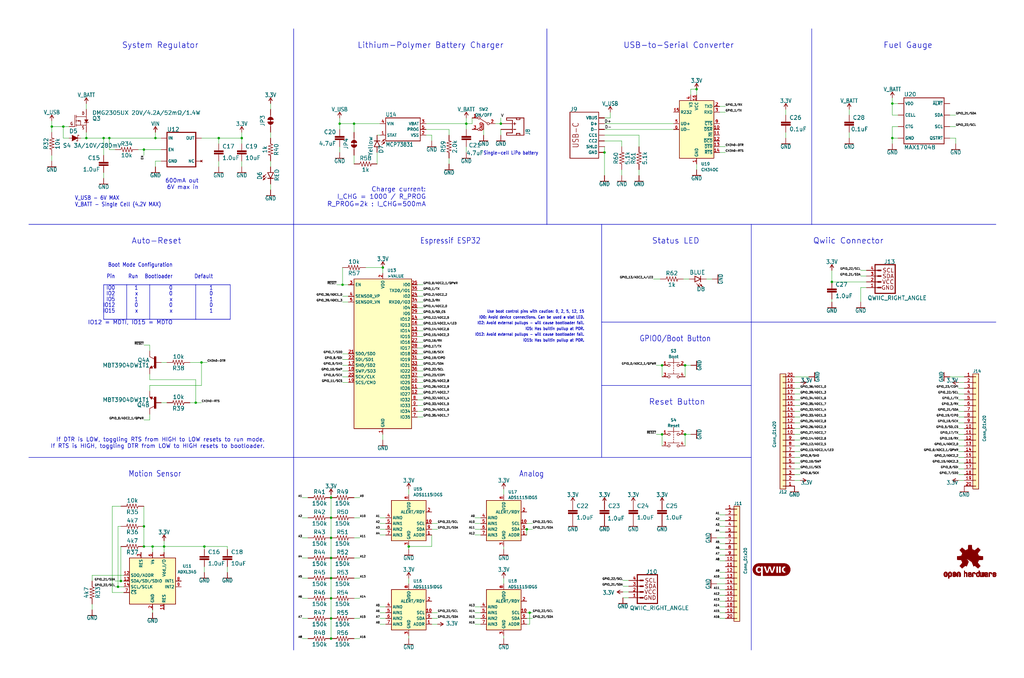
<source format=kicad_sch>
(kicad_sch (version 20230121) (generator eeschema)
  (paper "User" 451.815 299.39)
  (title_block (title "posture") (date "2023-02-28") (rev "0") (company "hasatio"))
  (lib_symbols
    (symbol "Analog_ADC:ADS1115IDGS"
      (property "Reference" "U" (at 2.54 13.97 0))
      (property "Value" "ADS1115IDGS" (at 7.62 11.43 0))
      (symbol "ADS1115IDGS_1_1"
        (pin input line (at 10.16 -5.08 180) (length 2.54) (name "ADDR") (number "1"))
        (pin input line (at 10.16 0 180) (length 2.54) (name "SCL") (number "10"))
        (pin output line (at 10.16 5.08 180) (length 2.54) (name "ALERT/RDY") (number "2"))
        (pin power_in line (at 0 -10.16 90) (length 2.54) (name "GND") (number "3"))
        (pin input line (at -10.16 2.54 0) (length 2.54) (name "AIN0") (number "4"))
        (pin input line (at -10.16 0 0) (length 2.54) (name "AIN1") (number "5"))
        (pin input line (at -10.16 -2.54 0) (length 2.54) (name "AIN2") (number "6"))
        (pin input line (at -10.16 -5.08 0) (length 2.54) (name "AIN3") (number "7"))
        (pin power_in line (at 0 12.7 270) (length 2.54) (name "VDD") (number "8"))
        (pin bidirectional line (at 10.16 -2.54 180) (length 2.54) (name "SDA") (number "9"))
      )
    )
    (symbol "Connector_Generic:Conn_01x20" (pin_names (offset 1.016) hide)
      (property "Reference" "J" (at 0 25.4 0))
      (property "Value" "Conn_01x20" (at 0 -27.94 0))
      (symbol "Conn_01x20_1_1"
        (pin passive line (at -5.08 22.86 0) (length 3.81) (name "Pin_1") (number "1"))
        (pin passive line (at -5.08 0 0) (length 3.81) (name "Pin_10") (number "10"))
        (pin passive line (at -5.08 -2.54 0) (length 3.81) (name "Pin_11") (number "11"))
        (pin passive line (at -5.08 -5.08 0) (length 3.81) (name "Pin_12") (number "12"))
        (pin passive line (at -5.08 -7.62 0) (length 3.81) (name "Pin_13") (number "13"))
        (pin passive line (at -5.08 -10.16 0) (length 3.81) (name "Pin_14") (number "14"))
        (pin passive line (at -5.08 -12.7 0) (length 3.81) (name "Pin_15") (number "15"))
        (pin passive line (at -5.08 -15.24 0) (length 3.81) (name "Pin_16") (number "16"))
        (pin passive line (at -5.08 -17.78 0) (length 3.81) (name "Pin_17") (number "17"))
        (pin passive line (at -5.08 -20.32 0) (length 3.81) (name "Pin_18") (number "18"))
        (pin passive line (at -5.08 -22.86 0) (length 3.81) (name "Pin_19") (number "19"))
        (pin passive line (at -5.08 20.32 0) (length 3.81) (name "Pin_2") (number "2"))
        (pin passive line (at -5.08 -25.4 0) (length 3.81) (name "Pin_20") (number "20"))
        (pin passive line (at -5.08 17.78 0) (length 3.81) (name "Pin_3") (number "3"))
        (pin passive line (at -5.08 15.24 0) (length 3.81) (name "Pin_4") (number "4"))
        (pin passive line (at -5.08 12.7 0) (length 3.81) (name "Pin_5") (number "5"))
        (pin passive line (at -5.08 10.16 0) (length 3.81) (name "Pin_6") (number "6"))
        (pin passive line (at -5.08 7.62 0) (length 3.81) (name "Pin_7") (number "7"))
        (pin passive line (at -5.08 5.08 0) (length 3.81) (name "Pin_8") (number "8"))
        (pin passive line (at -5.08 2.54 0) (length 3.81) (name "Pin_9") (number "9"))
      )
    )
    (symbol "Interface_USB:CH340C"
      (property "Reference" "U" (at -5.08 13.97 0))
      (property "Value" "CH340C" (at 1.27 13.97 0))
      (symbol "CH340C_1_1"
        (pin power_in line (at 0 -15.24 90) (length 2.54) (name "GND") (number "1"))
        (pin input line (at 10.16 0 180) (length 2.54) (name "~{DSR}") (number "10"))
        (pin input line (at 10.16 -2.54 180) (length 2.54) (name "~{RI}") (number "11"))
        (pin input line (at 10.16 -5.08 180) (length 2.54) (name "~{DCD}") (number "12"))
        (pin output line (at 10.16 -7.62 180) (length 2.54) (name "~{DTR}") (number "13"))
        (pin output line (at 10.16 -10.16 180) (length 2.54) (name "~{RTS}") (number "14"))
        (pin input line (at -10.16 7.62 0) (length 2.54) (name "R232") (number "15"))
        (pin power_in line (at 0 15.24 270) (length 2.54) (name "VCC") (number "16"))
        (pin output line (at 10.16 10.16 180) (length 2.54) (name "TXD") (number "2"))
        (pin input line (at 10.16 7.62 180) (length 2.54) (name "RXD") (number "3"))
        (pin passive line (at -2.54 15.24 270) (length 2.54) (name "V3") (number "4"))
        (pin bidirectional line (at -10.16 2.54 0) (length 2.54) (name "UD+") (number "5"))
        (pin bidirectional line (at -10.16 0 0) (length 2.54) (name "UD-") (number "6"))
        (pin no_connect line (at -7.62 -7.62 0) (length 2.54) hide (name "NC") (number "7"))
        (pin no_connect line (at -7.62 -10.16 0) (length 2.54) hide (name "NC") (number "8"))
        (pin input line (at 10.16 2.54 180) (length 2.54) (name "~{CTS}") (number "9"))
      )
    )
    (symbol "RF_Module:ESP32-WROOM-32"
      (property "Reference" "U" (at -12.7 34.29 0))
      (property "Value" "ESP32-WROOM-32" (at 1.27 34.29 0))
      (symbol "ESP32-WROOM-32_1_1"
        (pin power_in line (at 0 -35.56 90) (length 2.54) (name "GND") (number "1"))
        (pin bidirectional line (at 15.24 -12.7 180) (length 2.54) (name "IO25") (number "10"))
        (pin bidirectional line (at 15.24 -15.24 180) (length 2.54) (name "IO26") (number "11"))
        (pin bidirectional line (at 15.24 -17.78 180) (length 2.54) (name "IO27") (number "12"))
        (pin bidirectional line (at 15.24 10.16 180) (length 2.54) (name "IO14") (number "13"))
        (pin bidirectional line (at 15.24 15.24 180) (length 2.54) (name "IO12") (number "14"))
        (pin passive line (at 0 -35.56 90) (length 2.54) hide (name "GND") (number "15"))
        (pin bidirectional line (at 15.24 12.7 180) (length 2.54) (name "IO13") (number "16"))
        (pin bidirectional line (at -15.24 -5.08 0) (length 2.54) (name "SHD/SD2") (number "17"))
        (pin bidirectional line (at -15.24 -7.62 0) (length 2.54) (name "SWP/SD3") (number "18"))
        (pin bidirectional line (at -15.24 -12.7 0) (length 2.54) (name "SCS/CMD") (number "19"))
        (pin power_in line (at 0 35.56 270) (length 2.54) (name "VDD") (number "2"))
        (pin bidirectional line (at -15.24 -10.16 0) (length 2.54) (name "SCK/CLK") (number "20"))
        (pin bidirectional line (at -15.24 0 0) (length 2.54) (name "SDO/SD0") (number "21"))
        (pin bidirectional line (at -15.24 -2.54 0) (length 2.54) (name "SDI/SD1") (number "22"))
        (pin bidirectional line (at 15.24 7.62 180) (length 2.54) (name "IO15") (number "23"))
        (pin bidirectional line (at 15.24 25.4 180) (length 2.54) (name "IO2") (number "24"))
        (pin bidirectional line (at 15.24 30.48 180) (length 2.54) (name "IO0") (number "25"))
        (pin bidirectional line (at 15.24 20.32 180) (length 2.54) (name "IO4") (number "26"))
        (pin bidirectional line (at 15.24 5.08 180) (length 2.54) (name "IO16") (number "27"))
        (pin bidirectional line (at 15.24 2.54 180) (length 2.54) (name "IO17") (number "28"))
        (pin bidirectional line (at 15.24 17.78 180) (length 2.54) (name "IO5") (number "29"))
        (pin input line (at -15.24 30.48 0) (length 2.54) (name "EN") (number "3"))
        (pin bidirectional line (at 15.24 0 180) (length 2.54) (name "IO18") (number "30"))
        (pin bidirectional line (at 15.24 -2.54 180) (length 2.54) (name "IO19") (number "31"))
        (pin no_connect line (at -12.7 -27.94 0) (length 2.54) hide (name "NC") (number "32"))
        (pin bidirectional line (at 15.24 -5.08 180) (length 2.54) (name "IO21") (number "33"))
        (pin bidirectional line (at 15.24 22.86 180) (length 2.54) (name "RXD0/IO3") (number "34"))
        (pin bidirectional line (at 15.24 27.94 180) (length 2.54) (name "TXD0/IO1") (number "35"))
        (pin bidirectional line (at 15.24 -7.62 180) (length 2.54) (name "IO22") (number "36"))
        (pin bidirectional line (at 15.24 -10.16 180) (length 2.54) (name "IO23") (number "37"))
        (pin passive line (at 0 -35.56 90) (length 2.54) hide (name "GND") (number "38"))
        (pin passive line (at 0 -35.56 90) (length 2.54) hide (name "GND") (number "39"))
        (pin input line (at -15.24 25.4 0) (length 2.54) (name "SENSOR_VP") (number "4"))
        (pin input line (at -15.24 22.86 0) (length 2.54) (name "SENSOR_VN") (number "5"))
        (pin input line (at 15.24 -25.4 180) (length 2.54) (name "IO34") (number "6"))
        (pin input line (at 15.24 -27.94 180) (length 2.54) (name "IO35") (number "7"))
        (pin bidirectional line (at 15.24 -20.32 180) (length 2.54) (name "IO32") (number "8"))
        (pin bidirectional line (at 15.24 -22.86 180) (length 2.54) (name "IO33") (number "9"))
      )
    )
    (symbol "Sensor_Motion:ADXL343"
      (property "Reference" "U" (at -8.89 11.43 0))
      (property "Value" "ADXL343" (at -7.62 -11.43 0))
      (symbol "ADXL343_1_1"
        (pin power_in line (at 5.08 12.7 270) (length 2.54) (name "Vdd_I/O") (number "1"))
        (pin no_connect line (at -5.08 -10.16 90) (length 2.54) hide (name "NC") (number "10"))
        (pin passive line (at 5.08 -12.7 90) (length 2.54) (name "RES") (number "11"))
        (pin bidirectional line (at -12.7 2.54 0) (length 2.54) (name "SDO/ADDR") (number "12"))
        (pin bidirectional line (at -12.7 0 0) (length 2.54) (name "SDA/SDI/SDIO") (number "13"))
        (pin input line (at -12.7 -2.54 0) (length 2.54) (name "SCL/SCLK") (number "14"))
        (pin power_in line (at 0 -12.7 90) (length 2.54) (name "GND") (number "2"))
        (pin passive line (at -5.08 12.7 270) (length 2.54) (name "RES") (number "3"))
        (pin passive line (at 0 -12.7 90) (length 2.54) hide (name "GND") (number "4"))
        (pin passive line (at 0 -12.7 90) (length 2.54) hide (name "GND") (number "5"))
        (pin power_in line (at 0 12.7 270) (length 2.54) (name "Vs") (number "6"))
        (pin input line (at -12.7 -5.08 0) (length 2.54) (name "~{CS}") (number "7"))
        (pin output line (at 12.7 0 180) (length 2.54) (name "INT1") (number "8"))
        (pin output line (at 12.7 -2.54 180) (length 2.54) (name "INT2") (number "9"))
      )
    )
    (symbol "SparkFun ESP32 Thing Plus C-eagle-import:0.1UF-0402T-16V-10%"
      (property "Reference" "C" (at 1.524 2.921 0))
      (property "Value" "0.1UF-0402T-16V-10%" (at 1.524 -2.159 0))
      (symbol "0.1UF-0402T-16V-10%_1_0"
        (pin passive line (at 0 5.08 270) (length 2.54) (name "1") (number "1"))
        (pin passive line (at 0 -2.54 90) (length 2.54) (name "2") (number "2"))
      )
    )
    (symbol "SparkFun ESP32 Thing Plus C-eagle-import:0.1UF-0402T-6.3V-10%-X7R"
      (property "Reference" "C" (at 1.524 2.921 0))
      (property "Value" "0.1UF-0402T-6.3V-10%-X7R" (at 1.524 -2.159 0))
      (symbol "0.1UF-0402T-6.3V-10%-X7R_1_0"
        (pin passive line (at 0 5.08 270) (length 2.54) (name "1") (number "1"))
        (pin passive line (at 0 -2.54 90) (length 2.54) (name "2") (number "2"))
      )
    )
    (symbol "SparkFun ESP32 Thing Plus C-eagle-import:1.0UF-0402T-16V-10%"
      (property "Reference" "C" (at 1.524 2.921 0))
      (property "Value" "1.0UF-0402T-16V-10%" (at 1.524 -2.159 0))
      (symbol "1.0UF-0402T-16V-10%_1_0"
        (pin passive line (at 0 5.08 270) (length 2.54) (name "1") (number "1"))
        (pin passive line (at 0 -2.54 90) (length 2.54) (name "2") (number "2"))
      )
    )
    (symbol "SparkFun ESP32 Thing Plus C-eagle-import:10KOHM-0402T-1{slash}16W-1%"
      (property "Reference" "R" (at 0 1.524 0))
      (property "Value" "10KOHM-0402T-1{slash}16W-1%" (at 0 -1.524 0))
      (symbol "10KOHM-0402T-1{slash}16W-1%_1_0"
        (pin passive line (at -5.08 0 0) (length 2.54) (name "1") (number "1"))
        (pin passive line (at 5.08 0 180) (length 2.54) (name "2") (number "2"))
      )
    )
    (symbol "SparkFun ESP32 Thing Plus C-eagle-import:10UF-0402T-6.3V-20%"
      (property "Reference" "C" (at 1.524 2.921 0))
      (property "Value" "10UF-0402T-6.3V-20%" (at 1.524 -2.159 0))
      (symbol "10UF-0402T-6.3V-20%_1_0"
        (pin passive line (at 0 5.08 270) (length 2.54) (name "1") (number "1"))
        (pin passive line (at 0 -2.54 90) (length 2.54) (name "2") (number "2"))
      )
    )
    (symbol "SparkFun ESP32 Thing Plus C-eagle-import:1KOHM-0402T-1{slash}16W-1%"
      (property "Reference" "R" (at 0 1.524 0))
      (property "Value" "1KOHM-0402T-1{slash}16W-1%" (at 0 -1.524 0))
      (symbol "1KOHM-0402T-1{slash}16W-1%_1_0"
        (pin passive line (at -5.08 0 0) (length 2.54) (name "1") (number "1"))
        (pin passive line (at 5.08 0 180) (length 2.54) (name "2") (number "2"))
      )
    )
    (symbol "SparkFun ESP32 Thing Plus C-eagle-import:2.0KOHM-0603-1{slash}10W-5%"
      (property "Reference" "R" (at 0 1.524 0))
      (property "Value" "2.0KOHM-0603-1{slash}10W-5%" (at 0 -1.524 0))
      (symbol "2.0KOHM-0603-1{slash}10W-5%_1_0"
        (pin passive line (at -5.08 0 0) (length 2.54) (name "1") (number "1"))
        (pin passive line (at 5.08 0 180) (length 2.54) (name "2") (number "2"))
      )
    )
    (symbol "SparkFun ESP32 Thing Plus C-eagle-import:3.3V" (power)
      (property "Value" "3.3V" (at 0 2.794 0))
      (symbol "3.3V_1_0"
        (pin power_in line (at 0 0 90) (length 2.54) (name "3.3V") (number "1"))
      )
    )
    (symbol "SparkFun ESP32 Thing Plus C-eagle-import:4.7UF-0402_TIGHT-6.3V-20%-X5R"
      (property "Reference" "C" (at 1.524 2.921 0))
      (property "Value" "4.7UF-0402_TIGHT-6.3V-20%-X5R" (at 1.524 -2.159 0))
      (symbol "4.7UF-0402_TIGHT-6.3V-20%-X5R_1_0"
        (pin passive line (at 0 5.08 270) (length 2.54) (name "1") (number "1"))
        (pin passive line (at 0 -2.54 90) (length 2.54) (name "2") (number "2"))
      )
    )
    (symbol "SparkFun ESP32 Thing Plus C-eagle-import:4.7UF-0603-35V-(20%)"
      (property "Reference" "C" (at 1.524 2.921 0))
      (property "Value" "4.7UF-0603-35V-(20%)" (at 1.524 -2.159 0))
      (symbol "4.7UF-0603-35V-(20%)_1_0"
        (pin passive line (at 0 5.08 270) (length 2.54) (name "1") (number "1"))
        (pin passive line (at 0 -2.54 90) (length 2.54) (name "2") (number "2"))
      )
    )
    (symbol "SparkFun ESP32 Thing Plus C-eagle-import:5.1KOHM-0402T-1{slash}16W-1%"
      (property "Reference" "R" (at 0 1.524 0))
      (property "Value" "5.1KOHM-0402T-1{slash}16W-1%" (at 0 -1.524 0))
      (symbol "5.1KOHM-0402T-1{slash}16W-1%_1_0"
        (pin passive line (at -5.08 0 0) (length 2.54) (name "1") (number "1"))
        (pin passive line (at 5.08 0 180) (length 2.54) (name "2") (number "2"))
      )
    )
    (symbol "SparkFun ESP32 Thing Plus C-eagle-import:DIODE-SCHOTTKY-BAT60A"
      (property "Reference" "D" (at -2.54 2.032 0))
      (property "Value" "DIODE-SCHOTTKY-BAT60A" (at -2.54 -2.032 0))
      (symbol "DIODE-SCHOTTKY-BAT60A_1_0"
        (pin passive line (at -2.54 0 0) (length 0) (name "A") (number "A"))
        (pin passive line (at 2.54 0 180) (length 0) (name "C") (number "C"))
      )
    )
    (symbol "SparkFun ESP32 Thing Plus C-eagle-import:GND" (power)
      (property "Value" "GND" (at 0 -0.254 0))
      (symbol "GND_1_0"
        (pin power_in line (at 0 2.54 270) (length 2.54) (name "GND") (number "1"))
      )
    )
    (symbol "SparkFun ESP32 Thing Plus C-eagle-import:JST_2MM_MALE"
      (property "Reference" "J" (at -2.54 5.842 0))
      (symbol "JST_2MM_MALE_1_0"
        (pin bidirectional line (at 0 -5.08 90) (length 5.08) (name "-") (number "1"))
        (pin bidirectional line (at 2.54 -5.08 90) (length 5.08) (name "+") (number "2"))
        (pin bidirectional line (at -2.54 2.54 90) (length 0) (name "PAD1") (number "NC1"))
        (pin bidirectional line (at 5.08 2.54 90) (length 0) (name "PAD2") (number "NC2"))
      )
    )
    (symbol "SparkFun ESP32 Thing Plus C-eagle-import:JUMPER-SMT_2_NC_TRACE_SILK"
      (property "Reference" "JP" (at -2.54 2.54 0))
      (property "Value" "JUMPER-SMT_2_NC_TRACE_SILK" (at -2.54 -2.54 0))
      (symbol "JUMPER-SMT_2_NC_TRACE_SILK_1_0"
        (pin passive line (at -5.08 0 0) (length 2.54) (name "1") (number "1"))
        (pin passive line (at 5.08 0 180) (length 2.54) (name "2") (number "2"))
      )
    )
    (symbol "SparkFun ESP32 Thing Plus C-eagle-import:LED-BLUE0603"
      (property "Reference" "D" (at -3.429 -4.572 90))
      (property "Value" "LED-BLUE0603" (at 1.905 -4.572 90))
      (symbol "LED-BLUE0603_1_0"
        (pin passive line (at 0 2.54 270) (length 2.54) (name "A") (number "A"))
        (pin passive line (at 0 -5.08 90) (length 2.54) (name "C") (number "C"))
      )
    )
    (symbol "SparkFun ESP32 Thing Plus C-eagle-import:LED-RED0603"
      (property "Reference" "D" (at -3.429 -4.572 90))
      (property "Value" "LED-RED0603" (at 1.905 -4.572 90))
      (symbol "LED-RED0603_1_0"
        (pin passive line (at 0 2.54 270) (length 2.54) (name "A") (number "A"))
        (pin passive line (at 0 -5.08 90) (length 2.54) (name "C") (number "C"))
      )
    )
    (symbol "SparkFun ESP32 Thing Plus C-eagle-import:LED-YELLOW0603"
      (property "Reference" "D" (at -3.429 -4.572 90))
      (property "Value" "LED-YELLOW0603" (at 1.905 -4.572 90))
      (symbol "LED-YELLOW0603_1_0"
        (pin passive line (at 0 2.54 270) (length 2.54) (name "A") (number "A"))
        (pin passive line (at 0 -5.08 90) (length 2.54) (name "C") (number "C"))
      )
    )
    (symbol "SparkFun ESP32 Thing Plus C-eagle-import:MAX17048DFN8"
      (property "Reference" "U" (at -10.16 10.668 0))
      (property "Value" "MAX17048DFN8" (at -10.16 -12.7 0))
      (symbol "MAX17048DFN8_1_0"
        (pin input line (at -12.7 -2.54 0) (length 2.54) (name "CTG") (number "1"))
        (pin input line (at -12.7 2.54 0) (length 2.54) (name "CELL") (number "2"))
        (pin bidirectional line (at -12.7 7.62 0) (length 2.54) (name "VDD") (number "3"))
        (pin bidirectional line (at -12.7 -7.62 0) (length 2.54) (name "GND") (number "4"))
        (pin bidirectional line (at 10.16 7.62 180) (length 2.54) (name "~{ALRT}") (number "5"))
        (pin bidirectional line (at 10.16 -7.62 180) (length 2.54) (name "QSTRT") (number "6"))
        (pin output line (at 10.16 -2.54 180) (length 2.54) (name "SCL") (number "7"))
        (pin input line (at 10.16 2.54 180) (length 2.54) (name "SDA") (number "8"))
        (pin bidirectional line (at -12.7 -7.62 0) (length 2.54) (name "GND") (number "9"))
      )
    )
    (symbol "SparkFun ESP32 Thing Plus C-eagle-import:MCP73831"
      (property "Reference" "U" (at -7.62 5.588 0))
      (property "Value" "MCP73831" (at -7.62 -7.62 0))
      (symbol "MCP73831_1_0"
        (pin output line (at -10.16 -2.54 0) (length 2.54) (name "STAT") (number "1"))
        (pin power_in line (at 10.16 -2.54 180) (length 2.54) (name "VSS") (number "2"))
        (pin power_in line (at 10.16 2.54 180) (length 2.54) (name "VBAT") (number "3"))
        (pin power_in line (at -10.16 2.54 0) (length 2.54) (name "VIN") (number "4"))
        (pin input line (at 10.16 0 180) (length 2.54) (name "PROG") (number "5"))
      )
    )
    (symbol "SparkFun ESP32 Thing Plus C-eagle-import:MOSFET_PCH-DMG2305UX-7"
      (property "Reference" "Q" (at 5.08 0 0))
      (property "Value" "MOSFET_PCH-DMG2305UX-7" (at 5.08 -2.54 0))
      (symbol "MOSFET_PCH-DMG2305UX-7_1_0"
        (text "D" (at 0.508 2.54 0) (effects (font (size 1.27 1.0795)) (justify left bottom)))
        (text "G" (at -3.302 -0.508 0) (effects (font (size 1.27 1.0795)) (justify right top)))
        (text "S" (at 0.508 -3.81 0) (effects (font (size 1.27 1.0795)) (justify left bottom)))
        (pin bidirectional line (at -5.08 -2.54 0) (length 2.54) (name "G") (number "1"))
        (pin bidirectional line (at 2.54 -5.08 90) (length 2.54) (name "S") (number "2"))
        (pin bidirectional line (at 2.54 5.08 270) (length 2.54) (name "D") (number "3"))
      )
    )
    (symbol "SparkFun ESP32 Thing Plus C-eagle-import:OSHW-LOGOMINI")
    (symbol "SparkFun ESP32 Thing Plus C-eagle-import:QWIIC_CONNECTORJS-1MM"
      (property "Reference" "J" (at -5.08 7.874 0))
      (property "Value" "QWIIC_CONNECTORJS-1MM" (at -5.08 -5.334 0))
      (symbol "QWIIC_CONNECTORJS-1MM_1_0"
        (text "GND" (at -4.572 -2.54 0) (effects (font (size 1.778 1.778)) (justify left)))
        (text "SCL" (at -4.572 5.08 0) (effects (font (size 1.778 1.778)) (justify left)))
        (text "SDA" (at -4.572 2.54 0) (effects (font (size 1.778 1.778)) (justify left)))
        (text "VCC" (at -4.572 0 0) (effects (font (size 1.778 1.778)) (justify left)))
        (pin power_in line (at 7.62 -2.54 180) (length 5.08) (name "1") (number "1"))
        (pin power_in line (at 7.62 0 180) (length 5.08) (name "2") (number "2"))
        (pin passive line (at 7.62 2.54 180) (length 5.08) (name "3") (number "3"))
        (pin passive line (at 7.62 5.08 180) (length 5.08) (name "4") (number "4"))
      )
    )
    (symbol "SparkFun ESP32 Thing Plus C-eagle-import:QWIIC_LOGO_4MM")
    (symbol "SparkFun ESP32 Thing Plus C-eagle-import:TRANS_NPN_DUAL-MBT3904DW1T1"
      (property "Reference" "Q" (at 2.54 0 0))
      (property "Value" "TRANS_NPN_DUAL-MBT3904DW1T1" (at 2.54 -2.286 0))
      (symbol "TRANS_NPN_DUAL-MBT3904DW1T1_1_0"
        (pin passive line (at 2.54 5.08 270) (length 2.54) (name "C") (number "3"))
        (pin passive line (at 2.54 -5.08 90) (length 2.54) (name "E") (number "4"))
        (pin passive line (at -2.54 0 0) (length 2.54) (name "B") (number "5"))
      )
      (symbol "TRANS_NPN_DUAL-MBT3904DW1T1_2_0"
        (pin passive line (at 2.54 -5.08 90) (length 2.54) (name "E") (number "1"))
        (pin passive line (at -2.54 0 0) (length 2.54) (name "B") (number "2"))
        (pin passive line (at 2.54 5.08 270) (length 2.54) (name "C") (number "6"))
      )
    )
    (symbol "SparkFun ESP32 Thing Plus C-eagle-import:USB_C_2-LAYER_PADS"
      (property "Reference" "J" (at -2.54 10.414 0))
      (property "Value" "USB_C_2-LAYER_PADS" (at -2.54 -12.446 0))
      (symbol "USB_C_2-LAYER_PADS_1_0"
        (text "USB-C" (at 0 0 900) (effects (font (size 2.54 2.159))))
        (pin bidirectional line (at 12.7 0 180) (length 2.54) (name "CC1") (number "A5"))
        (pin bidirectional line (at 12.7 5.08 180) (length 2.54) (name "D+") (number "A6"))
        (pin bidirectional line (at 12.7 2.54 180) (length 2.54) (name "D-") (number "A7"))
        (pin bidirectional line (at 12.7 -2.54 180) (length 2.54) (name "CC2") (number "B5"))
        (pin bidirectional line (at 12.7 5.08 180) (length 2.54) (name "D+") (number "B6"))
        (pin bidirectional line (at 12.7 2.54 180) (length 2.54) (name "D-") (number "B7"))
        (pin bidirectional line (at 12.7 -7.62 180) (length 2.54) (name "GND") (number "GND"))
        (pin bidirectional line (at 12.7 -7.62 180) (length 2.54) (name "GND") (number "GND2"))
        (pin bidirectional line (at 12.7 -5.08 180) (length 2.54) (name "SHLD") (number "SHLD1"))
        (pin bidirectional line (at 12.7 -5.08 180) (length 2.54) (name "SHLD") (number "SHLD2"))
        (pin bidirectional line (at 12.7 -5.08 180) (length 2.54) (name "SHLD") (number "SHLD3"))
        (pin bidirectional line (at 12.7 -5.08 180) (length 2.54) (name "SHLD") (number "SHLD4"))
        (pin bidirectional line (at 12.7 7.62 180) (length 2.54) (name "VBUS") (number "VBUS1"))
        (pin bidirectional line (at 12.7 7.62 180) (length 2.54) (name "VBUS") (number "VBUS2"))
      )
    )
    (symbol "SparkFun ESP32 Thing Plus C-eagle-import:VIN" (power)
      (property "Value" "VIN" (at 0 2.794 0))
      (symbol "VIN_1_0"
        (pin power_in line (at 0 0 90) (length 2.54) (name "VIN") (number "1"))
      )
    )
    (symbol "SparkFun ESP32 Thing Plus C-eagle-import:V_BATT" (power)
      (property "Value" "V_BATT" (at 0 2.794 0))
      (symbol "V_BATT_1_0"
        (pin power_in line (at 0 0 90) (length 2.54) (name "V_BATT") (number "1"))
      )
    )
    (symbol "SparkFun ESP32 Thing Plus C-eagle-import:V_REG_AP2112K-3.3V"
      (property "Reference" "U" (at -7.62 7.874 0))
      (property "Value" "V_REG_AP2112K-3.3V" (at -7.62 -7.874 0))
      (symbol "V_REG_AP2112K-3.3V_1_0"
        (pin input line (at -10.16 5.08 0) (length 2.54) (name "IN") (number "1"))
        (pin input line (at -10.16 -5.08 0) (length 2.54) (name "GND") (number "2"))
        (pin input line (at -10.16 0 0) (length 2.54) (name "EN") (number "3"))
        (pin no_connect line (at 7.62 -5.08 180) (length 2.54) (name "NC") (number "4"))
        (pin passive line (at 7.62 5.08 180) (length 2.54) (name "OUT") (number "5"))
      )
    )
    (symbol "SparkFun ESP32 Thing Plus C-eagle-import:V_USB" (power)
      (property "Value" "V_USB" (at 0 2.794 0))
      (symbol "V_USB_1_0"
        (pin power_in line (at 0 0 90) (length 2.54) (name "V_USB") (number "1"))
      )
    )
    (symbol "Switch:SW_Push_Dual" (pin_names (offset 1.016) hide)
      (property "Reference" "SW" (at 1.27 2.54 0))
      (property "Value" "SW_Push_Dual" (at 0 -6.858 0))
      (symbol "SW_Push_Dual_0_1"
        (pin passive line (at -5.08 0 0) (length 2.54) (name "1") (number "1"))
        (pin passive line (at 5.08 0 180) (length 2.54) (name "2") (number "2"))
        (pin passive line (at -5.08 -5.08 0) (length 2.54) (name "3") (number "3"))
        (pin passive line (at 5.08 -5.08 180) (length 2.54) (name "4") (number "4"))
      )
    )
    (symbol "Switch:SW_SPDT" (pin_names (offset 0) hide)
      (property "Reference" "SW1" (at 0 6.35 0))
      (property "Value" "ON/OFF" (at 0 3.81 0))
      (symbol "SW_SPDT_1_0"
        (pin passive line (at 0 -2.54 90) (length 2.54) (name "GND") (number "GND"))
      )
      (symbol "SW_SPDT_1_1"
        (pin passive line (at 5.08 2.54 180) (length 2.54) (name "A") (number "1"))
        (pin passive line (at -5.08 0 0) (length 2.54) (name "B") (number "2"))
        (pin passive line (at 5.08 -2.54 180) (length 2.54) (name "C") (number "3"))
      )
    )
  )
  (junction (at 53.34 256.54))
  (junction (at 292.1 191.77))
  (junction (at 146.05 237.49))
  (junction (at 149.86 54.61))
  (junction (at 220.98 54.61))
  (junction (at 205.74 54.61))
  (junction (at 45.72 60.96))
  (junction (at 52.07 259.08))
  (junction (at 48.26 60.96))
  (junction (at 27.94 55.88))
  (junction (at 156.21 54.61))
  (junction (at 63.5 232.41))
  (junction (at 302.26 161.29))
  (junction (at 180.34 241.3))
  (junction (at 266.7 67.31))
  (junction (at 72.39 241.3))
  (junction (at 68.58 60.96))
  (junction (at 302.26 191.77))
  (junction (at 67.31 241.3))
  (junction (at 292.1 161.29))
  (junction (at 146.05 219.71))
  (junction (at 367.03 124.46))
  (junction (at 232.41 233.68))
  (junction (at 63.5 241.3))
  (junction (at 90.17 241.3))
  (junction (at 146.05 273.05))
  (junction (at 146.05 228.6))
  (junction (at 88.9 160.02))
  (junction (at 307.34 39.37))
  (junction (at 63.5 66.04))
  (junction (at 151.13 125.73))
  (junction (at 146.05 281.94))
  (junction (at 106.68 60.96))
  (junction (at 393.7 45.72))
  (junction (at 22.86 55.88))
  (junction (at 86.36 177.8))
  (junction (at 393.7 60.96))
  (junction (at 233.68 270.51))
  (junction (at 146.05 246.38))
  (junction (at 96.52 60.96))
  (junction (at 168.91 118.11))
  (junction (at 146.05 264.16))
  (junction (at 38.1 60.96))
  (junction (at 146.05 255.27))
  (wire (pts (xy 180.34 215.9) (xy 180.34 218.44)))
  (wire (pts (xy 133.35 246.38) (xy 135.89 246.38)))
  (wire (pts (xy 71.12 71.12) (xy 68.58 71.12)))
  (wire (pts (xy 350.52 189.23) (xy 353.06 189.23)))
  (wire (pts (xy 317.5 240.03) (xy 320.04 240.03)))
  (wire (pts (xy 317.5 46.99) (xy 320.04 46.99)))
  (wire (pts (xy 180.34 255.27) (xy 180.34 257.81)))
  (wire (pts (xy 45.72 76.2) (xy 45.72 78.74)))
  (wire (pts (xy 304.038 123.19) (xy 301.498 123.19)))
  (wire (pts (xy 419.1 55.88) (xy 421.64 55.88)))
  (wire (pts (xy 166.37 59.69) (xy 167.64 59.69)))
  (polyline (pts (xy 265.43 170.18) (xy 331.47 170.18)))
  (polyline (pts (xy 265.43 170.18) (xy 331.47 170.18)))
  (polyline (pts (xy 265.43 142.24) (xy 331.47 142.24)))
  (polyline (pts (xy 265.43 142.24) (xy 331.47 142.24)))
  (wire (pts (xy 133.35 219.71) (xy 135.89 219.71)))
  (wire (pts (xy 222.25 215.9) (xy 222.25 218.44)))
  (wire (pts (xy 52.07 232.41) (xy 52.07 259.08)))
  (wire (pts (xy 38.1 45.72) (xy 38.1 48.26)))
  (wire (pts (xy 205.74 57.15) (xy 205.74 54.61)))
  (wire (pts (xy 350.52 204.47) (xy 353.06 204.47)))
  (wire (pts (xy 190.5 241.3) (xy 180.34 241.3)))
  (wire (pts (xy 133.35 255.27) (xy 135.89 255.27)))
  (wire (pts (xy 317.5 227.33) (xy 320.04 227.33)))
  (wire (pts (xy 422.91 209.55) (xy 425.45 209.55)))
  (wire (pts (xy 393.7 45.72) (xy 393.7 43.18)))
  (wire (pts (xy 146.05 255.27) (xy 146.05 264.16)))
  (wire (pts (xy 302.26 161.29) (xy 302.26 166.37)))
  (wire (pts (xy 66.04 152.4) (xy 63.5 152.4)))
  (wire (pts (xy 186.69 158.75) (xy 184.15 158.75)))
  (wire (pts (xy 232.41 275.59) (xy 233.68 275.59)))
  (wire (pts (xy 193.04 273.05) (xy 190.5 273.05)))
  (wire (pts (xy 186.69 128.27) (xy 184.15 128.27)))
  (wire (pts (xy 422.91 184.15) (xy 425.45 184.15)))
  (wire (pts (xy 167.64 273.05) (xy 170.18 273.05)))
  (wire (pts (xy 167.64 231.14) (xy 170.18 231.14)))
  (wire (pts (xy 63.5 66.04) (xy 71.12 66.04)))
  (wire (pts (xy 422.91 181.61) (xy 425.45 181.61)))
  (polyline (pts (xy 129.54 99.06) (xy 241.3 99.06)))
  (polyline (pts (xy 129.54 99.06) (xy 241.3 99.06)))
  (wire (pts (xy 186.69 156.21) (xy 184.15 156.21)))
  (wire (pts (xy 146.05 228.6) (xy 146.05 237.49)))
  (wire (pts (xy 234.95 270.51) (xy 233.68 270.51)))
  (wire (pts (xy 167.64 275.59) (xy 170.18 275.59)))
  (wire (pts (xy 67.31 241.3) (xy 67.31 243.84)))
  (wire (pts (xy 396.24 60.96) (xy 393.7 60.96)))
  (wire (pts (xy 193.04 231.14) (xy 190.5 231.14)))
  (wire (pts (xy 66.04 185.42) (xy 66.04 182.88)))
  (wire (pts (xy 68.58 71.12) (xy 68.58 73.66)))
  (wire (pts (xy 48.26 60.96) (xy 45.72 60.96)))
  (wire (pts (xy 419.1 50.8) (xy 421.64 50.8)))
  (wire (pts (xy 346.71 48.26) (xy 346.71 50.8)))
  (wire (pts (xy 266.7 59.69) (xy 281.94 59.69)))
  (wire (pts (xy 151.13 168.91) (xy 153.67 168.91)))
  (wire (pts (xy 151.13 158.75) (xy 153.67 158.75)))
  (wire (pts (xy 73.66 160.02) (xy 71.12 160.02)))
  (wire (pts (xy 53.34 232.41) (xy 52.07 232.41)))
  (polyline (pts (xy 129.54 12.7) (xy 129.54 99.06)))
  (polyline (pts (xy 129.54 12.7) (xy 129.54 99.06)))
  (wire (pts (xy 193.04 275.59) (xy 190.5 275.59)))
  (wire (pts (xy 151.13 166.37) (xy 153.67 166.37)))
  (wire (pts (xy 234.95 273.05) (xy 232.41 273.05)))
  (wire (pts (xy 153.67 125.73) (xy 151.13 125.73)))
  (wire (pts (xy 317.5 232.41) (xy 320.04 232.41)))
  (wire (pts (xy 166.37 67.31) (xy 166.37 72.39)))
  (wire (pts (xy 317.5 64.77) (xy 320.04 64.77)))
  (wire (pts (xy 274.32 62.23) (xy 274.32 64.77)))
  (wire (pts (xy 422.91 199.39) (xy 425.45 199.39)))
  (wire (pts (xy 382.27 127) (xy 379.73 127)))
  (wire (pts (xy 151.13 163.83) (xy 153.67 163.83)))
  (polyline (pts (xy 55.88 125.73) (xy 66.04 125.73)))
  (polyline (pts (xy 55.88 125.73) (xy 66.04 125.73)))
  (wire (pts (xy 422.91 173.99) (xy 425.45 173.99)))
  (wire (pts (xy 317.5 247.65) (xy 320.04 247.65)))
  (wire (pts (xy 52.07 259.08) (xy 54.61 259.08)))
  (wire (pts (xy 266.7 57.15) (xy 297.18 57.15)))
  (polyline (pts (xy 265.43 99.06) (xy 331.47 99.06)))
  (polyline (pts (xy 265.43 99.06) (xy 331.47 99.06)))
  (wire (pts (xy 63.5 241.3) (xy 67.31 241.3)))
  (wire (pts (xy 205.74 52.07) (xy 205.74 54.61)))
  (wire (pts (xy 186.69 153.67) (xy 184.15 153.67)))
  (wire (pts (xy 317.5 262.89) (xy 320.04 262.89)))
  (wire (pts (xy 350.52 176.53) (xy 353.06 176.53)))
  (polyline (pts (xy 66.04 140.97) (xy 55.88 140.97)))
  (polyline (pts (xy 66.04 140.97) (xy 55.88 140.97)))
  (wire (pts (xy 186.69 133.35) (xy 184.15 133.35)))
  (wire (pts (xy 393.7 55.88) (xy 393.7 60.96)))
  (wire (pts (xy 50.8 66.04) (xy 48.26 66.04)))
  (polyline (pts (xy 101.6 125.73) (xy 101.6 140.97)))
  (polyline (pts (xy 101.6 125.73) (xy 101.6 140.97)))
  (wire (pts (xy 133.35 237.49) (xy 135.89 237.49)))
  (polyline (pts (xy 241.3 99.06) (xy 265.43 99.06)))
  (polyline (pts (xy 241.3 99.06) (xy 265.43 99.06)))
  (wire (pts (xy 158.75 255.27) (xy 156.21 255.27)))
  (wire (pts (xy 234.95 233.68) (xy 232.41 233.68)))
  (wire (pts (xy 96.52 73.66) (xy 96.52 71.12)))
  (wire (pts (xy 53.34 256.54) (xy 54.61 256.54)))
  (wire (pts (xy 396.24 55.88) (xy 393.7 55.88)))
  (wire (pts (xy 422.91 212.09) (xy 425.45 212.09)))
  (polyline (pts (xy 129.54 201.93) (xy 265.43 201.93)))
  (polyline (pts (xy 129.54 201.93) (xy 265.43 201.93)))
  (wire (pts (xy 317.5 267.97) (xy 320.04 267.97)))
  (wire (pts (xy 90.17 252.73) (xy 90.17 250.19)))
  (polyline (pts (xy 12.7 99.06) (xy 129.54 99.06)))
  (polyline (pts (xy 12.7 99.06) (xy 129.54 99.06)))
  (wire (pts (xy 274.32 77.47) (xy 274.32 74.93)))
  (wire (pts (xy 54.61 254) (xy 40.64 254)))
  (wire (pts (xy 209.55 231.14) (xy 212.09 231.14)))
  (wire (pts (xy 167.64 233.68) (xy 170.18 233.68)))
  (wire (pts (xy 146.05 246.38) (xy 146.05 255.27)))
  (wire (pts (xy 317.5 252.73) (xy 320.04 252.73)))
  (wire (pts (xy 50.8 259.08) (xy 52.07 259.08)))
  (wire (pts (xy 168.91 118.11) (xy 168.91 120.65)))
  (wire (pts (xy 277.368 256.286) (xy 274.828 256.286)))
  (wire (pts (xy 53.34 223.52) (xy 49.53 223.52)))
  (wire (pts (xy 350.52 207.01) (xy 353.06 207.01)))
  (wire (pts (xy 67.31 270.51) (xy 67.31 269.24)))
  (polyline (pts (xy 331.47 201.93) (xy 265.43 201.93)))
  (polyline (pts (xy 331.47 201.93) (xy 265.43 201.93)))
  (wire (pts (xy 304.8 41.91) (xy 304.8 39.37)))
  (wire (pts (xy 151.13 125.73) (xy 148.59 125.73)))
  (wire (pts (xy 167.64 270.51) (xy 170.18 270.51)))
  (wire (pts (xy 186.69 140.97) (xy 184.15 140.97)))
  (wire (pts (xy 374.65 48.26) (xy 374.65 50.8)))
  (wire (pts (xy 106.68 58.42) (xy 106.68 60.96)))
  (wire (pts (xy 88.9 60.96) (xy 96.52 60.96)))
  (wire (pts (xy 269.24 52.07) (xy 266.7 52.07)))
  (wire (pts (xy 307.34 72.39) (xy 307.34 74.93)))
  (wire (pts (xy 316.23 257.81) (xy 320.04 257.81)))
  (wire (pts (xy 422.91 179.07) (xy 425.45 179.07)))
  (wire (pts (xy 317.5 255.27) (xy 320.04 255.27)))
  (wire (pts (xy 53.34 241.3) (xy 53.34 256.54)))
  (wire (pts (xy 350.52 199.39) (xy 353.06 199.39)))
  (wire (pts (xy 146.05 218.44) (xy 146.05 219.71)))
  (wire (pts (xy 193.04 233.68) (xy 190.5 233.68)))
  (wire (pts (xy 90.17 241.3) (xy 72.39 241.3)))
  (wire (pts (xy 66.04 170.18) (xy 88.9 170.18)))
  (wire (pts (xy 66.04 167.64) (xy 66.04 165.1)))
  (wire (pts (xy 209.55 270.51) (xy 212.09 270.51)))
  (wire (pts (xy 350.52 212.09) (xy 353.06 212.09)))
  (polyline (pts (xy 12.7 201.93) (xy 129.54 201.93)))
  (polyline (pts (xy 12.7 201.93) (xy 129.54 201.93)))
  (wire (pts (xy 186.69 146.05) (xy 184.15 146.05)))
  (wire (pts (xy 422.91 186.69) (xy 425.45 186.69)))
  (wire (pts (xy 269.24 52.07) (xy 269.24 49.53)))
  (polyline (pts (xy 331.47 142.24) (xy 331.47 99.06)))
  (polyline (pts (xy 331.47 142.24) (xy 331.47 99.06)))
  (wire (pts (xy 186.69 135.89) (xy 184.15 135.89)))
  (wire (pts (xy 350.52 166.37) (xy 356.87 166.37)))
  (wire (pts (xy 307.34 41.91) (xy 307.34 39.37)))
  (wire (pts (xy 186.69 173.99) (xy 184.15 173.99)))
  (wire (pts (xy 60.96 66.04) (xy 63.5 66.04)))
  (polyline (pts (xy 129.54 99.06) (xy 129.54 287.02)))
  (polyline (pts (xy 129.54 99.06) (xy 129.54 287.02)))
  (wire (pts (xy 167.64 228.6) (xy 170.18 228.6)))
  (wire (pts (xy 71.12 60.96) (xy 68.58 60.96)))
  (wire (pts (xy 232.41 233.68) (xy 232.41 236.22)))
  (wire (pts (xy 350.52 181.61) (xy 353.06 181.61)))
  (wire (pts (xy 393.7 45.72) (xy 396.24 45.72)))
  (wire (pts (xy 30.48 55.88) (xy 27.94 55.88)))
  (wire (pts (xy 350.52 168.91) (xy 353.06 168.91)))
  (wire (pts (xy 149.86 67.31) (xy 149.86 64.77)))
  (wire (pts (xy 205.74 54.61) (xy 187.96 54.61)))
  (wire (pts (xy 419.1 166.37) (xy 425.45 166.37)))
  (wire (pts (xy 288.29 123.19) (xy 291.338 123.19)))
  (wire (pts (xy 106.68 60.96) (xy 106.68 63.5)))
  (wire (pts (xy 88.9 160.02) (xy 91.44 160.02)))
  (polyline (pts (xy 66.04 125.73) (xy 66.04 140.97)))
  (polyline (pts (xy 66.04 125.73) (xy 66.04 140.97)))
  (wire (pts (xy 186.69 163.83) (xy 184.15 163.83)))
  (wire (pts (xy 302.26 191.77) (xy 302.26 196.85)))
  (wire (pts (xy 209.55 233.68) (xy 212.09 233.68)))
  (wire (pts (xy 106.68 73.66) (xy 106.68 71.12)))
  (wire (pts (xy 133.35 273.05) (xy 135.89 273.05)))
  (wire (pts (xy 86.36 167.64) (xy 66.04 167.64)))
  (wire (pts (xy 72.39 243.84) (xy 72.39 241.3)))
  (wire (pts (xy 281.94 59.69) (xy 281.94 64.77)))
  (wire (pts (xy 281.94 77.47) (xy 281.94 74.93)))
  (wire (pts (xy 49.53 223.52) (xy 49.53 261.62)))
  (wire (pts (xy 422.91 189.23) (xy 425.45 189.23)))
  (wire (pts (xy 186.69 179.07) (xy 184.15 179.07)))
  (wire (pts (xy 158.75 273.05) (xy 156.21 273.05)))
  (wire (pts (xy 40.64 269.24) (xy 40.64 266.7)))
  (wire (pts (xy 66.04 185.42) (xy 63.5 185.42)))
  (wire (pts (xy 266.7 62.23) (xy 274.32 62.23)))
  (wire (pts (xy 63.5 223.52) (xy 63.5 232.41)))
  (wire (pts (xy 317.5 242.57) (xy 320.04 242.57)))
  (wire (pts (xy 350.52 194.31) (xy 353.06 194.31)))
  (wire (pts (xy 422.91 201.93) (xy 425.45 201.93)))
  (wire (pts (xy 27.94 55.88) (xy 22.86 55.88)))
  (wire (pts (xy 292.1 166.37) (xy 292.1 161.29)))
  (wire (pts (xy 186.69 143.51) (xy 184.15 143.51)))
  (wire (pts (xy 100.33 252.73) (xy 100.33 250.19)))
  (wire (pts (xy 350.52 196.85) (xy 353.06 196.85)))
  (wire (pts (xy 350.52 171.45) (xy 353.06 171.45)))
  (wire (pts (xy 186.69 166.37) (xy 184.15 166.37)))
  (wire (pts (xy 422.91 194.31) (xy 425.45 194.31)))
  (wire (pts (xy 393.7 50.8) (xy 393.7 45.72)))
  (wire (pts (xy 350.52 186.69) (xy 353.06 186.69)))
  (wire (pts (xy 68.58 60.96) (xy 48.26 60.96)))
  (wire (pts (xy 266.7 67.31) (xy 266.7 77.47)))
  (wire (pts (xy 186.69 171.45) (xy 184.15 171.45)))
  (wire (pts (xy 422.91 191.77) (xy 425.45 191.77)))
  (wire (pts (xy 292.1 191.77) (xy 292.1 196.85)))
  (polyline (pts (xy 331.47 99.06) (xy 358.14 99.06)))
  (polyline (pts (xy 331.47 99.06) (xy 358.14 99.06)))
  (wire (pts (xy 86.36 177.8) (xy 86.36 167.64)))
  (wire (pts (xy 146.05 237.49) (xy 146.05 246.38)))
  (wire (pts (xy 346.71 58.42) (xy 346.71 60.96)))
  (wire (pts (xy 393.7 60.96) (xy 393.7 63.5)))
  (wire (pts (xy 317.5 245.11) (xy 320.04 245.11)))
  (wire (pts (xy 218.44 54.61) (xy 220.98 54.61)))
  (wire (pts (xy 209.55 273.05) (xy 212.09 273.05)))
  (wire (pts (xy 317.5 265.43) (xy 320.04 265.43)))
  (wire (pts (xy 133.35 264.16) (xy 135.89 264.16)))
  (wire (pts (xy 277.368 263.906) (xy 274.828 263.906)))
  (wire (pts (xy 233.68 270.51) (xy 232.41 270.51)))
  (wire (pts (xy 316.23 237.49) (xy 320.04 237.49)))
  (wire (pts (xy 367.03 133.35) (xy 367.03 132.08)))
  (wire (pts (xy 205.74 67.31) (xy 205.74 64.77)))
  (wire (pts (xy 86.36 177.8) (xy 88.9 177.8)))
  (wire (pts (xy 45.72 60.96) (xy 45.72 68.58)))
  (wire (pts (xy 222.25 242.57) (xy 222.25 241.3)))
  (polyline (pts (xy 86.36 140.97) (xy 66.04 140.97)))
  (polyline (pts (xy 86.36 140.97) (xy 66.04 140.97)))
  (polyline (pts (xy 331.47 287.02) (xy 331.47 201.93)))
  (polyline (pts (xy 331.47 287.02) (xy 331.47 201.93)))
  (wire (pts (xy 67.31 241.3) (xy 72.39 241.3)))
  (polyline (pts (xy 358.14 12.7) (xy 358.14 99.06)))
  (polyline (pts (xy 358.14 12.7) (xy 358.14 99.06)))
  (wire (pts (xy 209.55 228.6) (xy 212.09 228.6)))
  (wire (pts (xy 83.82 160.02) (xy 88.9 160.02)))
  (wire (pts (xy 119.38 45.72) (xy 119.38 48.26)))
  (polyline (pts (xy 331.47 142.24) (xy 439.42 142.24)))
  (polyline (pts (xy 331.47 142.24) (xy 439.42 142.24)))
  (wire (pts (xy 156.21 54.61) (xy 167.64 54.61)))
  (wire (pts (xy 274.828 261.366) (xy 277.368 261.366)))
  (wire (pts (xy 193.04 270.51) (xy 190.5 270.51)))
  (wire (pts (xy 63.5 232.41) (xy 63.5 241.3)))
  (wire (pts (xy 83.82 177.8) (xy 86.36 177.8)))
  (wire (pts (xy 266.7 54.61) (xy 297.18 54.61)))
  (wire (pts (xy 234.95 231.14) (xy 232.41 231.14)))
  (wire (pts (xy 151.13 156.21) (xy 153.67 156.21)))
  (wire (pts (xy 190.5 59.69) (xy 190.5 62.23)))
  (polyline (pts (xy 45.72 125.73) (xy 55.88 125.73)))
  (polyline (pts (xy 45.72 125.73) (xy 55.88 125.73)))
  (wire (pts (xy 317.5 260.35) (xy 320.04 260.35)))
  (polyline (pts (xy 265.43 170.18) (xy 265.43 201.93)))
  (polyline (pts (xy 265.43 170.18) (xy 265.43 201.93)))
  (wire (pts (xy 187.96 57.15) (xy 198.12 57.15)))
  (wire (pts (xy 317.5 273.05) (xy 320.04 273.05)))
  (wire (pts (xy 48.26 66.04) (xy 48.26 60.96)))
  (wire (pts (xy 209.55 275.59) (xy 212.09 275.59)))
  (wire (pts (xy 119.38 83.82) (xy 119.38 81.28)))
  (wire (pts (xy 186.69 148.59) (xy 184.15 148.59)))
  (wire (pts (xy 22.86 58.42) (xy 22.86 55.88)))
  (wire (pts (xy 208.28 52.07) (xy 208.28 54.61)))
  (wire (pts (xy 119.38 71.12) (xy 119.38 73.66)))
  (polyline (pts (xy 55.88 140.97) (xy 45.72 140.97)))
  (polyline (pts (xy 55.88 140.97) (xy 45.72 140.97)))
  (polyline (pts (xy 66.04 125.73) (xy 86.36 125.73)))
  (polyline (pts (xy 66.04 125.73) (xy 86.36 125.73)))
  (wire (pts (xy 49.53 261.62) (xy 54.61 261.62)))
  (wire (pts (xy 374.65 58.42) (xy 374.65 60.96)))
  (wire (pts (xy 302.26 191.77) (xy 304.8 191.77)))
  (polyline (pts (xy 331.47 142.24) (xy 331.47 142.24)))
  (polyline (pts (xy 331.47 142.24) (xy 331.47 142.24)))
  (wire (pts (xy 186.69 161.29) (xy 184.15 161.29)))
  (wire (pts (xy 73.66 177.8) (xy 71.12 177.8)))
  (wire (pts (xy 292.1 191.77) (xy 289.56 191.77)))
  (wire (pts (xy 274.828 258.826) (xy 277.368 258.826)))
  (wire (pts (xy 156.21 68.58) (xy 156.21 72.39)))
  (wire (pts (xy 151.13 133.35) (xy 153.67 133.35)))
  (wire (pts (xy 22.86 71.12) (xy 22.86 68.58)))
  (wire (pts (xy 213.36 57.15) (xy 213.36 59.69)))
  (wire (pts (xy 350.52 191.77) (xy 353.06 191.77)))
  (wire (pts (xy 317.5 234.95) (xy 320.04 234.95)))
  (wire (pts (xy 186.69 176.53) (xy 184.15 176.53)))
  (wire (pts (xy 38.1 60.96) (xy 45.72 60.96)))
  (wire (pts (xy 186.69 125.73) (xy 184.15 125.73)))
  (polyline (pts (xy 86.36 125.73) (xy 101.6 125.73)))
  (polyline (pts (xy 86.36 125.73) (xy 101.6 125.73)))
  (wire (pts (xy 158.75 237.49) (xy 156.21 237.49)))
  (wire (pts (xy 66.04 172.72) (xy 66.04 170.18)))
  (wire (pts (xy 63.5 66.04) (xy 63.5 68.58)))
  (polyline (pts (xy 265.43 170.18) (xy 265.43 142.24)))
  (polyline (pts (xy 265.43 170.18) (xy 265.43 142.24)))
  (wire (pts (xy 220.98 52.07) (xy 220.98 54.61)))
  (wire (pts (xy 146.05 273.05) (xy 146.05 281.94)))
  (wire (pts (xy 422.91 176.53) (xy 425.45 176.53)))
  (wire (pts (xy 100.33 241.3) (xy 90.17 241.3)))
  (wire (pts (xy 350.52 179.07) (xy 353.06 179.07)))
  (wire (pts (xy 133.35 228.6) (xy 135.89 228.6)))
  (polyline (pts (xy 86.36 125.73) (xy 86.36 140.97)))
  (polyline (pts (xy 86.36 125.73) (xy 86.36 140.97)))
  (wire (pts (xy 72.39 238.76) (xy 72.39 241.3)))
  (wire (pts (xy 314.198 123.19) (xy 311.658 123.19)))
  (wire (pts (xy 317.5 229.87) (xy 320.04 229.87)))
  (wire (pts (xy 350.52 201.93) (xy 353.06 201.93)))
  (wire (pts (xy 158.75 228.6) (xy 156.21 228.6)))
  (wire (pts (xy 422.91 207.01) (xy 425.45 207.01)))
  (wire (pts (xy 40.64 254) (xy 40.64 256.54)))
  (wire (pts (xy 289.56 161.29) (xy 292.1 161.29)))
  (wire (pts (xy 320.04 67.31) (xy 317.5 67.31)))
  (wire (pts (xy 422.91 204.47) (xy 425.45 204.47)))
  (wire (pts (xy 168.91 194.31) (xy 168.91 191.77)))
  (wire (pts (xy 27.94 55.88) (xy 27.94 60.96)))
  (wire (pts (xy 422.91 168.91) (xy 425.45 168.91)))
  (wire (pts (xy 317.5 270.51) (xy 320.04 270.51)))
  (wire (pts (xy 266.7 64.77) (xy 266.7 67.31)))
  (polyline (pts (xy 241.3 12.7) (xy 241.3 99.06)))
  (polyline (pts (xy 241.3 12.7) (xy 241.3 99.06)))
  (wire (pts (xy 186.69 130.81) (xy 184.15 130.81)))
  (wire (pts (xy 421.64 60.96) (xy 421.64 63.5)))
  (wire (pts (xy 186.69 168.91) (xy 184.15 168.91)))
  (wire (pts (xy 22.86 53.34) (xy 22.86 55.88)))
  (wire (pts (xy 220.98 57.15) (xy 220.98 59.69)))
  (wire (pts (xy 68.58 60.96) (xy 68.58 58.42)))
  (wire (pts (xy 186.69 151.13) (xy 184.15 151.13)))
  (wire (pts (xy 50.8 256.54) (xy 53.34 256.54)))
  (wire (pts (xy 198.12 69.85) (xy 198.12 72.39)))
  (wire (pts (xy 233.68 275.59) (xy 233.68 270.51)))
  (wire (pts (xy 419.1 60.96) (xy 421.64 60.96)))
  (wire (pts (xy 151.13 118.11) (xy 151.13 125.73)))
  (wire (pts (xy 350.52 173.99) (xy 353.06 173.99)))
  (wire (pts (xy 317.5 49.53) (xy 320.04 49.53)))
  (wire (pts (xy 133.35 281.94) (xy 135.89 281.94)))
  (wire (pts (xy 350.52 209.55) (xy 353.06 209.55)))
  (wire (pts (xy 186.69 181.61) (xy 184.15 181.61)))
  (wire (pts (xy 146.05 219.71) (xy 146.05 228.6)))
  (wire (pts (xy 167.64 267.97) (xy 170.18 267.97)))
  (wire (pts (xy 27.94 60.96) (xy 30.48 60.96)))
  (wire (pts (xy 205.74 54.61) (xy 208.28 54.61)))
  (wire (pts (xy 96.52 60.96) (xy 96.52 63.5)))
  (wire (pts (xy 180.34 281.94) (xy 180.34 280.67)))
  (wire (pts (xy 90.17 241.3) (xy 90.17 242.57)))
  (wire (pts (xy 186.69 138.43) (xy 184.15 138.43)))
  (wire (pts (xy 350.52 184.15) (xy 353.06 184.15)))
  (wire (pts (xy 379.73 127) (xy 379.73 133.35)))
  (wire (pts (xy 158.75 281.94) (xy 156.21 281.94)))
  (polyline (pts (xy 331.47 201.93) (xy 331.47 170.18)))
  (polyline (pts (xy 331.47 201.93) (xy 331.47 170.18)))
  (polyline (pts (xy 45.72 140.97) (xy 45.72 125.73)))
  (polyline (pts (xy 45.72 140.97) (xy 45.72 125.73)))
  (wire (pts (xy 149.86 54.61) (xy 149.86 52.07)))
  (wire (pts (xy 96.52 60.96) (xy 106.68 60.96)))
  (wire (pts (xy 186.69 184.15) (xy 184.15 184.15)))
  (wire (pts (xy 190.5 236.22) (xy 190.5 241.3)))
  (wire (pts (xy 158.75 264.16) (xy 156.21 264.16)))
  (wire (pts (xy 382.27 119.38) (xy 379.73 119.38)))
  (wire (pts (xy 307.34 39.37) (xy 304.8 39.37)))
  (wire (pts (xy 382.27 121.92) (xy 379.73 121.92)))
  (wire (pts (xy 158.75 219.71) (xy 156.21 219.71)))
  (wire (pts (xy 88.9 170.18) (xy 88.9 160.02)))
  (wire (pts (xy 302.26 161.29) (xy 304.8 161.29)))
  (wire (pts (xy 119.38 58.42) (xy 119.38 60.96)))
  (wire (pts (xy 180.34 242.57) (xy 180.34 241.3)))
  (wire (pts (xy 161.29 118.11) (xy 168.91 118.11)))
  (wire (pts (xy 198.12 57.15) (xy 198.12 59.69)))
  (wire (pts (xy 209.55 267.97) (xy 212.09 267.97)))
  (polyline (pts (xy 101.6 140.97) (xy 86.36 140.97)))
  (polyline (pts (xy 101.6 140.97) (xy 86.36 140.97)))
  (wire (pts (xy 396.24 50.8) (xy 393.7 50.8)))
  (wire (pts (xy 100.33 242.57) (xy 100.33 241.3)))
  (wire (pts (xy 156.21 54.61) (xy 156.21 58.42)))
  (wire (pts (xy 149.86 54.61) (xy 156.21 54.61)))
  (wire (pts (xy 222.25 281.94) (xy 222.25 280.67)))
  (polyline (pts (xy 265.43 142.24) (xy 265.43 99.06)))
  (polyline (pts (xy 265.43 142.24) (xy 265.43 99.06)))
  (wire (pts (xy 209.55 236.22) (xy 212.09 236.22)))
  (polyline (pts (xy 55.88 125.73) (xy 55.88 140.97)))
  (polyline (pts (xy 55.88 125.73) (xy 55.88 140.97)))
  (wire (pts (xy 151.13 161.29) (xy 153.67 161.29)))
  (polyline (pts (xy 331.47 170.18) (xy 331.47 142.24)))
  (polyline (pts (xy 331.47 170.18) (xy 331.47 142.24)))
  (wire (pts (xy 367.03 124.46) (xy 382.27 124.46)))
  (wire (pts (xy 167.64 236.22) (xy 170.18 236.22)))
  (wire (pts (xy 187.96 59.69) (xy 190.5 59.69)))
  (wire (pts (xy 222.25 255.27) (xy 222.25 257.81)))
  (wire (pts (xy 158.75 246.38) (xy 156.21 246.38)))
  (wire (pts (xy 422.91 171.45) (xy 425.45 171.45)))
  (wire (pts (xy 66.04 154.94) (xy 66.04 152.4)))
  (polyline (pts (xy 358.14 99.06) (xy 439.42 99.06)))
  (polyline (pts (xy 358.14 99.06) (xy 439.42 99.06)))
  (wire (pts (xy 38.1 58.42) (xy 38.1 60.96)))
  (wire (pts (xy 151.13 130.81) (xy 153.67 130.81)))
  (wire (pts (xy 367.03 119.38) (xy 367.03 124.46)))
  (wire (pts (xy 35.56 60.96) (xy 38.1 60.96)))
  (wire (pts (xy 146.05 264.16) (xy 146.05 273.05)))
  (wire (pts (xy 422.91 196.85) (xy 425.45 196.85)))
  (wire (pts (xy 149.86 54.61) (xy 149.86 57.15)))
  (text "1" (at 93.98 133.35 0) (effects (font (size 1.778 1.5113)) (justify right bottom)))
  (text "1" (at 93.98 133.35 0) (effects (font (size 1.778 1.5113)) (justify right bottom)))
  (text "Pin" (at 50.8 123.19 0) (effects (font (size 1.778 1.5113)) (justify right bottom)))
  (text "Pin" (at 50.8 123.19 0) (effects (font (size 1.778 1.5113)) (justify right bottom)))
  (text "0" (at 76.2 135.89 0) (effects (font (size 1.778 1.5113)) (justify right bottom)))
  (text "0" (at 76.2 135.89 0) (effects (font (size 1.778 1.5113)) (justify right bottom)))
  (text "V_USB - 6V MAX\nV_BATT - Single Cell (4.2V MAX)" (at 33.02 91.44 0) (effects (font (size 1.778 1.5113)) (justify left bottom)))
  (text "V_USB - 6V MAX\nV_BATT - Single Cell (4.2V MAX)" (at 33.02 91.44 0) (effects (font (size 1.778 1.5113)) (justify left bottom)))
  (text "x" (at 76.2 133.35 0) (effects (font (size 1.778 1.5113)) (justify right bottom)))
  (text "x" (at 76.2 133.35 0) (effects (font (size 1.778 1.5113)) (justify right bottom)))
  (text "Run" (at 60.96 123.19 0) (effects (font (size 1.778 1.5113)) (justify right bottom)))
  (text "Run" (at 60.96 123.19 0) (effects (font (size 1.778 1.5113)) (justify right bottom)))
  (text "1" (at 60.96 128.27 0) (effects (font (size 1.778 1.5113)) (justify right bottom)))
  (text "1" (at 60.96 128.27 0) (effects (font (size 1.778 1.5113)) (justify right bottom)))
  (text "Espressif ESP32" (at 212.09 107.95 0) (effects (font (size 2.54 2.159)) (justify right bottom)))
  (text "Espressif ESP32" (at 212.09 107.95 0) (effects (font (size 2.54 2.159)) (justify right bottom)))
  (text "Auto-Reset" (at 80.01 107.95 0) (effects (font (size 2.54 2.54)) (justify right bottom)))
  (text "Auto-Reset" (at 80.01 107.95 0) (effects (font (size 2.54 2.54)) (justify right bottom)))
  (text "USB-to-Serial Converter" (at 323.85 21.59 0) (effects (font (size 2.54 2.54)) (justify right bottom)))
  (text "USB-to-Serial Converter" (at 323.85 21.59 0) (effects (font (size 2.54 2.54)) (justify right bottom)))
  (text "0" (at 76.2 128.27 0) (effects (font (size 1.778 1.5113)) (justify right bottom)))
  (text "0" (at 76.2 128.27 0) (effects (font (size 1.778 1.5113)) (justify right bottom)))
  (text "x" (at 60.96 130.81 0) (effects (font (size 1.778 1.5113)) (justify right bottom)))
  (text "x" (at 60.96 130.81 0) (effects (font (size 1.778 1.5113)) (justify right bottom)))
  (text "IO15: Has builtin pullup at POR." (at 257.81 151.13 0) (effects (font (size 1.27 1.0795)) (justify right bottom)))
  (text "IO15: Has builtin pullup at POR." (at 257.81 151.13 0) (effects (font (size 1.27 1.0795)) (justify right bottom)))
  (text "0" (at 76.2 130.81 0) (effects (font (size 1.778 1.5113)) (justify right bottom)))
  (text "0" (at 76.2 130.81 0) (effects (font (size 1.778 1.5113)) (justify right bottom)))
  (text "IO12" (at 50.8 135.89 0) (effects (font (size 1.778 1.5113)) (justify right bottom)))
  (text "IO12" (at 50.8 135.89 0) (effects (font (size 1.778 1.5113)) (justify right bottom)))
  (text "IO0" (at 50.8 128.27 0) (effects (font (size 1.778 1.5113)) (justify right bottom)))
  (text "IO0" (at 50.8 128.27 0) (effects (font (size 1.778 1.5113)) (justify right bottom)))
  (text "x" (at 60.96 138.43 0) (effects (font (size 1.778 1.5113)) (justify right bottom)))
  (text "x" (at 60.96 138.43 0) (effects (font (size 1.778 1.5113)) (justify right bottom)))
  (text "IO5" (at 50.8 133.35 0) (effects (font (size 1.778 1.5113)) (justify right bottom)))
  (text "IO5" (at 50.8 133.35 0) (effects (font (size 1.778 1.5113)) (justify right bottom)))
  (text "1" (at 93.98 138.43 0) (effects (font (size 1.778 1.5113)) (justify right bottom)))
  (text "1" (at 93.98 138.43 0) (effects (font (size 1.778 1.5113)) (justify right bottom)))
  (text "0" (at 93.98 130.81 0) (effects (font (size 1.778 1.5113)) (justify right bottom)))
  (text "0" (at 93.98 130.81 0) (effects (font (size 1.778 1.5113)) (justify right bottom)))
  (text "0" (at 60.96 135.89 0) (effects (font (size 1.778 1.5113)) (justify right bottom)))
  (text "0" (at 60.96 135.89 0) (effects (font (size 1.778 1.5113)) (justify right bottom)))
  (text "0" (at 93.98 135.89 0) (effects (font (size 1.778 1.5113)) (justify right bottom)))
  (text "0" (at 93.98 135.89 0) (effects (font (size 1.778 1.5113)) (justify right bottom)))
  (text "IO0: Avoid device connections. Can be used a stat LED." (at 257.81 140.97 0) (effects (font (size 1.27 1.0795)) (justify right bottom)))
  (text "IO0: Avoid device connections. Can be used a stat LED." (at 257.81 140.97 0) (effects (font (size 1.27 1.0795)) (justify right bottom)))
  (text "IO2: Avoid external pullups - will cause bootloader fail." (at 257.81 143.51 0) (effects (font (size 1.27 1.0795)) (justify right bottom)))
  (text "IO2: Avoid external pullups - will cause bootloader fail." (at 257.81 143.51 0) (effects (font (size 1.27 1.0795)) (justify right bottom)))
  (text "600mA out\n6V max in" (at 87.63 83.82 0) (effects (font (size 1.778 1.778)) (justify right bottom)))
  (text "600mA out\n6V max in" (at 87.63 83.82 0) (effects (font (size 1.778 1.778)) (justify right bottom)))
  (text "Qwiic Connector" (at 389.89 107.95 0) (effects (font (size 2.54 2.54)) (justify right bottom)))
  (text "Qwiic Connector" (at 389.89 107.95 0) (effects (font (size 2.54 2.54)) (justify right bottom)))
  (text "IO12 = MDTI, IO15 = MDTO" (at 76.2 143.51 0) (effects (font (size 1.778 1.778)) (justify right bottom)))
  (text "IO12 = MDTI, IO15 = MDTO" (at 76.2 143.51 0) (effects (font (size 1.778 1.778)) (justify right bottom)))
  (text "1" (at 93.98 128.27 0) (effects (font (size 1.778 1.5113)) (justify right bottom)))
  (text "1" (at 93.98 128.27 0) (effects (font (size 1.778 1.5113)) (justify right bottom)))
  (text "GPIO0/Boot Button" (at 313.69 151.13 0) (effects (font (size 2.54 2.159)) (justify right bottom)))
  (text "GPIO0/Boot Button" (at 313.69 151.13 0) (effects (font (size 2.54 2.159)) (justify right bottom)))
  (text "Lithium-Polymer Battery Charger" (at 222.25 21.59 0) (effects (font (size 2.54 2.54)) (justify right bottom)))
  (text "Lithium-Polymer Battery Charger" (at 222.25 21.59 0) (effects (font (size 2.54 2.54)) (justify right bottom)))
  (text "Status LED" (at 308.61 107.95 0) (effects (font (size 2.54 2.54)) (justify right bottom)))
  (text "Status LED" (at 308.61 107.95 0) (effects (font (size 2.54 2.54)) (justify right bottom)))
  (text "Boot Mode Configuration" (at 76.2 118.11 0) (effects (font (size 1.778 1.5113)) (justify right bottom)))
  (text "Boot Mode Configuration" (at 76.2 118.11 0) (effects (font (size 1.778 1.5113)) (justify right bottom)))
  (text "x" (at 76.2 138.43 0) (effects (font (size 1.778 1.5113)) (justify right bottom)))
  (text "x" (at 76.2 138.43 0) (effects (font (size 1.778 1.5113)) (justify right bottom)))
  (text "IO5: Has builtin pullup at POR." (at 257.81 146.05 0) (effects (font (size 1.27 1.0795)) (justify right bottom)))
  (text "IO5: Has builtin pullup at POR." (at 257.81 146.05 0) (effects (font (size 1.27 1.0795)) (justify right bottom)))
  (text "Fuel Gauge" (at 411.48 21.59 0) (effects (font (size 2.54 2.54)) (justify right bottom)))
  (text "Fuel Gauge" (at 411.48 21.59 0) (effects (font (size 2.54 2.54)) (justify right bottom)))
  (text "Use boot control pins with caution: 0, 2, 5, 12, 15" (at 257.81 138.43 0) (effects (font (size 1.27 1.0795)) (justify right bottom)))
  (text "Use boot control pins with caution: 0, 2, 5, 12, 15" (at 257.81 138.43 0) (effects (font (size 1.27 1.0795)) (justify right bottom)))
  (text "Analog\n" (at 240.03 210.82 0) (effects (font (size 2.54 2.159)) (justify right bottom)))
  (text "Analog\n" (at 240.03 210.82 0) (effects (font (size 2.54 2.159)) (justify right bottom)))
  (text "Single-cell LiPo battery" (at 237.49 68.58 0) (effects (font (size 1.524 1.2954)) (justify right bottom)))
  (text "Single-cell LiPo battery" (at 237.49 68.58 0) (effects (font (size 1.524 1.2954)) (justify right bottom)))
  (text "Charge current:\nI_CHG = 1000 / R_PROG\nR_PROG=2k : I_CHG=500mA" (at 187.96 91.44 0) (effects (font (size 2.032 2.032)) (justify right bottom)))
  (text "Charge current:\nI_CHG = 1000 / R_PROG\nR_PROG=2k : I_CHG=500mA" (at 187.96 91.44 0) (effects (font (size 2.032 2.032)) (justify right bottom)))
  (text "IO2" (at 50.8 130.81 0) (effects (font (size 1.778 1.5113)) (justify right bottom)))
  (text "IO2" (at 50.8 130.81 0) (effects (font (size 1.778 1.5113)) (justify right bottom)))
  (text "IO15" (at 50.8 138.43 0) (effects (font (size 1.778 1.5113)) (justify right bottom)))
  (text "IO15" (at 50.8 138.43 0) (effects (font (size 1.778 1.5113)) (justify right bottom)))
  (text "System Regulator" (at 87.63 21.59 0) (effects (font (size 2.54 2.54)) (justify right bottom)))
  (text "System Regulator" (at 87.63 21.59 0) (effects (font (size 2.54 2.54)) (justify right bottom)))
  (text "IO12: Avoid external pullups - will cause bootloader fail." (at 257.81 148.59 0) (effects (font (size 1.27 1.0795)) (justify right bottom)))
  (text "IO12: Avoid external pullups - will cause bootloader fail." (at 257.81 148.59 0) (effects (font (size 1.27 1.0795)) (justify right bottom)))
  (text "Motion Sensor" (at 80.01 210.82 0) (effects (font (size 2.54 2.159)) (justify right bottom)))
  (text "Motion Sensor" (at 80.01 210.82 0) (effects (font (size 2.54 2.159)) (justify right bottom)))
  (text "1" (at 60.96 133.35 0) (effects (font (size 1.778 1.5113)) (justify right bottom)))
  (text "1" (at 60.96 133.35 0) (effects (font (size 1.778 1.5113)) (justify right bottom)))
  (text "Reset Button" (at 311.15 179.07 0) (effects (font (size 2.54 2.54)) (justify right bottom)))
  (text "Reset Button" (at 311.15 179.07 0) (effects (font (size 2.54 2.54)) (justify right bottom)))
  (text "Default" (at 93.98 123.19 0) (effects (font (size 1.778 1.5113)) (justify right bottom)))
  (text "Default" (at 93.98 123.19 0) (effects (font (size 1.778 1.5113)) (justify right bottom)))
  (text "If DTR is LOW, toggling RTS from HIGH to LOW resets to run mode.\nIf RTS is HIGH, toggling DTR from LOW to HIGH resets to bootloader." (at 116.84 198.12 0) (effects (font (size 1.778 1.778)) (justify right bottom)))
  (text "If DTR is LOW, toggling RTS from HIGH to LOW resets to run mode.\nIf RTS is HIGH, toggling DTR from LOW to HIGH resets to bootloader." (at 116.84 198.12 0) (effects (font (size 1.778 1.778)) (justify right bottom)))
  (text "Bootloader" (at 76.2 123.19 0) (effects (font (size 1.778 1.5113)) (justify right bottom)))
  (text "Bootloader" (at 76.2 123.19 0) (effects (font (size 1.778 1.5113)) (justify right bottom)))
  (label "A8" (at 133.35 281.94 180) (effects (font (size 0.889 0.889))))
  (label "A2" (at 167.64 231.14 180) (effects (font (size 0.889 0.889))))
  (label "GPIO_7{slash}SDO" (at 422.91 209.55 180) (effects (font (size 0.889 0.889))))
  (label "~{RESET}" (at 289.56 191.77 180) (effects (font (size 0.889 0.889))))
  (label "CH340-DTR" (at 320.04 64.77 0) (effects (font (size 0.889 0.889))))
  (label "GPIO_3/RX" (at 186.69 133.35 0) (effects (font (size 0.889 0.889))))
  (label "D-" (at 266.8428 57.15 0))
  (label "GPIO_35/ADC1_7" (at 353.06 179.07 0) (effects (font (size 0.889 0.889))))
  (label "A6" (at 317.5 242.57 180) (effects (font (size 0.889 0.889))))
  (label "GPIO_21/SDA" (at 186.69 161.29 0) (effects (font (size 0.889 0.889))))
  (label "GPIO_17/TX" (at 422.91 191.77 180) (effects (font (size 0.889 0.889))))
  (label "~{RESET}" (at 63.5 152.4 180) (effects (font (size 0.889 0.889))))
  (label "GPIO_34/ADC1_6" (at 353.06 176.53 0) (effects (font (size 0.889 0.889))))
  (label "GPIO_7{slash}SDO" (at 151.13 156.21 180) (effects (font (size 0.889 0.889))))
  (label "GPIO_0/ADC2_1/QPWR" (at 289.56 161.29 180) (effects (font (size 0.889 0.889))))
  (label "A9" (at 158.75 219.71 0) (effects (font (size 0.889 0.889))))
  (label "A9" (at 317.5 252.73 180) (effects (font (size 0.889 0.889))))
  (label "A13" (at 158.75 255.27 0) (effects (font (size 0.889 0.889))))
  (label "D+" (at 266.7 54.61 0))
  (label "GPIO_27/ADC2_7" (at 353.06 191.77 0) (effects (font (size 0.889 0.889))))
  (label "GPIO_22/SCL" (at 193.04 231.14 0) (effects (font (size 0.889 0.889))))
  (label "GPIO_17/TX" (at 422.91 191.77 180) (effects (font (size 0.889 0.889))))
  (label "GPIO_21/SDA" (at 234.95 273.05 0) (effects (font (size 0.889 0.889))))
  (label "GPIO_0/ADC2_1/QPWR" (at 422.91 199.39 180) (effects (font (size 0.889 0.889))))
  (label "GPIO_0/ADC2_1/QPWR" (at 422.91 199.39 180) (effects (font (size 0.889 0.889))))
  (label "GPIO_2/ADC2_2" (at 422.91 201.93 180) (effects (font (size 0.889 0.889))))
  (label "GPIO_16/RX" (at 422.91 194.31 180) (effects (font (size 0.889 0.889))))
  (label "GPIO_19/CIPO" (at 422.91 184.15 180) (effects (font (size 0.889 0.889))))
  (label "A13" (at 317.5 265.43 180) (effects (font (size 0.889 0.889))))
  (label "GPIO_12/ADC2_5" (at 353.06 196.85 0) (effects (font (size 0.889 0.889))))
  (label "GPIO_23/COPI" (at 186.69 166.37 0) (effects (font (size 0.889 0.889))))
  (label "GPIO_11{slash}SCS" (at 151.13 168.91 180) (effects (font (size 0.889 0.889))))
  (label "GPIO_9{slash}SHD" (at 151.13 161.29 180) (effects (font (size 0.889 0.889))))
  (label "GPIO_21/SDA" (at 234.95 233.68 0) (effects (font (size 0.889 0.889))))
  (label "V" (at 220.98 52.07 0))
  (label "GPIO_7{slash}SDO" (at 151.13 156.21 180) (effects (font (size 0.889 0.889))))
  (label "A8" (at 167.64 275.59 180) (effects (font (size 0.889 0.889))))
  (label "A11" (at 158.75 237.49 0) (effects (font (size 0.889 0.889))))
  (label "GPIO_36/ADC1_0" (at 151.13 130.81 180) (effects (font (size 0.889 0.889))))
  (label "GPIO_8{slash}SDI" (at 151.13 158.75 180) (effects (font (size 0.889 0.889))))
  (label "GPIO_15/ADC2_3" (at 422.91 204.47 180) (effects (font (size 0.889 0.889))))
  (label "A10" (at 209.55 231.14 180) (effects (font (size 0.889 0.889))))
  (label "A9" (at 209.55 228.6 180) (effects (font (size 0.889 0.889))))
  (label "GPIO_14/ADC2_6" (at 353.06 194.31 0) (effects (font (size 0.889 0.889))))
  (label "GPIO_19/CIPO" (at 186.69 158.75 0) (effects (font (size 0.889 0.889))))
  (label "GPIO_4/ADC2_0" (at 422.91 196.85 180) (effects (font (size 0.889 0.889))))
  (label "EN" (at 63.5 68.58 270) (effects (font (size 0.889 0.889))))
  (label "GPIO_18/SCK" (at 186.69 156.21 0) (effects (font (size 0.889 0.889))))
  (label "A8" (at 167.64 275.59 180) (effects (font (size 0.889 0.889))))
  (label "GPIO_22/SCL" (at 193.04 231.14 0) (effects (font (size 0.889 0.889))))
  (label "GPIO_16/RX" (at 422.91 194.31 180) (effects (font (size 0.889 0.889))))
  (label "GPIO_35/ADC1_7" (at 186.69 184.15 0) (effects (font (size 0.889 0.889))))
  (label "A12" (at 317.5 262.89 180) (effects (font (size 0.889 0.889))))
  (label "GPIO_22/SCL" (at 422.91 173.99 180) (effects (font (size 0.889 0.889))))
  (label "A14" (at 317.5 267.97 180) (effects (font (size 0.889 0.889))))
  (label "A16" (at 158.75 281.94 0) (effects (font (size 0.889 0.889))))
  (label "GPIO_22/SCL" (at 193.04 270.51 0) (effects (font (size 0.889 0.889))))
  (label "GPIO_18/SCK" (at 186.69 156.21 0) (effects (font (size 0.889 0.889))))
  (label "GPIO_16/RX" (at 186.69 151.13 0) (effects (font (size 0.889 0.889))))
  (label "A7" (at 133.35 273.05 180) (effects (font (size 0.889 0.889))))
  (label "A11" (at 317.5 260.35 180) (effects (font (size 0.889 0.889))))
  (label "GPIO_13/ADC2_4/LED" (at 288.29 123.19 180) (effects (font (size 0.889 0.889))))
  (label "CH340-RTS" (at 88.9 177.8 0) (effects (font (size 0.889 0.889))))
  (label "GPIO_15/ADC2_3" (at 422.91 204.47 180) (effects (font (size 0.889 0.889))))
  (label "A16" (at 317.5 273.05 180) (effects (font (size 0.889 0.889))))
  (label "A9" (at 317.5 252.73 180) (effects (font (size 0.889 0.889))))
  (label "A5" (at 133.35 255.27 180) (effects (font (size 0.889 0.889))))
  (label "A7" (at 317.5 245.11 180) (effects (font (size 0.889 0.889))))
  (label "A7" (at 167.64 273.05 180) (effects (font (size 0.889 0.889))))
  (label "GPIO_22/SCL" (at 379.73 119.38 180) (effects (font (size 0.889 0.889))))
  (label "GPIO_21/SDA" (at 50.8 256.54 180) (effects (font (size 0.889 0.889))))
  (label "GPIO_19/CIPO" (at 186.69 158.75 0) (effects (font (size 0.889 0.889))))
  (label "GPIO_35/ADC1_7" (at 353.06 179.07 0) (effects (font (size 0.889 0.889))))
  (label "A15" (at 158.75 273.05 0) (effects (font (size 0.889 0.889))))
  (label "CH340-DTR" (at 320.04 64.77 0) (effects (font (size 0.889 0.889))))
  (label "GPIO_1{slash}TX" (at 320.04 49.53 0) (effects (font (size 0.889 0.889))))
  (label "GPIO_4/ADC2_0" (at 422.91 196.85 180) (effects (font (size 0.889 0.889))))
  (label "A10" (at 209.55 231.14 180) (effects (font (size 0.889 0.889))))
  (label "GPIO_33/ADC1_5" (at 186.69 179.07 0) (effects (font (size 0.889 0.889))))
  (label "A1" (at 133.35 219.71 180) (effects (font (size 0.889 0.889))))
  (label "GPIO_5/SD_CS" (at 422.91 189.23 180) (effects (font (size 0.889 0.889))))
  (label "GPIO_15/ADC2_3" (at 186.69 148.59 0) (effects (font (size 0.889 0.889))))
  (label "CH340-RTS" (at 320.04 67.31 0) (effects (font (size 0.889 0.889))))
  (label "A14" (at 317.5 267.97 180) (effects (font (size 0.889 0.889))))
  (label "A15" (at 209.55 273.05 180) (effects (font (size 0.889 0.889))))
  (label "~{RESET}" (at 148.59 125.73 180) (effects (font (size 0.889 0.889))))
  (label "A2" (at 317.5 229.87 180) (effects (font (size 0.889 0.889))))
  (label "GPIO_17/TX" (at 186.69 153.67 0) (effects (font (size 0.889 0.889))))
  (label "A1" (at 133.35 219.71 180) (effects (font (size 0.889 0.889))))
  (label "GPIO_13/ADC2_4/LED" (at 353.06 199.39 0) (effects (font (size 0.889 0.889))))
  (label "A6" (at 133.35 264.16 180) (effects (font (size 0.889 0.889))))
  (label "CH340-DTR" (at 91.44 160.02 0) (effects (font (size 0.889 0.889))))
  (label "GPIO_23/COPI" (at 186.69 166.37 0) (effects (font (size 0.889 0.889))))
  (label "GPIO_1/TX" (at 422.91 176.53 180) (effects (font (size 0.889 0.889))))
  (label "GPIO_2/ADC2_2" (at 186.69 130.81 0) (effects (font (size 0.889 0.889))))
  (label "GPIO_21/SDA" (at 274.828 258.826 180) (effects (font (size 0.889 0.889))))
  (label "A7" (at 317.5 245.11 180) (effects (font (size 0.889 0.889))))
  (label "GPIO_1/TX" (at 422.91 176.53 180) (effects (font (size 0.889 0.889))))
  (label "GPIO_22/SCL" (at 379.73 119.38 180) (effects (font (size 0.889 0.889))))
  (label "GPIO_21/SDA" (at 274.828 258.826 180) (effects (font (size 0.889 0.889))))
  (label "A3" (at 167.64 233.68 180) (effects (font (size 0.889 0.889))))
  (label "CH340-RTS" (at 88.9 177.8 0) (effects (font (size 0.889 0.889))))
  (label "GPIO_39/ADC1_3" (at 353.06 173.99 0) (effects (font (size 0.889 0.889))))
  (label "~{RESET}" (at 148.59 125.73 180) (effects (font (size 0.889 0.889))))
  (label "GPIO_21/SDA" (at 379.73 121.92 180) (effects (font (size 0.889 0.889))))
  (label "V" (at 220.98 52.07 0))
  (label "GPIO_21/SDA" (at 50.8 256.54 180) (effects (font (size 0.889 0.889))))
  (label "A12" (at 158.75 246.38 0) (effects (font (size 0.889 0.889))))
  (label "GPIO_26/ADC2_9" (at 353.06 189.23 0) (effects (font (size 0.889 0.889))))
  (label "A16" (at 209.55 275.59 180) (effects (font (size 0.889 0.889))))
  (label "GPIO_26/ADC2_9" (at 353.06 189.23 0) (effects (font (size 0.889 0.889))))
  (label "A16" (at 317.5 273.05 180) (effects (font (size 0.889 0.889))))
  (label "A14" (at 209.55 270.51 180) (effects (font (size 0.889 0.889))))
  (label "GPIO_22/SCL" (at 234.95 270.51 0) (effects (font (size 0.889 0.889))))
  (label "A2" (at 133.35 228.6 180) (effects (font (size 0.889 0.889))))
  (label "GPIO_9{slash}SHD" (at 353.06 201.93 0) (effects (font (size 0.889 0.889))))
  (label "A11" (at 209.55 233.68 180) (effects (font (size 0.889 0.889))))
  (label "GPIO_32/ADC1_4" (at 353.06 181.61 0) (effects (font (size 0.889 0.889))))
  (label "A10" (at 317.5 255.27 180) (effects (font (size 0.889 0.889))))
  (label "A10" (at 317.5 255.27 180) (effects (font (size 0.889 0.889))))
  (label "GPIO_1/TX" (at 186.69 128.27 0) (effects (font (size 0.889 0.889))))
  (label "GPIO_4/ADC2_0" (at 186.69 135.89 0) (effects (font (size 0.889 0.889))))
  (label "GPIO_3{slash}RX" (at 320.04 46.99 0) (effects (font (size 0.889 0.889))))
  (label "A6" (at 167.64 270.51 180) (effects (font (size 0.889 0.889))))
  (label "~{RESET}" (at 63.5 152.4 180) (effects (font (size 0.889 0.889))))
  (label "CH340-RTS" (at 320.04 67.31 0) (effects (font (size 0.889 0.889))))
  (label "A2" (at 317.5 229.87 180) (effects (font (size 0.889 0.889))))
  (label "GPIO_8{slash}SDI" (at 422.91 207.01 180) (effects (font (size 0.889 0.889))))
  (label "GPIO_0/ADC2_1/QPWR" (at 289.56 161.29 180) (effects (font (size 0.889 0.889))))
  (label "GPIO_22/SCL" (at 186.69 163.83 0) (effects (font (size 0.889 0.889))))
  (label "A12" (at 209.55 236.22 180) (effects (font (size 0.889 0.889))))
  (label "GPIO_33/ADC1_5" (at 186.69 179.07 0) (effects (font (size 0.889 0.889))))
  (label "A7" (at 133.35 273.05 180) (effects (font (size 0.889 0.889))))
  (label "A6" (at 317.5 242.57 180) (effects (font (size 0.889 0.889))))
  (label "GPIO_34/ADC1_6" (at 186.69 181.61 0) (effects (font (size 0.889 0.889))))
  (label "GPIO_22/SCL" (at 274.828 256.286 180) (effects (font (size 0.889 0.889))))
  (label "GPIO_21/SDA" (at 193.04 273.05 0) (effects (font (size 0.889 0.889))))
  (label "A8" (at 133.35 281.94 180) (effects (font (size 0.889 0.889))))
  (label "GPIO_22/SCL" (at 422.91 173.99 180) (effects (font (size 0.889 0.889))))
  (label "A8" (at 317.5 247.65 180) (effects (font (size 0.889 0.889))))
  (label "A5" (at 317.5 240.03 180) (effects (font (size 0.889 0.889))))
  (label "GPIO_34/ADC1_6" (at 186.69 181.61 0) (effects (font (size 0.889 0.889))))
  (label "GPIO_39/ADC1_3" (at 151.13 133.35 180) (effects (font (size 0.889 0.889))))
  (label "GPIO_4/ADC2_0" (at 186.69 135.89 0) (effects (font (size 0.889 0.889))))
  (label "GPIO_27/ADC2_7" (at 186.69 173.99 0) (effects (font (size 0.889 0.889))))
  (label "A13" (at 209.55 267.97 180) (effects (font (size 0.889 0.889))))
  (label "A8" (at 317.5 247.65 180) (effects (font (size 0.889 0.889))))
  (label "A4" (at 317.5 234.95 180) (effects (font (size 0.889 0.889))))
  (label "A15" (at 317.5 270.51 180) (effects (font (size 0.889 0.889))))
  (label "GPIO_22/SCL" (at 50.8 259.08 180) (effects (font (size 0.889 0.889))))
  (label "GPIO_10{slash}SWP" (at 353.06 204.47 0) (effects (font (size 0.889 0.889))))
  (label "A14" (at 158.75 264.16 0) (effects (font (size 0.889 0.889))))
  (label "GPIO_23/COPI" (at 422.91 171.45 180) (effects (font (size 0.889 0.889))))
  (label "GPIO_21/SDA" (at 234.95 233.68 0) (effects (font (size 0.889 0.889))))
  (label "GPIO_32/ADC1_4" (at 186.69 176.53 0) (effects (font (size 0.889 0.889))))
  (label "GPIO_27/ADC2_7" (at 186.69 173.99 0) (effects (font (size 0.889 0.889))))
  (label "GPIO_6{slash}SCK" (at 353.06 209.55 0) (effects (font (size 0.889 0.889))))
  (label "GPIO_22/SCL" (at 421.64 55.88 0) (effects (font (size 0.889 0.889))))
  (label "GPIO_1/TX" (at 186.69 128.27 0) (effects (font (size 0.889 0.889))))
  (label "GPIO_6{slash}SCK" (at 151.13 166.37 180) (effects (font (size 0.889 0.889))))
  (label "GPIO_0/ADC2_1/QPWR" (at 186.69 125.73 0) (effects (font (size 0.889 0.889))))
  (label "A4" (at 167.64 236.22 180) (effects (font (size 0.889 0.889))))
  (label "GPIO_21/SDA" (at 379.73 121.92 180) (effects (font (size 0.889 0.889))))
  (label "GPIO_0/ADC2_1/QPWR" (at 63.5 185.42 180) (effects (font (size 0.889 0.889))))
  (label "A14" (at 158.75 264.16 0) (effects (font (size 0.889 0.889))))
  (label "A2" (at 133.35 228.6 180) (effects (font (size 0.889 0.889))))
  (label "A2" (at 167.64 231.14 180) (effects (font (size 0.889 0.889))))
  (label "A6" (at 167.64 270.51 180) (effects (font (size 0.889 0.889))))
  (label "A1" (at 167.64 228.6 180) (effects (font (size 0.889 0.889))))
  (label "GPIO_10{slash}SWP" (at 353.06 204.47 0) (effects (font (size 0.889 0.889))))
  (label "GPIO_17/TX" (at 186.69 153.67 0) (effects (font (size 0.889 0.889))))
  (label "GPIO_22/SCL" (at 186.69 163.83 0) (effects (font (size 0.889 0.889))))
  (label "A1" (at 317.5 227.33 180) (effects (font (size 0.889 0.889))))
  (label "GPIO_3{slash}RX" (at 320.04 46.99 0) (effects (font (size 0.889 0.889))))
  (label "GPIO_8{slash}SDI" (at 422.91 207.01 180) (effects (font (size 0.889 0.889))))
  (label "GPIO_25/ADC2_8" (at 353.06 186.69 0) (effects (font (size 0.889 0.889))))
  (label "GPIO_18/SCK" (at 422.91 186.69 180) (effects (font (size 0.889 0.889))))
  (label "GPIO_27/ADC2_7" (at 353.06 191.77 0) (effects (font (size 0.889 0.889))))
  (label "A5" (at 317.5 240.03 180) (effects (font (size 0.889 0.889))))
  (label "GPIO_3/RX" (at 422.91 179.07 180) (effects (font (size 0.889 0.889))))
  (label "GPIO_14/ADC2_6" (at 186.69 146.05 0) (effects (font (size 0.889 0.889))))
  (label "GPIO_11{slash}SCS" (at 353.06 207.01 0) (effects (font (size 0.889 0.889))))
  (label "A14" (at 209.55 270.51 180) (effects (font (size 0.889 0.889))))
  (label "A5" (at 133.35 255.27 180) (effects (font (size 0.889 0.889))))
  (label "GPIO_36/ADC1_0" (at 353.06 171.45 0) (effects (font (size 0.889 0.889))))
  (label "GPIO_10{slash}SWP" (at 151.13 163.83 180) (effects (font (size 0.889 0.889))))
  (label "A7" (at 167.64 273.05 180) (effects (font (size 0.889 0.889))))
  (label "GPIO_13/ADC2_4/LED" (at 288.29 123.19 180) (effects (font (size 0.889 0.889))))
  (label "A5" (at 167.64 267.97 180) (effects (font (size 0.889 0.889))))
  (label "A12" (at 317.5 262.89 180) (effects (font (size 0.889 0.889))))
  (label "A12" (at 209.55 236.22 180) (effects (font (size 0.889 0.889))))
  (label "GPIO_25/ADC2_8" (at 186.69 168.91 0) (effects (font (size 0.889 0.889))))
  (label "GPIO_22/SCL" (at 421.64 55.88 0) (effects (font (size 0.889 0.889))))
  (label "GPIO_11{slash}SCS" (at 353.06 207.01 0) (effects (font (size 0.889 0.889))))
  (label "GPIO_25/ADC2_8" (at 353.06 186.69 0) (effects (font (size 0.889 0.889))))
  (label "A16" (at 209.55 275.59 180) (effects (font (size 0.889 0.889))))
  (label "GPIO_22/SCL" (at 234.95 231.14 0) (effects (font (size 0.889 0.889))))
  (label "A6" (at 133.35 264.16 180) (effects (font (size 0.889 0.889))))
  (label "A3" (at 317.5 232.41 180) (effects (font (size 0.889 0.889))))
  (label "GPIO_6{slash}SCK" (at 151.13 166.37 180) (effects (font (size 0.889 0.889))))
  (label "GPIO_22/SCL" (at 50.8 259.08 180) (effects (font (size 0.889 0.889))))
  (label "A10" (at 158.75 228.6 0) (effects (font (size 0.889 0.889))))
  (label "A3" (at 133.35 237.49 180) (effects (font (size 0.889 0.889))))
  (label "A12" (at 158.75 246.38 0) (effects (font (size 0.889 0.889))))
  (label "A4" (at 317.5 234.95 180) (effects (font (size 0.889 0.889))))
  (label "GPIO_3/RX" (at 422.91 179.07 180) (effects (font (size 0.889 0.889))))
  (label "D-" (at 266.8428 57.15 0))
  (label "GPIO_23/COPI" (at 422.91 171.45 180) (effects (font (size 0.889 0.889))))
  (label "GPIO_33/ADC1_5" (at 353.06 184.15 0) (effects (font (size 0.889 0.889))))
  (label "A4" (at 133.35 246.38 180) (effects (font (size 0.889 0.889))))
  (label "GPIO_8{slash}SDI" (at 151.13 158.75 180) (effects (font (size 0.889 0.889))))
  (label "GPIO_13/ADC2_4/LED" (at 353.06 199.39 0) (effects (font (size 0.889 0.889))))
  (label "GPIO_9{slash}SHD" (at 151.13 161.29 180) (effects (font (size 0.889 0.889))))
  (label "~{RESET}" (at 289.56 191.77 180) (effects (font (size 0.889 0.889))))
  (label "GPIO_39/ADC1_3" (at 151.13 133.35 180) (effects (font (size 0.889 0.889))))
  (label "A1" (at 317.5 227.33 180) (effects (font (size 0.889 0.889))))
  (label "A3" (at 133.35 237.49 180) (effects (font (size 0.889 0.889))))
  (label "GPIO_12/ADC2_5" (at 186.69 140.97 0) (effects (font (size 0.889 0.889))))
  (label "GPIO_3/RX" (at 186.69 133.35 0) (effects (font (size 0.889 0.889))))
  (label "GPIO_25/ADC2_8" (at 186.69 168.91 0) (effects (font (size 0.889 0.889))))
  (label "A5" (at 167.64 267.97 180) (effects (font (size 0.889 0.889))))
  (label "A3" (at 167.64 233.68 180) (effects (font (size 0.889 0.889))))
  (label "GPIO_22/SCL" (at 234.95 270.51 0) (effects (font (size 0.889 0.889))))
  (label "GPIO_21/SDA" (at 421.64 50.8 0) (effects (font (size 0.889 0.889))))
  (label "GPIO_5/SD_CS" (at 186.69 138.43 0) (effects (font (size 0.889 0.889))))
  (label "GPIO_21/SDA" (at 193.04 273.05 0) (effects (font (size 0.889 0.889))))
  (label "A9" (at 209.55 228.6 180) (effects (font (size 0.889 0.889))))
  (label "GPIO_5/SD_CS" (at 422.91 189.23 180) (effects (font (size 0.889 0.889))))
  (label "GPIO_14/ADC2_6" (at 186.69 146.05 0) (effects (font (size 0.889 0.889))))
  (label "GPIO_21/SDA" (at 422.91 181.61 180) (effects (font (size 0.889 0.889))))
  (label "GPIO_10{slash}SWP" (at 151.13 163.83 180) (effects (font (size 0.889 0.889))))
  (label "A1" (at 167.64 228.6 180) (effects (font (size 0.889 0.889))))
  (label "A15" (at 317.5 270.51 180) (effects (font (size 0.889 0.889))))
  (label "GPIO_26/ADC2_9" (at 186.69 171.45 0) (effects (font (size 0.889 0.889))))
  (label "GPIO_2/ADC2_2" (at 422.91 201.93 180) (effects (font (size 0.889 0.889))))
  (label "GPIO_6{slash}SCK" (at 353.06 209.55 0) (effects (font (size 0.889 0.889))))
  (label "GPIO_21/SDA" (at 234.95 273.05 0) (effects (font (size 0.889 0.889))))
  (label "GPIO_19/CIPO" (at 422.91 184.15 180) (effects (font (size 0.889 0.889))))
  (label "GPIO_32/ADC1_4" (at 186.69 176.53 0) (effects (font (size 0.889 0.889))))
  (label "GPIO_34/ADC1_6" (at 353.06 176.53 0) (effects (font (size 0.889 0.889))))
  (label "GPIO_18/SCK" (at 422.91 186.69 180) (effects (font (size 0.889 0.889))))
  (label "A3" (at 317.5 232.41 180) (effects (font (size 0.889 0.889))))
  (label "GPIO_21/SDA" (at 186.69 161.29 0) (effects (font (size 0.889 0.889))))
  (label "GPIO_9{slash}SHD" (at 353.06 201.93 0) (effects (font (size 0.889 0.889))))
  (label "GPIO_13/ADC2_4/LED" (at 186.69 143.51 0) (effects (font (size 0.889 0.889))))
  (label "CH340-DTR" (at 91.44 160.02 0) (effects (font (size 0.889 0.889))))
  (label "D+" (at 266.7 54.61 0))
  (label "GPIO_32/ADC1_4" (at 353.06 181.61 0) (effects (font (size 0.889 0.889))))
  (label "GPIO_21/SDA" (at 421.64 50.8 0) (effects (font (size 0.889 0.889))))
  (label "A13" (at 317.5 265.43 180) (effects (font (size 0.889 0.889))))
  (label "GPIO_12/ADC2_5" (at 353.06 196.85 0) (effects (font (size 0.889 0.889))))
  (label "GPIO_1{slash}TX" (at 320.04 49.53 0) (effects (font (size 0.889 0.889))))
  (label "A11" (at 317.5 260.35 180) (effects (font (size 0.889 0.889))))
  (label "GPIO_36/ADC1_0" (at 353.06 171.45 0) (effects (font (size 0.889 0.889))))
  (label "GPIO_22/SCL" (at 193.04 270.51 0) (effects (font (size 0.889 0.889))))
  (label "GPIO_22/SCL" (at 274.828 256.286 180) (effects (font (size 0.889 0.889))))
  (label "A13" (at 209.55 267.97 180) (effects (font (size 0.889 0.889))))
  (label "GPIO_16/RX" (at 186.69 151.13 0) (effects (font (size 0.889 0.889))))
  (label "GPIO_0/ADC2_1/QPWR" (at 186.69 125.73 0) (effects (font (size 0.889 0.889))))
  (label "GPIO_21/SDA" (at 193.04 233.68 0) (effects (font (size 0.889 0.889))))
  (label "A16" (at 158.75 281.94 0) (effects (font (size 0.889 0.889))))
  (label "GPIO_14/ADC2_6" (at 353.06 194.31 0) (effects (font (size 0.889 0.889))))
  (label "A11" (at 158.75 237.49 0) (effects (font (size 0.889 0.889))))
  (label "GPIO_12/ADC2_5" (at 186.69 140.97 0) (effects (font (size 0.889 0.889))))
  (label "A4" (at 167.64 236.22 180) (effects (font (size 0.889 0.889))))
  (label "A10" (at 158.75 228.6 0) (effects (font (size 0.889 0.889))))
  (label "GPIO_36/ADC1_0" (at 151.13 130.81 180) (effects (font (size 0.889 0.889))))
  (label "GPIO_15/ADC2_3" (at 186.69 148.59 0) (effects (font (size 0.889 0.889))))
  (label "EN" (at 63.5 68.58 270) (effects (font (size 0.889 0.889))))
  (label "A15" (at 158.75 273.05 0) (effects (font (size 0.889 0.889))))
  (label "A4" (at 133.35 246.38 180) (effects (font (size 0.889 0.889))))
  (label "GPIO_39/ADC1_3" (at 353.06 173.99 0) (effects (font (size 0.889 0.889))))
  (label "GPIO_22/SCL" (at 234.95 231.14 0) (effects (font (size 0.889 0.889))))
  (label "A15" (at 209.55 273.05 180) (effects (font (size 0.889 0.889))))
  (label "GPIO_5/SD_CS" (at 186.69 138.43 0) (effects (font (size 0.889 0.889))))
  (label "A13" (at 158.75 255.27 0) (effects (font (size 0.889 0.889))))
  (label "GPIO_33/ADC1_5" (at 353.06 184.15 0) (effects (font (size 0.889 0.889))))
  (label "GPIO_13/ADC2_4/LED" (at 186.69 143.51 0) (effects (font (size 0.889 0.889))))
  (label "GPIO_11{slash}SCS" (at 151.13 168.91 180) (effects (font (size 0.889 0.889))))
  (label "GPIO_7{slash}SDO" (at 422.91 209.55 180) (effects (font (size 0.889 0.889))))
  (label "GPIO_26/ADC2_9" (at 186.69 171.45 0) (effects (font (size 0.889 0.889))))
  (label "GPIO_0/ADC2_1/QPWR" (at 63.5 185.42 180) (effects (font (size 0.889 0.889))))
  (label "GPIO_21/SDA" (at 422.91 181.61 180) (effects (font (size 0.889 0.889))))
  (label "GPIO_21/SDA" (at 193.04 233.68 0) (effects (font (size 0.889 0.889))))
  (label "GPIO_2/ADC2_2" (at 186.69 130.81 0) (effects (font (size 0.889 0.889))))
  (label "GPIO_35/ADC1_7" (at 186.69 184.15 0) (effects (font (size 0.889 0.889))))
  (label "A11" (at 209.55 233.68 180) (effects (font (size 0.889 0.889))))
  (label "A9" (at 158.75 219.71 0) (effects (font (size 0.889 0.889))))
  (symbol (lib_id "SparkFun ESP32 Thing Plus C-eagle-import:1.0UF-0402T-16V-10%") (at 90.17 247.65 0) (unit 1)
    (property "Reference" "C16" (at 91.694 244.729 0) (effects (font (size 1.778 1.778)) (justify left bottom)))
    (property "Value" "1.0uF" (at 91.694 249.809 0) (effects (font (size 1.778 1.778)) (justify left bottom)))
    (property "Footprint" "SparkFun ESP32 Thing Plus C:0402-TIGHT" (effects hide))
  )
  (symbol (lib_id "SparkFun ESP32 Thing Plus C-eagle-import:3.3V") (at 193.04 275.59 270) (mirror x) (unit 1)
    (property "Reference" "#SUPPLY042" (effects hide))
    (property "Value" "3.3V" (at 199.39 274.32 90) (effects (font (size 1.778 1.5113)) (justify bottom)))
    (property "Footprint" "SparkFun ESP32 Thing Plus C:" (effects hide))
  )
  (symbol (lib_id "SparkFun ESP32 Thing Plus C-eagle-import:10UF-0402T-6.3V-20%") (at 100.33 247.65 0) (unit 1)
    (property "Reference" "C18" (at 101.854 244.729 0) (effects (font (size 1.778 1.778)) (justify left bottom)))
    (property "Value" "10uF" (at 101.854 249.809 0) (effects (font (size 1.778 1.778)) (justify left bottom)))
    (property "Footprint" "SparkFun ESP32 Thing Plus C:0402-TIGHT" (effects hide))
  )
  (symbol (lib_id "SparkFun ESP32 Thing Plus C-eagle-import:QWIIC_CONNECTORJS-1MM") (at 284.988 261.366 0) (mirror y) (unit 1)
    (property "Reference" "J10" (at 290.068 253.492 0) (effects (font (size 1.778 1.778)) (justify left bottom)))
    (property "Value" "QWIIC_RIGHT_ANGLE" (at 304.038 267.462 0) (effects (font (size 1.778 1.778)) (justify left top)))
    (property "Footprint" "SparkFun ESP32 Thing Plus C:JST04_1MM_RA" (effects hide))
  )
  (symbol (lib_id "SparkFun ESP32 Thing Plus C-eagle-import:LED-RED0603") (at 119.38 76.2 0) (unit 1)
    (property "Reference" "D6" (at 113.538 75.692 90) (effects (font (size 1.778 1.778)) (justify right top)))
    (property "Value" "RED" (at 123.19 80.01 90) (effects (font (size 1.778 1.778)) (justify left bottom)))
    (property "Footprint" "SparkFun ESP32 Thing Plus C:LED-0603" (effects hide))
  )
  (symbol (lib_id "SparkFun ESP32 Thing Plus C-eagle-import:GND") (at 393.7 66.04 0) (mirror y) (unit 1)
    (property "Reference" "#GND087" (effects hide))
    (property "Value" "GND" (at 393.7 66.294 0) (effects (font (size 1.778 1.5113)) (justify top)))
    (property "Footprint" "SparkFun ESP32 Thing Plus C:" (effects hide))
  )
  (symbol (lib_id "SparkFun ESP32 Thing Plus C-eagle-import:DIODE-SCHOTTKY-BAT60A") (at 33.02 60.96 0) (unit 1)
    (property "Reference" "D5" (at 30.48 58.928 0) (effects (font (size 1.778 1.778)) (justify left bottom)))
    (property "Value" "S4 3A/10V/280mV" (at 27.686 63.246 0) (effects (font (size 1.778 1.778)) (justify left top)))
    (property "Footprint" "SparkFun ESP32 Thing Plus C:SOD-323" (effects hide))
  )
  (symbol (lib_id "SparkFun ESP32 Thing Plus C-eagle-import:10KOHM-0402T-1{slash}16W-1%") (at 40.64 261.62 270) (unit 1)
    (property "Reference" "R33" (at 42.164 261.62 0) (effects (font (size 1.778 1.778)) (justify bottom)))
    (property "Value" "4k7" (at 39.116 261.62 0) (effects (font (size 1.778 1.778)) (justify top)))
    (property "Footprint" "SparkFun ESP32 Thing Plus C:0402-TIGHT" (effects hide))
  )
  (symbol (lib_id "SparkFun ESP32 Thing Plus C-eagle-import:JUMPER-SMT_2_NC_TRACE_SILK") (at 156.21 63.5 90) (unit 1)
    (property "Reference" "JP4" (at 153.67 66.04 0) (effects (font (size 1.778 1.778)) (justify left bottom)))
    (property "Value" "JUMPER-SMT_2_NC_TRACE_SILK" (effects hide))
    (property "Footprint" "SparkFun ESP32 Thing Plus C:SMT-JUMPER_2_NC_TRACE_SILK" (effects hide))
  )
  (symbol (lib_id "SparkFun ESP32 Thing Plus C-eagle-import:3.3V") (at 119.38 45.72 0) (unit 1)
    (property "Reference" "#SUPPLY036" (effects hide))
    (property "Value" "3.3V" (at 119.38 42.926 0) (effects (font (size 1.778 1.5113)) (justify bottom)))
    (property "Footprint" "SparkFun ESP32 Thing Plus C:" (effects hide))
  )
  (symbol (lib_id "Switch:SW_Push_Dual") (at 297.18 161.29 0) (unit 1)
    (property "Reference" "S3" (at 297.18 154.94 0))
    (property "Value" "Boot" (at 297.18 157.48 0))
    (property "Footprint" "Switches:TACTILE_SWITCH_SMD_2.8X1.9MM" (effects hide))
  )
  (symbol (lib_id "SparkFun ESP32 Thing Plus C-eagle-import:QWIIC_CONNECTORJS-1MM") (at 284.988 261.366 0) (mirror y) (unit 1)
    (property "Reference" "J10" (at 290.068 253.492 0) (effects (font (size 1.778 1.778)) (justify left bottom)))
    (property "Value" "QWIIC_RIGHT_ANGLE" (at 304.038 267.462 0) (effects (font (size 1.778 1.778)) (justify left top)))
    (property "Footprint" "SparkFun ESP32 Thing Plus C:JST04_1MM_RA" (effects hide))
  )
  (symbol (lib_id "SparkFun ESP32 Thing Plus C-eagle-import:10KOHM-0402T-1{slash}16W-1%") (at 22.86 63.5 90) (unit 1)
    (property "Reference" "R32" (at 21.336 63.5 0) (effects (font (size 1.778 1.778)) (justify bottom)))
    (property "Value" "10k" (at 24.384 63.5 0) (effects (font (size 1.778 1.778)) (justify top)))
    (property "Footprint" "SparkFun ESP32 Thing Plus C:0402-TIGHT" (effects hide))
  )
  (symbol (lib_id "SparkFun ESP32 Thing Plus C-eagle-import:GND") (at 252.73 232.41 0) (unit 1)
    (property "Reference" "#GND067" (effects hide))
    (property "Value" "GND" (at 252.73 232.664 0) (effects (font (size 1.778 1.5113)) (justify top)))
    (property "Footprint" "SparkFun ESP32 Thing Plus C:" (effects hide))
  )
  (symbol (lib_id "SparkFun ESP32 Thing Plus C-eagle-import:JUMPER-SMT_2_NC_TRACE_SILK") (at 119.38 53.34 90) (unit 1)
    (property "Reference" "JP3" (at 116.84 55.88 0) (effects (font (size 1.778 1.778)) (justify left bottom)))
    (property "Value" "JUMPER-SMT_2_NC_TRACE_SILK" (effects hide))
    (property "Footprint" "SparkFun ESP32 Thing Plus C:SMT-JUMPER_2_NC_TRACE_SILK" (effects hide))
  )
  (symbol (lib_id "SparkFun ESP32 Thing Plus C-eagle-import:GND") (at 220.98 62.23 0) (unit 1)
    (property "Reference" "#GND064" (effects hide))
    (property "Value" "GND" (at 220.98 62.484 0) (effects (font (size 1.778 1.5113)) (justify top)))
    (property "Footprint" "SparkFun ESP32 Thing Plus C:" (effects hide))
  )
  (symbol (lib_id "SparkFun ESP32 Thing Plus C-eagle-import:QWIIC_CONNECTORJS-1MM") (at 389.89 124.46 0) (mirror y) (unit 1)
    (property "Reference" "J13" (at 394.97 116.586 0) (effects (font (size 1.778 1.778)) (justify left bottom)))
    (property "Value" "QWIIC_RIGHT_ANGLE" (at 408.94 130.556 0) (effects (font (size 1.778 1.778)) (justify left top)))
    (property "Footprint" "SparkFun ESP32 Thing Plus C:JST04_1MM_RA" (effects hide))
  )
  (symbol (lib_id "SparkFun ESP32 Thing Plus C-eagle-import:GND") (at 350.52 217.17 0) (unit 1)
    (property "Reference" "#GND082" (effects hide))
    (property "Value" "GND" (at 350.52 217.424 0) (effects (font (size 1.778 1.5113)) (justify top)))
    (property "Footprint" "SparkFun ESP32 Thing Plus C:" (effects hide))
  )
  (symbol (lib_id "SparkFun ESP32 Thing Plus C-eagle-import:LED-RED0603") (at 119.38 76.2 0) (unit 1)
    (property "Reference" "D6" (at 113.538 75.692 90) (effects (font (size 1.778 1.778)) (justify right top)))
    (property "Value" "RED" (at 123.19 80.01 90) (effects (font (size 1.778 1.778)) (justify left bottom)))
    (property "Footprint" "SparkFun ESP32 Thing Plus C:LED-0603" (effects hide))
  )
  (symbol (lib_id "SparkFun ESP32 Thing Plus C-eagle-import:GND") (at 119.38 86.36 0) (unit 1)
    (property "Reference" "#GND055" (effects hide))
    (property "Value" "GND" (at 119.38 86.614 0) (effects (font (size 1.778 1.5113)) (justify top)))
    (property "Footprint" "SparkFun ESP32 Thing Plus C:" (effects hide))
  )
  (symbol (lib_id "SparkFun ESP32 Thing Plus C-eagle-import:GND") (at 307.34 161.29 90) (unit 1)
    (property "Reference" "#GND077" (effects hide))
    (property "Value" "GND" (at 307.594 161.29 0) (effects (font (size 1.778 1.5113)) (justify top)))
    (property "Footprint" "SparkFun ESP32 Thing Plus C:" (effects hide))
  )
  (symbol (lib_id "SparkFun ESP32 Thing Plus C-eagle-import:3.3V") (at 222.25 215.9 0) (mirror y) (unit 1)
    (property "Reference" "#SUPPLY044" (effects hide))
    (property "Value" "3.3V" (at 222.25 213.106 0) (effects (font (size 1.778 1.5113)) (justify bottom)))
    (property "Footprint" "SparkFun ESP32 Thing Plus C:" (effects hide))
  )
  (symbol (lib_id "SparkFun ESP32 Thing Plus C-eagle-import:TRANS_NPN_DUAL-MBT3904DW1T1") (at 68.58 177.8 180) (unit 2)
    (property "Reference" "Q4" (at 66.04 177.8 0) (effects (font (size 1.778 1.778)) (justify left bottom)))
    (property "Value" "MBT3904DW1T1" (at 66.04 175.514 0) (effects (font (size 1.778 1.778)) (justify left bottom)))
    (property "Footprint" "SparkFun ESP32 Thing Plus C:SC70-6" (effects hide))
  )
  (symbol (lib_id "SparkFun ESP32 Thing Plus C-eagle-import:GND") (at 180.34 245.11 0) (unit 1)
    (property "Reference" "#GND058" (effects hide))
    (property "Value" "GND" (at 180.34 245.364 0) (effects (font (size 1.778 1.5113)) (justify top)))
    (property "Footprint" "SparkFun ESP32 Thing Plus C:" (effects hide))
  )
  (symbol (lib_id "SparkFun ESP32 Thing Plus C-eagle-import:GND") (at 168.91 196.85 0) (unit 1)
    (property "Reference" "#GND057" (effects hide))
    (property "Value" "GND" (at 168.91 196.85 0) (effects (font (size 1.778 1.5113)) (justify top)))
    (property "Footprint" "SparkFun ESP32 Thing Plus C:" (effects hide))
  )
  (symbol (lib_id "SparkFun ESP32 Thing Plus C-eagle-import:TRANS_NPN_DUAL-MBT3904DW1T1") (at 68.58 160.02 0) (mirror y) (unit 1)
    (property "Reference" "Q4" (at 66.04 160.02 0) (effects (font (size 1.778 1.778)) (justify left bottom)))
    (property "Value" "MBT3904DW1T1" (at 66.04 162.306 0) (effects (font (size 1.778 1.778)) (justify left bottom)))
    (property "Footprint" "SparkFun ESP32 Thing Plus C:SC70-6" (effects hide))
  )
  (symbol (lib_id "SparkFun ESP32 Thing Plus C-eagle-import:GND") (at 213.36 62.23 0) (unit 1)
    (property "Reference" "#GND063" (effects hide))
    (property "Value" "GND" (at 213.36 62.484 0) (effects (font (size 1.778 1.5113)) (justify top)))
    (property "Footprint" "SparkFun ESP32 Thing Plus C:" (effects hide))
  )
  (symbol (lib_id "SparkFun ESP32 Thing Plus C-eagle-import:GND") (at 266.7 232.41 0) (unit 1)
    (property "Reference" "#GND069" (effects hide))
    (property "Value" "GND" (at 266.7 232.664 0) (effects (font (size 1.778 1.5113)) (justify top)))
    (property "Footprint" "SparkFun ESP32 Thing Plus C:" (effects hide))
  )
  (symbol (lib_id "SparkFun ESP32 Thing Plus C-eagle-import:MOSFET_PCH-DMG2305UX-7") (at 35.56 53.34 0) (unit 1)
    (property "Reference" "Q3" (at 40.64 53.34 0) (effects (font (size 1.778 1.778)) (justify left bottom)))
    (property "Value" "DMG2305UX 20V/4.2A/52mΩ/1.4W" (at 40.64 50.8 0) (effects (font (size 1.778 1.778)) (justify left bottom)))
    (property "Footprint" "SparkFun ESP32 Thing Plus C:SOT23-3" (effects hide))
  )
  (symbol (lib_id "Connector_Generic:Conn_01x20") (at 345.44 191.77 180) (unit 1)
    (property "Reference" "J12" (at 345.44 217.17 0))
    (property "Value" "Conn_01x20" (at 341.63 191.77 90))
    (property "Footprint" "Connector_FFC-FPC:Molex_200528-0200_1x20-1MP_P1.00mm_Horizontal" (effects hide))
  )
  (symbol (lib_id "SparkFun ESP32 Thing Plus C-eagle-import:3.3V") (at 367.03 119.38 0) (unit 1)
    (property "Reference" "#SUPPLY056" (effects hide))
    (property "Value" "3.3V" (at 367.03 116.586 0) (effects (font (size 1.778 1.5113)) (justify bottom)))
    (property "Footprint" "SparkFun ESP32 Thing Plus C:" (effects hide))
  )
  (symbol (lib_id "SparkFun ESP32 Thing Plus C-eagle-import:10KOHM-0402T-1{slash}16W-1%") (at 58.42 232.41 180) (unit 1)
    (property "Reference" "R36" (at 58.42 233.934 0) (effects (font (size 1.778 1.778)) (justify bottom)))
    (property "Value" "4k7" (at 58.42 230.886 0) (effects (font (size 1.778 1.778)) (justify top)))
    (property "Footprint" "SparkFun ESP32 Thing Plus C:0402-TIGHT" (effects hide))
  )
  (symbol (lib_id "SparkFun ESP32 Thing Plus C-eagle-import:0.1UF-0402T-6.3V-10%-X7R") (at 346.71 55.88 0) (unit 1)
    (property "Reference" "C26" (at 348.234 52.959 0) (effects (font (size 1.778 1.778)) (justify left bottom)))
    (property "Value" "0.1uF" (at 348.234 58.039 0) (effects (font (size 1.778 1.778)) (justify left bottom)))
    (property "Footprint" "SparkFun ESP32 Thing Plus C:0402-TIGHT" (effects hide))
  )
  (symbol (lib_id "SparkFun ESP32 Thing Plus C-eagle-import:10KOHM-0402T-1{slash}16W-1%") (at 151.13 281.94 0) (unit 1)
    (property "Reference" "R56" (at 151.13 280.416 0) (effects (font (size 1.778 1.778)) (justify bottom)))
    (property "Value" "150k" (at 151.13 283.464 0) (effects (font (size 1.778 1.778)) (justify top)))
    (property "Footprint" "SparkFun ESP32 Thing Plus C:0402-TIGHT" (effects hide))
  )
  (symbol (lib_id "SparkFun ESP32 Thing Plus C-eagle-import:GND") (at 292.1 232.41 0) (unit 1)
    (property "Reference" "#GND074" (effects hide))
    (property "Value" "GND" (at 292.1 232.664 0) (effects (font (size 1.778 1.5113)) (justify top)))
    (property "Footprint" "SparkFun ESP32 Thing Plus C:" (effects hide))
  )
  (symbol (lib_id "SparkFun ESP32 Thing Plus C-eagle-import:10KOHM-0402T-1{slash}16W-1%") (at 140.97 237.49 0) (unit 1)
    (property "Reference" "R43" (at 140.97 235.966 0) (effects (font (size 1.778 1.778)) (justify bottom)))
    (property "Value" "150k" (at 140.97 239.014 0) (effects (font (size 1.778 1.778)) (justify top)))
    (property "Footprint" "SparkFun ESP32 Thing Plus C:0402-TIGHT" (effects hide))
  )
  (symbol (lib_id "SparkFun ESP32 Thing Plus C-eagle-import:5.1KOHM-0402T-1{slash}16W-1%") (at 274.32 69.85 90) (unit 1)
    (property "Reference" "R60" (at 272.796 69.85 0) (effects (font (size 1.778 1.778)) (justify bottom)))
    (property "Value" "5.1k" (at 275.844 69.85 0) (effects (font (size 1.778 1.778)) (justify top)))
    (property "Footprint" "SparkFun ESP32 Thing Plus C:0402-TIGHT" (effects hide))
  )
  (symbol (lib_id "SparkFun ESP32 Thing Plus C-eagle-import:GND") (at 367.03 135.89 0) (unit 1)
    (property "Reference" "#GND084" (effects hide))
    (property "Value" "GND" (at 367.03 136.144 0) (effects (font (size 1.778 1.5113)) (justify top)))
    (property "Footprint" "SparkFun ESP32 Thing Plus C:" (effects hide))
  )
  (symbol (lib_id "SparkFun ESP32 Thing Plus C-eagle-import:GND") (at 90.17 255.27 0) (unit 1)
    (property "Reference" "#GND051" (effects hide))
    (property "Value" "GND" (at 90.17 255.27 0) (effects (font (size 1.778 1.5113)) (justify top)))
    (property "Footprint" "SparkFun ESP32 Thing Plus C:" (effects hide))
  )
  (symbol (lib_id "SparkFun ESP32 Thing Plus C-eagle-import:3.3V") (at 168.91 118.11 0) (unit 1)
    (property "Reference" "#SUPPLY039" (effects hide))
    (property "Value" "3.3V" (at 168.91 115.316 0) (effects (font (size 1.778 1.5113)) (justify bottom)))
    (property "Footprint" "SparkFun ESP32 Thing Plus C:" (effects hide))
  )
  (symbol (lib_id "SparkFun ESP32 Thing Plus C-eagle-import:GND") (at 222.25 284.48 0) (unit 1)
    (property "Reference" "#GND066" (effects hide))
    (property "Value" "GND" (at 222.25 284.734 0) (effects (font (size 1.778 1.5113)) (justify top)))
    (property "Footprint" "SparkFun ESP32 Thing Plus C:" (effects hide))
  )
  (symbol (lib_id "SparkFun ESP32 Thing Plus C-eagle-import:3.3V") (at 180.34 255.27 0) (mirror y) (unit 1)
    (property "Reference" "#SUPPLY041" (effects hide))
    (property "Value" "3.3V" (at 180.34 252.476 0) (effects (font (size 1.778 1.5113)) (justify bottom)))
    (property "Footprint" "SparkFun ESP32 Thing Plus C:" (effects hide))
  )
  (symbol (lib_id "SparkFun ESP32 Thing Plus C-eagle-import:V_BATT") (at 374.65 48.26 0) (mirror y) (unit 1)
    (property "Reference" "#SUPPLY057" (effects hide))
    (property "Value" "V_BATT" (at 374.65 45.466 0) (effects (font (size 1.778 1.5113)) (justify bottom)))
    (property "Footprint" "SparkFun ESP32 Thing Plus C:" (effects hide))
  )
  (symbol (lib_id "SparkFun ESP32 Thing Plus C-eagle-import:1.0UF-0402T-16V-10%") (at 90.17 247.65 0) (unit 1)
    (property "Reference" "C16" (at 91.694 244.729 0) (effects (font (size 1.778 1.778)) (justify left bottom)))
    (property "Value" "1.0uF" (at 91.694 249.809 0) (effects (font (size 1.778 1.778)) (justify left bottom)))
    (property "Footprint" "SparkFun ESP32 Thing Plus C:0402-TIGHT" (effects hide))
  )
  (symbol (lib_id "SparkFun ESP32 Thing Plus C-eagle-import:GND") (at 421.64 66.04 0) (mirror y) (unit 1)
    (property "Reference" "#GND089" (effects hide))
    (property "Value" "GND" (at 421.64 66.294 0) (effects (font (size 1.778 1.5113)) (justify top)))
    (property "Footprint" "SparkFun ESP32 Thing Plus C:" (effects hide))
  )
  (symbol (lib_id "SparkFun ESP32 Thing Plus C-eagle-import:GND") (at 205.74 69.85 0) (unit 1)
    (property "Reference" "#GND062" (effects hide))
    (property "Value" "GND" (at 205.74 70.104 0) (effects (font (size 1.778 1.5113)) (justify top)))
    (property "Footprint" "SparkFun ESP32 Thing Plus C:" (effects hide))
  )
  (symbol (lib_id "SparkFun ESP32 Thing Plus C-eagle-import:V_USB") (at 269.24 49.53 0) (unit 1)
    (property "Reference" "#SUPPLY048" (effects hide))
    (property "Value" "V_USB" (at 269.24 46.736 0) (effects (font (size 1.778 1.5113)) (justify bottom)))
    (property "Footprint" "SparkFun ESP32 Thing Plus C:" (effects hide))
  )
  (symbol (lib_id "SparkFun ESP32 Thing Plus C-eagle-import:10KOHM-0402T-1{slash}16W-1%") (at 58.42 223.52 180) (unit 1)
    (property "Reference" "R35" (at 58.42 225.044 0) (effects (font (size 1.778 1.778)) (justify bottom)))
    (property "Value" "10k" (at 58.42 221.996 0) (effects (font (size 1.778 1.778)) (justify top)))
    (property "Footprint" "SparkFun ESP32 Thing Plus C:0402-TIGHT" (effects hide))
  )
  (symbol (lib_id "SparkFun ESP32 Thing Plus C-eagle-import:3.3V") (at 279.4 222.25 0) (mirror y) (unit 1)
    (property "Reference" "#SUPPLY050" (effects hide))
    (property "Value" "3.3V" (at 279.4 219.456 0) (effects (font (size 1.778 1.5113)) (justify bottom)))
    (property "Footprint" "SparkFun ESP32 Thing Plus C:" (effects hide))
  )
  (symbol (lib_id "SparkFun ESP32 Thing Plus C-eagle-import:3.3V") (at 307.34 39.37 0) (mirror y) (unit 1)
    (property "Reference" "#SUPPLY052" (effects hide))
    (property "Value" "3.3V" (at 307.34 36.576 0) (effects (font (size 1.778 1.5113)) (justify bottom)))
    (property "Footprint" "SparkFun ESP32 Thing Plus C:" (effects hide))
  )
  (symbol (lib_id "SparkFun ESP32 Thing Plus C-eagle-import:1.0UF-0402T-16V-10%") (at 252.73 227.33 0) (unit 1)
    (property "Reference" "C22" (at 254.254 224.409 0) (effects (font (size 1.778 1.778)) (justify left bottom)))
    (property "Value" "1.0uF" (at 254.254 229.489 0) (effects (font (size 1.778 1.778)) (justify left bottom)))
    (property "Footprint" "SparkFun ESP32 Thing Plus C:0402-TIGHT" (effects hide))
  )
  (symbol (lib_id "SparkFun ESP32 Thing Plus C-eagle-import:GND") (at 96.52 76.2 0) (unit 1)
    (property "Reference" "#GND052" (effects hide))
    (property "Value" "GND" (at 96.52 76.454 0) (effects (font (size 1.778 1.5113)) (justify top)))
    (property "Footprint" "SparkFun ESP32 Thing Plus C:" (effects hide))
  )
  (symbol (lib_id "SparkFun ESP32 Thing Plus C-eagle-import:1.0UF-0402T-16V-10%") (at 252.73 227.33 0) (unit 1)
    (property "Reference" "C22" (at 254.254 224.409 0) (effects (font (size 1.778 1.778)) (justify left bottom)))
    (property "Value" "1.0uF" (at 254.254 229.489 0) (effects (font (size 1.778 1.778)) (justify left bottom)))
    (property "Footprint" "SparkFun ESP32 Thing Plus C:0402-TIGHT" (effects hide))
  )
  (symbol (lib_id "SparkFun ESP32 Thing Plus C-eagle-import:GND") (at 279.4 232.41 0) (unit 1)
    (property "Reference" "#GND072" (effects hide))
    (property "Value" "GND" (at 279.4 232.664 0) (effects (font (size 1.778 1.5113)) (justify top)))
    (property "Footprint" "SparkFun ESP32 Thing Plus C:" (effects hide))
  )
  (symbol (lib_id "SparkFun ESP32 Thing Plus C-eagle-import:3.3V") (at 252.73 222.25 0) (mirror y) (unit 1)
    (property "Reference" "#SUPPLY046" (effects hide))
    (property "Value" "3.3V" (at 252.73 219.456 0) (effects (font (size 1.778 1.5113)) (justify bottom)))
    (property "Footprint" "SparkFun ESP32 Thing Plus C:" (effects hide))
  )
  (symbol (lib_id "SparkFun ESP32 Thing Plus C-eagle-import:10KOHM-0402T-1{slash}16W-1%") (at 151.13 219.71 0) (unit 1)
    (property "Reference" "R49" (at 151.13 218.186 0) (effects (font (size 1.778 1.778)) (justify bottom)))
    (property "Value" "150k" (at 151.13 221.234 0) (effects (font (size 1.778 1.778)) (justify top)))
    (property "Footprint" "SparkFun ESP32 Thing Plus C:0402-TIGHT" (effects hide))
  )
  (symbol (lib_id "SparkFun ESP32 Thing Plus C-eagle-import:GND") (at 252.73 232.41 0) (unit 1)
    (property "Reference" "#GND067" (effects hide))
    (property "Value" "GND" (at 252.73 232.664 0) (effects (font (size 1.778 1.5113)) (justify top)))
    (property "Footprint" "SparkFun ESP32 Thing Plus C:" (effects hide))
  )
  (symbol (lib_id "SparkFun ESP32 Thing Plus C-eagle-import:V_BATT") (at 393.7 43.18 0) (mirror y) (unit 1)
    (property "Reference" "#SUPPLY058" (effects hide))
    (property "Value" "V_BATT" (at 393.7 40.386 0) (effects (font (size 1.778 1.5113)) (justify bottom)))
    (property "Footprint" "SparkFun ESP32 Thing Plus C:" (effects hide))
  )
  (symbol (lib_id "SparkFun ESP32 Thing Plus C-eagle-import:LED-YELLOW0603") (at 166.37 64.77 180) (unit 1)
    (property "Reference" "D7" (at 169.164 67.818 90) (effects (font (size 1.778 1.778)) (justify right top)))
    (property "Value" "Yellow" (at 164.465 60.198 90) (effects (font (size 1.778 1.778)) (justify left top)))
    (property "Footprint" "SparkFun ESP32 Thing Plus C:LED-0603" (effects hide))
  )
  (symbol (lib_id "SparkFun ESP32 Thing Plus C-eagle-import:GND") (at 274.828 266.446 0) (mirror y) (unit 1)
    (property "Reference" "#GND071" (effects hide))
    (property "Value" "GND" (at 274.828 266.7 0) (effects (font (size 1.778 1.5113)) (justify top)))
    (property "Footprint" "SparkFun ESP32 Thing Plus C:" (effects hide))
  )
  (symbol (lib_id "SparkFun ESP32 Thing Plus C-eagle-import:10KOHM-0402T-1{slash}16W-1%") (at 151.13 273.05 0) (unit 1)
    (property "Reference" "R55" (at 151.13 271.526 0) (effects (font (size 1.778 1.778)) (justify bottom)))
    (property "Value" "150k" (at 151.13 274.574 0) (effects (font (size 1.778 1.778)) (justify top)))
    (property "Footprint" "SparkFun ESP32 Thing Plus C:0402-TIGHT" (effects hide))
  )
  (symbol (lib_id "SparkFun ESP32 Thing Plus C-eagle-import:10KOHM-0402T-1{slash}16W-1%") (at 151.13 273.05 0) (unit 1)
    (property "Reference" "R55" (at 151.13 271.526 0) (effects (font (size 1.778 1.778)) (justify bottom)))
    (property "Value" "150k" (at 151.13 274.574 0) (effects (font (size 1.778 1.778)) (justify top)))
    (property "Footprint" "SparkFun ESP32 Thing Plus C:0402-TIGHT" (effects hide))
  )
  (symbol (lib_id "SparkFun ESP32 Thing Plus C-eagle-import:GND") (at 168.91 196.85 0) (unit 1)
    (property "Reference" "#GND057" (effects hide))
    (property "Value" "GND" (at 168.91 196.85 0) (effects (font (size 1.778 1.5113)) (justify top)))
    (property "Footprint" "SparkFun ESP32 Thing Plus C:" (effects hide))
  )
  (symbol (lib_id "SparkFun ESP32 Thing Plus C-eagle-import:GND") (at 106.68 76.2 0) (unit 1)
    (property "Reference" "#GND054" (effects hide))
    (property "Value" "GND" (at 106.68 76.454 0) (effects (font (size 1.778 1.5113)) (justify top)))
    (property "Footprint" "SparkFun ESP32 Thing Plus C:" (effects hide))
  )
  (symbol (lib_id "SparkFun ESP32 Thing Plus C-eagle-import:3.3V") (at 222.25 255.27 0) (mirror y) (unit 1)
    (property "Reference" "#SUPPLY045" (effects hide))
    (property "Value" "3.3V" (at 222.25 252.476 0) (effects (font (size 1.778 1.5113)) (justify bottom)))
    (property "Footprint" "SparkFun ESP32 Thing Plus C:" (effects hide))
  )
  (symbol (lib_id "SparkFun ESP32 Thing Plus C-eagle-import:GND") (at 313.69 257.81 270) (unit 1)
    (property "Reference" "#GND078" (effects hide))
    (property "Value" "GND" (at 313.436 257.81 0) (effects (font (size 1.778 1.5113)) (justify top)))
    (property "Footprint" "SparkFun ESP32 Thing Plus C:" (effects hide))
  )
  (symbol (lib_id "SparkFun ESP32 Thing Plus C-eagle-import:GND") (at 367.03 135.89 0) (unit 1)
    (property "Reference" "#GND084" (effects hide))
    (property "Value" "GND" (at 367.03 136.144 0) (effects (font (size 1.778 1.5113)) (justify top)))
    (property "Footprint" "SparkFun ESP32 Thing Plus C:" (effects hide))
  )
  (symbol (lib_id "SparkFun ESP32 Thing Plus C-eagle-import:10UF-0402T-6.3V-20%") (at 106.68 68.58 0) (unit 1)
    (property "Reference" "C19" (at 108.204 65.659 0) (effects (font (size 1.778 1.778)) (justify left bottom)))
    (property "Value" "10uF" (at 108.204 70.739 0) (effects (font (size 1.778 1.778)) (justify left bottom)))
    (property "Footprint" "SparkFun ESP32 Thing Plus C:0402-TIGHT" (effects hide))
  )
  (symbol (lib_id "SparkFun ESP32 Thing Plus C-eagle-import:GND") (at 198.12 74.93 0) (unit 1)
    (property "Reference" "#GND061" (effects hide))
    (property "Value" "GND" (at 198.12 75.184 0) (effects (font (size 1.778 1.5113)) (justify top)))
    (property "Footprint" "SparkFun ESP32 Thing Plus C:" (effects hide))
  )
  (symbol (lib_id "SparkFun ESP32 Thing Plus C-eagle-import:3.3V") (at 353.06 168.91 270) (unit 1)
    (property "Reference" "#SUPPLY054" (effects hide))
    (property "Value" "3.3V" (at 355.854 168.91 90) (effects (font (size 1.778 1.5113)) (justify bottom)))
    (property "Footprint" "SparkFun ESP32 Thing Plus C:" (effects hide))
  )
  (symbol (lib_id "SparkFun ESP32 Thing Plus C-eagle-import:OSHW-LOGOMINI") (at 427.99 246.38 0) (unit 1) (on_board no)
    (property "Reference" "LOGO4" (effects hide))
    (property "Value" "OSHW-LOGOMINI" (effects hide))
    (property "Footprint" "SparkFun ESP32 Thing Plus C:OSHW-LOGO-MINI" (effects hide))
  )
  (symbol (lib_id "SparkFun ESP32 Thing Plus C-eagle-import:GND") (at 425.45 217.17 0) (unit 1)
    (property "Reference" "#GND090" (effects hide))
    (property "Value" "GND" (at 425.45 217.424 0) (effects (font (size 1.778 1.5113)) (justify top)))
    (property "Footprint" "SparkFun ESP32 Thing Plus C:" (effects hide))
  )
  (symbol (lib_id "SparkFun ESP32 Thing Plus C-eagle-import:3.3V") (at 422.91 212.09 90) (unit 1)
    (property "Reference" "#SUPPLY060" (effects hide))
    (property "Value" "3.3V" (at 420.116 212.09 90) (effects (font (size 1.778 1.5113)) (justify bottom)))
    (property "Footprint" "SparkFun ESP32 Thing Plus C:" (effects hide))
  )
  (symbol (lib_id "SparkFun ESP32 Thing Plus C-eagle-import:GND") (at 307.34 161.29 90) (unit 1)
    (property "Reference" "#GND077" (effects hide))
    (property "Value" "GND" (at 307.594 161.29 0) (effects (font (size 1.778 1.5113)) (justify top)))
    (property "Footprint" "SparkFun ESP32 Thing Plus C:" (effects hide))
  )
  (symbol (lib_id "SparkFun ESP32 Thing Plus C-eagle-import:GND") (at 274.32 80.01 0) (unit 1)
    (property "Reference" "#GND070" (effects hide))
    (property "Value" "GND" (at 274.32 80.264 0) (effects (font (size 1.778 1.5113)) (justify top)))
    (property "Footprint" "SparkFun ESP32 Thing Plus C:" (effects hide))
  )
  (symbol (lib_id "SparkFun ESP32 Thing Plus C-eagle-import:LED-BLUE0603") (at 306.578 123.19 90) (unit 1)
    (property "Reference" "D8" (at 311.15 126.619 90) (effects (font (size 1.778 1.778)) (justify left bottom)))
    (property "Value" "BLUE" (at 311.15 121.285 90) (effects (font (size 1.778 1.778)) (justify left top)))
    (property "Footprint" "SparkFun ESP32 Thing Plus C:LED-0603" (effects hide))
  )
  (symbol (lib_id "SparkFun ESP32 Thing Plus C-eagle-import:MOSFET_PCH-DMG2305UX-7") (at 35.56 53.34 0) (unit 1)
    (property "Reference" "Q3" (at 40.64 53.34 0) (effects (font (size 1.778 1.778)) (justify left bottom)))
    (property "Value" "DMG2305UX 20V/4.2A/52mΩ/1.4W" (at 40.64 50.8 0) (effects (font (size 1.778 1.778)) (justify left bottom)))
    (property "Footprint" "SparkFun ESP32 Thing Plus C:SOT23-3" (effects hide))
  )
  (symbol (lib_id "SparkFun ESP32 Thing Plus C-eagle-import:GND") (at 222.25 245.11 0) (unit 1)
    (property "Reference" "#GND065" (effects hide))
    (property "Value" "GND" (at 222.25 245.364 0) (effects (font (size 1.778 1.5113)) (justify top)))
    (property "Footprint" "SparkFun ESP32 Thing Plus C:" (effects hide))
  )
  (symbol (lib_id "SparkFun ESP32 Thing Plus C-eagle-import:MCP73831") (at 177.8 57.15 0) (unit 1)
    (property "Reference" "U14" (at 170.18 51.562 0) (effects (font (size 1.778 1.5113)) (justify left bottom)))
    (property "Value" "MCP73831" (at 170.18 64.77 0) (effects (font (size 1.778 1.5113)) (justify left bottom)))
    (property "Footprint" "SparkFun ESP32 Thing Plus C:SOT23-5" (effects hide))
  )
  (symbol (lib_id "SparkFun ESP32 Thing Plus C-eagle-import:10KOHM-0402T-1{slash}16W-1%") (at 58.42 232.41 180) (unit 1)
    (property "Reference" "R36" (at 58.42 233.934 0) (effects (font (size 1.778 1.778)) (justify bottom)))
    (property "Value" "4k7" (at 58.42 230.886 0) (effects (font (size 1.778 1.778)) (justify top)))
    (property "Footprint" "SparkFun ESP32 Thing Plus C:0402-TIGHT" (effects hide))
  )
  (symbol (lib_id "SparkFun ESP32 Thing Plus C-eagle-import:10KOHM-0402T-1{slash}16W-1%") (at 58.42 241.3 180) (unit 1)
    (property "Reference" "R37" (at 58.42 242.824 0) (effects (font (size 1.778 1.778)) (justify bottom)))
    (property "Value" "4k7" (at 58.42 239.776 0) (effects (font (size 1.778 1.778)) (justify top)))
    (property "Footprint" "SparkFun ESP32 Thing Plus C:0402-TIGHT" (effects hide))
  )
  (symbol (lib_id "SparkFun ESP32 Thing Plus C-eagle-import:GND") (at 281.94 80.01 0) (unit 1)
    (property "Reference" "#GND073" (effects hide))
    (property "Value" "GND" (at 281.94 80.264 0) (effects (font (size 1.778 1.5113)) (justify top)))
    (property "Footprint" "SparkFun ESP32 Thing Plus C:" (effects hide))
  )
  (symbol (lib_id "SparkFun ESP32 Thing Plus C-eagle-import:GND") (at 307.34 77.47 0) (unit 1)
    (property "Reference" "#GND075" (effects hide))
    (property "Value" "GND" (at 307.34 77.724 0) (effects (font (size 1.778 1.5113)) (justify top)))
    (property "Footprint" "SparkFun ESP32 Thing Plus C:" (effects hide))
  )
  (symbol (lib_id "SparkFun ESP32 Thing Plus C-eagle-import:GND") (at 279.4 232.41 0) (unit 1)
    (property "Reference" "#GND072" (effects hide))
    (property "Value" "GND" (at 279.4 232.664 0) (effects (font (size 1.778 1.5113)) (justify top)))
    (property "Footprint" "SparkFun ESP32 Thing Plus C:" (effects hide))
  )
  (symbol (lib_id "SparkFun ESP32 Thing Plus C-eagle-import:0.1UF-0402T-6.3V-10%-X7R") (at 346.71 55.88 0) (unit 1)
    (property "Reference" "C26" (at 348.234 52.959 0) (effects (font (size 1.778 1.778)) (justify left bottom)))
    (property "Value" "0.1uF" (at 348.234 58.039 0) (effects (font (size 1.778 1.778)) (justify left bottom)))
    (property "Footprint" "SparkFun ESP32 Thing Plus C:0402-TIGHT" (effects hide))
  )
  (symbol (lib_id "SparkFun ESP32 Thing Plus C-eagle-import:10KOHM-0402T-1{slash}16W-1%") (at 140.97 264.16 0) (unit 1)
    (property "Reference" "R46" (at 140.97 262.636 0) (effects (font (size 1.778 1.778)) (justify bottom)))
    (property "Value" "150k" (at 140.97 265.684 0) (effects (font (size 1.778 1.778)) (justify top)))
    (property "Footprint" "SparkFun ESP32 Thing Plus C:0402-TIGHT" (effects hide))
  )
  (symbol (lib_id "SparkFun ESP32 Thing Plus C-eagle-import:4.7UF-0402_TIGHT-6.3V-20%-X5R") (at 205.74 62.23 0) (unit 1)
    (property "Reference" "C21" (at 206.756 65.151 0) (effects (font (size 1.778 1.778)) (justify left bottom)))
    (property "Value" "4.7uF" (at 205.74 68.58 0) (effects (font (size 1.778 1.778)) (justify left bottom)))
    (property "Footprint" "SparkFun ESP32 Thing Plus C:0402-TIGHT" (effects hide))
  )
  (symbol (lib_id "SparkFun ESP32 Thing Plus C-eagle-import:1KOHM-0402T-1{slash}16W-1%") (at 296.418 123.19 0) (unit 1)
    (property "Reference" "R62" (at 296.418 121.666 0) (effects (font (size 1.778 1.778)) (justify bottom)))
    (property "Value" "1k" (at 296.418 124.714 0) (effects (font (size 1.778 1.778)) (justify top)))
    (property "Footprint" "SparkFun ESP32 Thing Plus C:0402-TIGHT" (effects hide))
  )
  (symbol (lib_id "SparkFun ESP32 Thing Plus C-eagle-import:1KOHM-0402T-1{slash}16W-1%") (at 119.38 66.04 270) (unit 1)
    (property "Reference" "R40" (at 120.904 66.04 0) (effects (font (size 1.778 1.778)) (justify bottom)))
    (property "Value" "1k" (at 117.856 66.04 0) (effects (font (size 1.778 1.778)) (justify top)))
    (property "Footprint" "SparkFun ESP32 Thing Plus C:0402-TIGHT" (effects hide))
  )
  (symbol (lib_id "SparkFun ESP32 Thing Plus C-eagle-import:10KOHM-0402T-1{slash}16W-1%") (at 78.74 160.02 180) (unit 1)
    (property "Reference" "R38" (at 78.74 161.544 0) (effects (font (size 1.778 1.778)) (justify bottom)))
    (property "Value" "10k" (at 78.74 158.496 0) (effects (font (size 1.778 1.778)) (justify top)))
    (property "Footprint" "SparkFun ESP32 Thing Plus C:0402-TIGHT" (effects hide))
  )
  (symbol (lib_id "SparkFun ESP32 Thing Plus C-eagle-import:3.3V") (at 292.1 222.25 0) (mirror y) (unit 1)
    (property "Reference" "#SUPPLY051" (effects hide))
    (property "Value" "3.3V" (at 292.1 219.456 0) (effects (font (size 1.778 1.5113)) (justify bottom)))
    (property "Footprint" "SparkFun ESP32 Thing Plus C:" (effects hide))
  )
  (symbol (lib_id "SparkFun ESP32 Thing Plus C-eagle-import:GND") (at 40.64 271.78 0) (unit 1)
    (property "Reference" "#GND047" (effects hide))
    (property "Value" "GND" (at 40.64 271.78 0) (effects (font (size 1.778 1.5113)) (justify top)))
    (property "Footprint" "SparkFun ESP32 Thing Plus C:" (effects hide))
  )
  (symbol (lib_id "SparkFun ESP32 Thing Plus C-eagle-import:JST_2MM_MALE") (at 226.06 57.15 270) (mirror x) (unit 1)
    (property "Reference" "J8" (at 231.902 59.69 0) (effects (font (size 1.778 1.5113)) (justify left bottom)))
    (property "Value" "JST_2MM_MALE" (effects hide))
    (property "Footprint" "SparkFun ESP32 Thing Plus C:JST-2-SMD" (effects hide))
  )
  (symbol (lib_id "SparkFun ESP32 Thing Plus C-eagle-import:GND") (at 374.65 63.5 0) (unit 1)
    (property "Reference" "#GND085" (effects hide))
    (property "Value" "GND" (at 374.65 63.754 0) (effects (font (size 1.778 1.5113)) (justify top)))
    (property "Footprint" "SparkFun ESP32 Thing Plus C:" (effects hide))
  )
  (symbol (lib_id "SparkFun ESP32 Thing Plus C-eagle-import:10KOHM-0402T-1{slash}16W-1%") (at 151.13 228.6 0) (unit 1)
    (property "Reference" "R50" (at 151.13 227.076 0) (effects (font (size 1.778 1.778)) (justify bottom)))
    (property "Value" "150k" (at 151.13 230.124 0) (effects (font (size 1.778 1.778)) (justify top)))
    (property "Footprint" "SparkFun ESP32 Thing Plus C:0402-TIGHT" (effects hide))
  )
  (symbol (lib_id "SparkFun ESP32 Thing Plus C-eagle-import:3.3V") (at 422.91 168.91 90) (mirror x) (unit 1)
    (property "Reference" "#SUPPLY059" (effects hide))
    (property "Value" "3.3V" (at 420.116 168.91 90) (effects (font (size 1.778 1.5113)) (justify bottom)))
    (property "Footprint" "SparkFun ESP32 Thing Plus C:" (effects hide))
  )
  (symbol (lib_id "SparkFun ESP32 Thing Plus C-eagle-import:4.7UF-0603-35V-(20%)") (at 149.86 62.23 0) (mirror y) (unit 1)
    (property "Reference" "C20" (at 148.336 59.309 0) (effects (font (size 1.778 1.778)) (justify left bottom)))
    (property "Value" "4.7uF" (at 148.336 64.389 0) (effects (font (size 1.778 1.778)) (justify left bottom)))
    (property "Footprint" "SparkFun ESP32 Thing Plus C:0402-TIGHT" (effects hide))
  )
  (symbol (lib_id "SparkFun ESP32 Thing Plus C-eagle-import:GND") (at 22.86 73.66 0) (unit 1)
    (property "Reference" "#GND046" (effects hide))
    (property "Value" "GND" (at 22.86 73.914 0) (effects (font (size 1.778 1.5113)) (justify top)))
    (property "Footprint" "SparkFun ESP32 Thing Plus C:" (effects hide))
  )
  (symbol (lib_id "Interface_USB:CH340C") (at 307.34 57.15 0) (unit 1)
    (property "Reference" "U19" (at 309.2959 72.39 0) (effects (justify left)))
    (property "Value" "CH340C" (at 309.2959 74.93 0) (effects (justify left)))
    (property "Footprint" "PCM_Package_SO_AKL:SOIC-16_3.9x9.9mm_P1.27mm" (effects hide))
    (property "Datasheet" "https://datasheet.lcsc.com/szlcsc/Jiangsu-Qin-Heng-CH340C_C84681.pdf" (effects hide))
  )
  (symbol (lib_id "SparkFun ESP32 Thing Plus C-eagle-import:QWIIC_LOGO_4MM") (at 340.36 251.46 0) (unit 1) (on_board no)
    (property "Reference" "LOGO3" (effects hide))
    (property "Value" "QWIIC_LOGO_4MM" (effects hide))
    (property "Footprint" "SparkFun ESP32 Thing Plus C:QWIIC_4MM" (effects hide))
  )
  (symbol (lib_id "SparkFun ESP32 Thing Plus C-eagle-import:JUMPER-SMT_2_NC_TRACE_SILK") (at 156.21 63.5 90) (unit 1)
    (property "Reference" "JP4" (at 153.67 66.04 0) (effects (font (size 1.778 1.778)) (justify left bottom)))
    (property "Value" "JUMPER-SMT_2_NC_TRACE_SILK" (effects hide))
    (property "Footprint" "SparkFun ESP32 Thing Plus C:SMT-JUMPER_2_NC_TRACE_SILK" (effects hide))
  )
  (symbol (lib_id "SparkFun ESP32 Thing Plus C-eagle-import:10KOHM-0402T-1{slash}16W-1%") (at 58.42 241.3 180) (unit 1)
    (property "Reference" "R37" (at 58.42 242.824 0) (effects (font (size 1.778 1.778)) (justify bottom)))
    (property "Value" "4k7" (at 58.42 239.776 0) (effects (font (size 1.778 1.778)) (justify top)))
    (property "Footprint" "SparkFun ESP32 Thing Plus C:0402-TIGHT" (effects hide))
  )
  (symbol (lib_id "SparkFun ESP32 Thing Plus C-eagle-import:10KOHM-0402T-1{slash}16W-1%") (at 78.74 177.8 180) (unit 1)
    (property "Reference" "R39" (at 78.74 179.324 0) (effects (font (size 1.778 1.778)) (justify bottom)))
    (property "Value" "10k" (at 78.74 176.276 0) (effects (font (size 1.778 1.778)) (justify top)))
    (property "Footprint" "SparkFun ESP32 Thing Plus C:0402-TIGHT" (effects hide))
  )
  (symbol (lib_id "SparkFun ESP32 Thing Plus C-eagle-import:GND") (at 266.7 80.01 0) (unit 1)
    (property "Reference" "#GND068" (effects hide))
    (property "Value" "GND" (at 266.7 80.264 0) (effects (font (size 1.778 1.5113)) (justify top)))
    (property "Footprint" "SparkFun ESP32 Thing Plus C:" (effects hide))
  )
  (symbol (lib_id "SparkFun ESP32 Thing Plus C-eagle-import:10KOHM-0402T-1{slash}16W-1%") (at 156.21 118.11 180) (unit 1)
    (property "Reference" "R57" (at 156.21 119.634 0) (effects (font (size 1.778 1.778)) (justify bottom)))
    (property "Value" "10k" (at 156.21 116.586 0) (effects (font (size 1.778 1.778)) (justify top)))
    (property "Footprint" "SparkFun ESP32 Thing Plus C:0402-TIGHT" (effects hide))
  )
  (symbol (lib_id "SparkFun ESP32 Thing Plus C-eagle-import:GND") (at 416.56 166.37 270) (unit 1)
    (property "Reference" "#GND088" (effects hide))
    (property "Value" "GND" (at 416.306 166.37 0) (effects (font (size 1.778 1.5113)) (justify top)))
    (property "Footprint" "SparkFun ESP32 Thing Plus C:" (effects hide))
  )
  (symbol (lib_id "SparkFun ESP32 Thing Plus C-eagle-import:10KOHM-0402T-1{slash}16W-1%") (at 151.13 281.94 0) (unit 1)
    (property "Reference" "R56" (at 151.13 280.416 0) (effects (font (size 1.778 1.778)) (justify bottom)))
    (property "Value" "150k" (at 151.13 283.464 0) (effects (font (size 1.778 1.778)) (justify top)))
    (property "Footprint" "SparkFun ESP32 Thing Plus C:0402-TIGHT" (effects hide))
  )
  (symbol (lib_id "SparkFun ESP32 Thing Plus C-eagle-import:GND") (at 313.69 237.49 270) (unit 1)
    (property "Reference" "#GND079" (effects hide))
    (property "Value" "GND" (at 313.436 237.49 0) (effects (font (size 1.778 1.5113)) (justify top)))
    (property "Footprint" "SparkFun ESP32 Thing Plus C:" (effects hide))
  )
  (symbol (lib_id "SparkFun ESP32 Thing Plus C-eagle-import:LED-YELLOW0603") (at 166.37 64.77 180) (unit 1)
    (property "Reference" "D7" (at 169.164 67.818 90) (effects (font (size 1.778 1.778)) (justify right top)))
    (property "Value" "Yellow" (at 164.465 60.198 90) (effects (font (size 1.778 1.778)) (justify left top)))
    (property "Footprint" "SparkFun ESP32 Thing Plus C:LED-0603" (effects hide))
  )
  (symbol (lib_id "Switch:SW_SPDT") (at 213.36 54.61 0) (mirror y) (unit 1)
    (property "Reference" "SW2" (at 213.36 48.26 0))
    (property "Value" "ON/OFF" (at 213.36 50.8 0))
    (property "Footprint" "Button_Switch_SMD:SW_SPDT_k3-1295" (effects hide))
  )
  (symbol (lib_id "SparkFun ESP32 Thing Plus C-eagle-import:3.3V") (at 422.91 168.91 90) (mirror x) (unit 1)
    (property "Reference" "#SUPPLY059" (effects hide))
    (property "Value" "3.3V" (at 420.116 168.91 90) (effects (font (size 1.778 1.5113)) (justify bottom)))
    (property "Footprint" "SparkFun ESP32 Thing Plus C:" (effects hide))
  )
  (symbol (lib_id "SparkFun ESP32 Thing Plus C-eagle-import:V_REG_AP2112K-3.3V") (at 81.28 66.04 0) (unit 1)
    (property "Reference" "U12" (at 73.66 58.166 0) (effects (font (size 1.778 1.778)) (justify left bottom)))
    (property "Value" "AP2112K-3.3" (at 73.66 76.2 0) (effects (font (size 1.778 1.778)) (justify left bottom)))
    (property "Footprint" "SparkFun ESP32 Thing Plus C:SOT23-5" (effects hide))
  )
  (symbol (lib_id "SparkFun ESP32 Thing Plus C-eagle-import:GND") (at 149.86 69.85 0) (unit 1)
    (property "Reference" "#GND056" (effects hide))
    (property "Value" "GND" (at 149.86 70.104 0) (effects (font (size 1.778 1.5113)) (justify top)))
    (property "Footprint" "SparkFun ESP32 Thing Plus C:" (effects hide))
  )
  (symbol (lib_id "SparkFun ESP32 Thing Plus C-eagle-import:3.3V") (at 422.91 212.09 90) (unit 1)
    (property "Reference" "#SUPPLY060" (effects hide))
    (property "Value" "3.3V" (at 420.116 212.09 90) (effects (font (size 1.778 1.5113)) (justify bottom)))
    (property "Footprint" "SparkFun ESP32 Thing Plus C:" (effects hide))
  )
  (symbol (lib_id "SparkFun ESP32 Thing Plus C-eagle-import:QWIIC_LOGO_4MM") (at 340.36 251.46 0) (unit 1) (on_board no)
    (property "Reference" "LOGO3" (effects hide))
    (property "Value" "QWIIC_LOGO_4MM" (effects hide))
    (property "Footprint" "SparkFun ESP32 Thing Plus C:QWIIC_4MM" (effects hide))
  )
  (symbol (lib_id "SparkFun ESP32 Thing Plus C-eagle-import:10KOHM-0402T-1{slash}16W-1%") (at 151.13 255.27 0) (unit 1)
    (property "Reference" "R53" (at 151.13 253.746 0) (effects (font (size 1.778 1.778)) (justify bottom)))
    (property "Value" "150k" (at 151.13 256.794 0) (effects (font (size 1.778 1.778)) (justify top)))
    (property "Footprint" "SparkFun ESP32 Thing Plus C:0402-TIGHT" (effects hide))
  )
  (symbol (lib_id "SparkFun ESP32 Thing Plus C-eagle-import:10KOHM-0402T-1{slash}16W-1%") (at 140.97 273.05 0) (unit 1)
    (property "Reference" "R47" (at 140.97 271.526 0) (effects (font (size 1.778 1.778)) (justify bottom)))
    (property "Value" "150k" (at 140.97 274.574 0) (effects (font (size 1.778 1.778)) (justify top)))
    (property "Footprint" "SparkFun ESP32 Thing Plus C:0402-TIGHT" (effects hide))
  )
  (symbol (lib_id "SparkFun ESP32 Thing Plus C-eagle-import:3.3V") (at 367.03 119.38 0) (unit 1)
    (property "Reference" "#SUPPLY056" (effects hide))
    (property "Value" "3.3V" (at 367.03 116.586 0) (effects (font (size 1.778 1.5113)) (justify bottom)))
    (property "Footprint" "SparkFun ESP32 Thing Plus C:" (effects hide))
  )
  (symbol (lib_id "SparkFun ESP32 Thing Plus C-eagle-import:DIODE-SCHOTTKY-BAT60A") (at 33.02 60.96 0) (unit 1)
    (property "Reference" "D5" (at 30.48 58.928 0) (effects (font (size 1.778 1.778)) (justify left bottom)))
    (property "Value" "S4 3A/10V/280mV" (at 27.686 63.246 0) (effects (font (size 1.778 1.778)) (justify left top)))
    (property "Footprint" "SparkFun ESP32 Thing Plus C:SOD-323" (effects hide))
  )
  (symbol (lib_id "RF_Module:ESP32-WROOM-32") (at 168.91 156.21 0) (unit 1)
    (property "Reference" "U13" (at 170.8659 119.38 0) (effects (justify left)))
    (property "Value" ">VALUE" (at 170.8659 121.92 0) (effects (justify left)))
    (property "Footprint" "SparkFun ESP32 Thing Plus C:ESP-WROOM-32-NARROW" (effects hide))
    (property "Datasheet" "https://www.espressif.com/sites/default/files/documentation/esp32-wroom-32_datasheet_en.pdf" (effects hide))
  )
  (symbol (lib_id "SparkFun ESP32 Thing Plus C-eagle-import:GND") (at 220.98 62.23 0) (unit 1)
    (property "Reference" "#GND064" (effects hide))
    (property "Value" "GND" (at 220.98 62.484 0) (effects (font (size 1.778 1.5113)) (justify top)))
    (property "Footprint" "SparkFun ESP32 Thing Plus C:" (effects hide))
  )
  (symbol (lib_id "SparkFun ESP32 Thing Plus C-eagle-import:GND") (at 316.738 123.19 90) (unit 1)
    (property "Reference" "#GND080" (effects hide))
    (property "Value" "GND" (at 316.992 123.19 0) (effects (font (size 1.778 1.5113)) (justify top)))
    (property "Footprint" "SparkFun ESP32 Thing Plus C:" (effects hide))
  )
  (symbol (lib_id "SparkFun ESP32 Thing Plus C-eagle-import:GND") (at 313.69 257.81 270) (unit 1)
    (property "Reference" "#GND078" (effects hide))
    (property "Value" "GND" (at 313.436 257.81 0) (effects (font (size 1.778 1.5113)) (justify top)))
    (property "Footprint" "SparkFun ESP32 Thing Plus C:" (effects hide))
  )
  (symbol (lib_id "Switch:SW_SPDT") (at 213.36 54.61 0) (mirror y) (unit 1)
    (property "Reference" "SW2" (at 213.36 48.26 0))
    (property "Value" "ON/OFF" (at 213.36 50.8 0))
    (property "Footprint" "Button_Switch_SMD:SW_SPDT_k3-1295" (effects hide))
  )
  (symbol (lib_id "SparkFun ESP32 Thing Plus C-eagle-import:GND") (at 45.72 81.28 0) (unit 1)
    (property "Reference" "#GND048" (effects hide))
    (property "Value" "GND" (at 45.72 81.534 0) (effects (font (size 1.778 1.5113)) (justify top)))
    (property "Footprint" "SparkFun ESP32 Thing Plus C:" (effects hide))
  )
  (symbol (lib_id "SparkFun ESP32 Thing Plus C-eagle-import:GND") (at 379.73 135.89 0) (mirror y) (unit 1)
    (property "Reference" "#GND086" (effects hide))
    (property "Value" "GND" (at 379.73 136.144 0) (effects (font (size 1.778 1.5113)) (justify top)))
    (property "Footprint" "SparkFun ESP32 Thing Plus C:" (effects hide))
  )
  (symbol (lib_id "SparkFun ESP32 Thing Plus C-eagle-import:2.0KOHM-0603-1{slash}10W-5%") (at 198.12 64.77 90) (unit 1)
    (property "Reference" "R59" (at 196.596 64.77 0) (effects (font (size 1.778 1.778)) (justify bottom)))
    (property "Value" "2.0k" (at 199.644 64.77 0) (effects (font (size 1.778 1.778)) (justify top)))
    (property "Footprint" "SparkFun ESP32 Thing Plus C:0402-TIGHT" (effects hide))
  )
  (symbol (lib_id "SparkFun ESP32 Thing Plus C-eagle-import:3.3V") (at 353.06 168.91 270) (unit 1)
    (property "Reference" "#SUPPLY054" (effects hide))
    (property "Value" "3.3V" (at 355.854 168.91 90) (effects (font (size 1.778 1.5113)) (justify bottom)))
    (property "Footprint" "SparkFun ESP32 Thing Plus C:" (effects hide))
  )
  (symbol (lib_id "SparkFun ESP32 Thing Plus C-eagle-import:GND") (at 68.58 76.2 0) (unit 1)
    (property "Reference" "#GND050" (effects hide))
    (property "Value" "GND" (at 68.58 76.454 0) (effects (font (size 1.778 1.5113)) (justify top)))
    (property "Footprint" "SparkFun ESP32 Thing Plus C:" (effects hide))
  )
  (symbol (lib_id "SparkFun ESP32 Thing Plus C-eagle-import:10UF-0402T-6.3V-20%") (at 106.68 68.58 0) (unit 1)
    (property "Reference" "C19" (at 108.204 65.659 0) (effects (font (size 1.778 1.778)) (justify left bottom)))
    (property "Value" "10uF" (at 108.204 70.739 0) (effects (font (size 1.778 1.778)) (justify left bottom)))
    (property "Footprint" "SparkFun ESP32 Thing Plus C:0402-TIGHT" (effects hide))
  )
  (symbol (lib_id "Connector_Generic:Conn_01x20") (at 430.53 189.23 0) (unit 1)
    (property "Reference" "J14" (at 429.26 163.83 0) (effects (justify left)))
    (property "Value" "Conn_01x20" (at 434.3021 195.0597 90) (effects (justify left)))
    (property "Footprint" "Connector_FFC-FPC:Molex_200528-0200_1x20-1MP_P1.00mm_Horizontal" (effects hide))
  )
  (symbol (lib_id "SparkFun ESP32 Thing Plus C-eagle-import:5.1KOHM-0402T-1{slash}16W-1%") (at 281.94 69.85 90) (unit 1)
    (property "Reference" "R61" (at 280.416 69.85 0) (effects (font (size 1.778 1.778)) (justify bottom)))
    (property "Value" "5.1k" (at 283.464 69.85 0) (effects (font (size 1.778 1.778)) (justify top)))
    (property "Footprint" "SparkFun ESP32 Thing Plus C:0402-TIGHT" (effects hide))
  )
  (symbol (lib_id "SparkFun ESP32 Thing Plus C-eagle-import:1KOHM-0402T-1{slash}16W-1%") (at 161.29 72.39 0) (unit 1)
    (property "Reference" "R58" (at 161.29 70.866 0) (effects (font (size 1.778 1.778)) (justify bottom)))
    (property "Value" "1k" (at 161.29 73.914 0) (effects (font (size 1.778 1.778)) (justify top)))
    (property "Footprint" "SparkFun ESP32 Thing Plus C:0402-TIGHT" (effects hide))
  )
  (symbol (lib_id "SparkFun ESP32 Thing Plus C-eagle-import:10KOHM-0402T-1{slash}16W-1%") (at 140.97 228.6 0) (unit 1)
    (property "Reference" "R42" (at 140.97 227.076 0) (effects (font (size 1.778 1.778)) (justify bottom)))
    (property "Value" "150k" (at 140.97 230.124 0) (effects (font (size 1.778 1.778)) (justify top)))
    (property "Footprint" "SparkFun ESP32 Thing Plus C:0402-TIGHT" (effects hide))
  )
  (symbol (lib_id "SparkFun ESP32 Thing Plus C-eagle-import:1.0UF-0402T-16V-10%") (at 45.72 73.66 0) (mirror y) (unit 1)
    (property "Reference" "C15" (at 44.196 70.739 0) (effects (font (size 1.778 1.778)) (justify left bottom)))
    (property "Value" "1.0uF" (at 44.196 75.819 0) (effects (font (size 1.778 1.778)) (justify left bottom)))
    (property "Footprint" "SparkFun ESP32 Thing Plus C:0402-TIGHT" (effects hide))
  )
  (symbol (lib_id "SparkFun ESP32 Thing Plus C-eagle-import:GND") (at 421.64 66.04 0) (mirror y) (unit 1)
    (property "Reference" "#GND089" (effects hide))
    (property "Value" "GND" (at 421.64 66.294 0) (effects (font (size 1.778 1.5113)) (justify top)))
    (property "Footprint" "SparkFun ESP32 Thing Plus C:" (effects hide))
  )
  (symbol (lib_id "SparkFun ESP32 Thing Plus C-eagle-import:1.0UF-0402T-16V-10%") (at 266.7 227.33 0) (unit 1)
    (property "Reference" "C23" (at 268.224 224.409 0) (effects (font (size 1.778 1.778)) (justify left bottom)))
    (property "Value" "1.0uF" (at 267.97 229.87 0) (effects (font (size 1.778 1.778)) (justify left bottom)))
    (property "Footprint" "SparkFun ESP32 Thing Plus C:0402-TIGHT" (effects hide))
  )
  (symbol (lib_id "SparkFun ESP32 Thing Plus C-eagle-import:10KOHM-0402T-1{slash}16W-1%") (at 151.13 264.16 0) (unit 1)
    (property "Reference" "R54" (at 151.13 262.636 0) (effects (font (size 1.778 1.778)) (justify bottom)))
    (property "Value" "150k" (at 151.13 265.684 0) (effects (font (size 1.778 1.778)) (justify top)))
    (property "Footprint" "SparkFun ESP32 Thing Plus C:0402-TIGHT" (effects hide))
  )
  (symbol (lib_id "SparkFun ESP32 Thing Plus C-eagle-import:V_BATT") (at 393.7 43.18 0) (mirror y) (unit 1)
    (property "Reference" "#SUPPLY058" (effects hide))
    (property "Value" "V_BATT" (at 393.7 40.386 0) (effects (font (size 1.778 1.5113)) (justify bottom)))
    (property "Footprint" "SparkFun ESP32 Thing Plus C:" (effects hide))
  )
  (symbol (lib_id "SparkFun ESP32 Thing Plus C-eagle-import:0.1UF-0402T-16V-10%") (at 374.65 55.88 0) (unit 1)
    (property "Reference" "C28" (at 376.174 52.959 0) (effects (font (size 1.778 1.778)) (justify left bottom)))
    (property "Value" "0.1uF" (at 375.412 58.039 0) (effects (font (size 1.778 1.778)) (justify left bottom)))
    (property "Footprint" "SparkFun ESP32 Thing Plus C:0402-TIGHT" (effects hide))
  )
  (symbol (lib_id "SparkFun ESP32 Thing Plus C-eagle-import:3.3V") (at 222.25 255.27 0) (mirror y) (unit 1)
    (property "Reference" "#SUPPLY045" (effects hide))
    (property "Value" "3.3V" (at 222.25 252.476 0) (effects (font (size 1.778 1.5113)) (justify bottom)))
    (property "Footprint" "SparkFun ESP32 Thing Plus C:" (effects hide))
  )
  (symbol (lib_id "SparkFun ESP32 Thing Plus C-eagle-import:10KOHM-0402T-1{slash}16W-1%") (at 140.97 255.27 0) (unit 1)
    (property "Reference" "R45" (at 140.97 253.746 0) (effects (font (size 1.778 1.778)) (justify bottom)))
    (property "Value" "150k" (at 140.97 256.794 0) (effects (font (size 1.778 1.778)) (justify top)))
    (property "Footprint" "SparkFun ESP32 Thing Plus C:0402-TIGHT" (effects hide))
  )
  (symbol (lib_id "SparkFun ESP32 Thing Plus C-eagle-import:GND") (at 45.72 81.28 0) (unit 1)
    (property "Reference" "#GND048" (effects hide))
    (property "Value" "GND" (at 45.72 81.534 0) (effects (font (size 1.778 1.5113)) (justify top)))
    (property "Footprint" "SparkFun ESP32 Thing Plus C:" (effects hide))
  )
  (symbol (lib_id "SparkFun ESP32 Thing Plus C-eagle-import:3.3V") (at 292.1 222.25 0) (mirror y) (unit 1)
    (property "Reference" "#SUPPLY051" (effects hide))
    (property "Value" "3.3V" (at 292.1 219.456 0) (effects (font (size 1.778 1.5113)) (justify bottom)))
    (property "Footprint" "SparkFun ESP32 Thing Plus C:" (effects hide))
  )
  (symbol (lib_id "SparkFun ESP32 Thing Plus C-eagle-import:10KOHM-0402T-1{slash}16W-1%") (at 151.13 255.27 0) (unit 1)
    (property "Reference" "R53" (at 151.13 253.746 0) (effects (font (size 1.778 1.778)) (justify bottom)))
    (property "Value" "150k" (at 151.13 256.794 0) (effects (font (size 1.778 1.778)) (justify top)))
    (property "Footprint" "SparkFun ESP32 Thing Plus C:0402-TIGHT" (effects hide))
  )
  (symbol (lib_id "SparkFun ESP32 Thing Plus C-eagle-import:4.7UF-0402_TIGHT-6.3V-20%-X5R") (at 205.74 62.23 0) (unit 1)
    (property "Reference" "C21" (at 206.756 65.151 0) (effects (font (size 1.778 1.778)) (justify left bottom)))
    (property "Value" "4.7uF" (at 205.74 68.58 0) (effects (font (size 1.778 1.778)) (justify left bottom)))
    (property "Footprint" "SparkFun ESP32 Thing Plus C:0402-TIGHT" (effects hide))
  )
  (symbol (lib_id "SparkFun ESP32 Thing Plus C-eagle-import:10KOHM-0402T-1{slash}16W-1%") (at 140.97 228.6 0) (unit 1)
    (property "Reference" "R42" (at 140.97 227.076 0) (effects (font (size 1.778 1.778)) (justify bottom)))
    (property "Value" "150k" (at 140.97 230.124 0) (effects (font (size 1.778 1.778)) (justify top)))
    (property "Footprint" "SparkFun ESP32 Thing Plus C:0402-TIGHT" (effects hide))
  )
  (symbol (lib_id "SparkFun ESP32 Thing Plus C-eagle-import:10KOHM-0402T-1{slash}16W-1%") (at 140.97 255.27 0) (unit 1)
    (property "Reference" "R45" (at 140.97 253.746 0) (effects (font (size 1.778 1.778)) (justify bottom)))
    (property "Value" "150k" (at 140.97 256.794 0) (effects (font (size 1.778 1.778)) (justify top)))
    (property "Footprint" "SparkFun ESP32 Thing Plus C:0402-TIGHT" (effects hide))
  )
  (symbol (lib_id "SparkFun ESP32 Thing Plus C-eagle-import:GND") (at 180.34 284.48 0) (unit 1)
    (property "Reference" "#GND059" (effects hide))
    (property "Value" "GND" (at 180.34 284.734 0) (effects (font (size 1.778 1.5113)) (justify top)))
    (property "Footprint" "SparkFun ESP32 Thing Plus C:" (effects hide))
  )
  (symbol (lib_id "SparkFun ESP32 Thing Plus C-eagle-import:3.3V") (at 72.39 238.76 0) (unit 1)
    (property "Reference" "#SUPPLY034" (effects hide))
    (property "Value" "3.3V" (at 72.39 235.966 0) (effects (font (size 1.778 1.5113)) (justify bottom)))
    (property "Footprint" "SparkFun ESP32 Thing Plus C:" (effects hide))
  )
  (symbol (lib_id "SparkFun ESP32 Thing Plus C-eagle-import:GND") (at 313.69 237.49 270) (unit 1)
    (property "Reference" "#GND079" (effects hide))
    (property "Value" "GND" (at 313.436 237.49 0) (effects (font (size 1.778 1.5113)) (justify top)))
    (property "Footprint" "SparkFun ESP32 Thing Plus C:" (effects hide))
  )
  (symbol (lib_id "SparkFun ESP32 Thing Plus C-eagle-import:LED-BLUE0603") (at 306.578 123.19 90) (unit 1)
    (property "Reference" "D8" (at 311.15 126.619 90) (effects (font (size 1.778 1.778)) (justify left bottom)))
    (property "Value" "BLUE" (at 311.15 121.285 90) (effects (font (size 1.778 1.778)) (justify left top)))
    (property "Footprint" "SparkFun ESP32 Thing Plus C:LED-0603" (effects hide))
  )
  (symbol (lib_id "SparkFun ESP32 Thing Plus C-eagle-import:V_REG_AP2112K-3.3V") (at 81.28 66.04 0) (unit 1)
    (property "Reference" "U12" (at 73.66 58.166 0) (effects (font (size 1.778 1.778)) (justify left bottom)))
    (property "Value" "AP2112K-3.3" (at 73.66 76.2 0) (effects (font (size 1.778 1.778)) (justify left bottom)))
    (property "Footprint" "SparkFun ESP32 Thing Plus C:SOT23-5" (effects hide))
  )
  (symbol (lib_id "SparkFun ESP32 Thing Plus C-eagle-import:V_BATT") (at 205.74 52.07 0) (unit 1)
    (property "Reference" "#SUPPLY043" (effects hide))
    (property "Value" "V_BATT" (at 205.74 49.276 0) (effects (font (size 1.778 1.5113)) (justify bottom)))
    (property "Footprint" "SparkFun ESP32 Thing Plus C:" (effects hide))
  )
  (symbol (lib_id "Analog_ADC:ADS1115IDGS") (at 222.25 270.51 0) (unit 1)
    (property "Reference" "U18" (at 224.2059 256.54 0) (effects (justify left)))
    (property "Value" "ADS1115IDGS" (at 224.2059 259.08 0) (effects (justify left)))
    (property "Footprint" "Package_SO:TSSOP-10_3x3mm_P0.5mm" (effects hide))
    (property "Datasheet" "http://www.ti.com/lit/ds/symlink/ads1113.pdf" (effects hide))
  )
  (symbol (lib_id "SparkFun ESP32 Thing Plus C-eagle-import:3.3V") (at 180.34 215.9 0) (mirror y) (unit 1)
    (property "Reference" "#SUPPLY040" (effects hide))
    (property "Value" "3.3V" (at 180.34 213.106 0) (effects (font (size 1.778 1.5113)) (justify bottom)))
    (property "Footprint" "SparkFun ESP32 Thing Plus C:" (effects hide))
  )
  (symbol (lib_id "Analog_ADC:ADS1115IDGS") (at 180.34 231.14 0) (unit 1)
    (property "Reference" "U15" (at 182.3594 215.9 0) (effects (justify left)))
    (property "Value" "ADS1115IDGS" (at 182.3594 218.44 0) (effects (justify left)))
    (property "Footprint" "Package_SO:TSSOP-10_3x3mm_P0.5mm" (effects hide))
    (property "Datasheet" "http://www.ti.com/lit/ds/symlink/ads1113.pdf" (effects hide))
  )
  (symbol (lib_id "SparkFun ESP32 Thing Plus C-eagle-import:10KOHM-0402T-1{slash}16W-1%") (at 151.13 219.71 0) (unit 1)
    (property "Reference" "R49" (at 151.13 218.186 0) (effects (font (size 1.778 1.778)) (justify bottom)))
    (property "Value" "150k" (at 151.13 221.234 0) (effects (font (size 1.778 1.778)) (justify top)))
    (property "Footprint" "SparkFun ESP32 Thing Plus C:0402-TIGHT" (effects hide))
  )
  (symbol (lib_id "Connector_Generic:Conn_01x20") (at 325.12 247.65 0) (unit 1)
    (property "Reference" "J11" (at 323.85 222.25 0) (effects (justify left)))
    (property "Value" "Conn_01x20" (at 328.8921 253.4797 90) (effects (justify left)))
    (property "Footprint" "Connector_FFC-FPC:Molex_200528-0200_1x20-1MP_P1.00mm_Horizontal" (effects hide))
  )
  (symbol (lib_id "Connector_Generic:Conn_01x20") (at 325.12 247.65 0) (unit 1)
    (property "Reference" "J11" (at 323.85 222.25 0) (effects (justify left)))
    (property "Value" "Conn_01x20" (at 328.8921 253.4797 90) (effects (justify left)))
    (property "Footprint" "Connector_FFC-FPC:Molex_200528-0200_1x20-1MP_P1.00mm_Horizontal" (effects hide))
  )
  (symbol (lib_id "SparkFun ESP32 Thing Plus C-eagle-import:GND") (at 180.34 284.48 0) (unit 1)
    (property "Reference" "#GND059" (effects hide))
    (property "Value" "GND" (at 180.34 284.734 0) (effects (font (size 1.778 1.5113)) (justify top)))
    (property "Footprint" "SparkFun ESP32 Thing Plus C:" (effects hide))
  )
  (symbol (lib_id "SparkFun ESP32 Thing Plus C-eagle-import:10KOHM-0402T-1{slash}16W-1%") (at 55.88 66.04 0) (unit 1)
    (property "Reference" "R34" (at 55.88 64.516 0) (effects (font (size 1.778 1.778)) (justify bottom)))
    (property "Value" "10k" (at 55.88 67.564 0) (effects (font (size 1.778 1.778)) (justify top)))
    (property "Footprint" "SparkFun ESP32 Thing Plus C:0402-TIGHT" (effects hide))
  )
  (symbol (lib_id "SparkFun ESP32 Thing Plus C-eagle-import:3.3V") (at 266.7 222.25 0) (mirror y) (unit 1)
    (property "Reference" "#SUPPLY047" (effects hide))
    (property "Value" "3.3V" (at 266.7 219.456 0) (effects (font (size 1.778 1.5113)) (justify bottom)))
    (property "Footprint" "SparkFun ESP32 Thing Plus C:" (effects hide))
  )
  (symbol (lib_id "SparkFun ESP32 Thing Plus C-eagle-import:USB_C_2-LAYER_PADS") (at 254 59.69 0) (unit 1)
    (property "Reference" "J9" (at 251.46 49.276 0) (effects (font (size 1.778 1.778)) (justify left bottom)))
    (property "Value" "USB_C_2-LAYER_PADS" (effects hide))
    (property "Footprint" "SparkFun ESP32 Thing Plus C:USB-C-16P-2LAYER-PADS" (effects hide))
  )
  (symbol (lib_id "SparkFun ESP32 Thing Plus C-eagle-import:V_USB") (at 22.86 53.34 0) (unit 1)
    (property "Reference" "#SUPPLY031" (effects hide))
    (property "Value" "V_USB" (at 22.86 50.546 0) (effects (font (size 1.778 1.5113)) (justify bottom)))
    (property "Footprint" "SparkFun ESP32 Thing Plus C:" (effects hide))
  )
  (symbol (lib_id "SparkFun ESP32 Thing Plus C-eagle-import:GND") (at 379.73 135.89 0) (mirror y) (unit 1)
    (property "Reference" "#GND086" (effects hide))
    (property "Value" "GND" (at 379.73 136.144 0) (effects (font (size 1.778 1.5113)) (justify top)))
    (property "Footprint" "SparkFun ESP32 Thing Plus C:" (effects hide))
  )
  (symbol (lib_id "SparkFun ESP32 Thing Plus C-eagle-import:GND") (at 90.17 255.27 0) (unit 1)
    (property "Reference" "#GND051" (effects hide))
    (property "Value" "GND" (at 90.17 255.27 0) (effects (font (size 1.778 1.5113)) (justify top)))
    (property "Footprint" "SparkFun ESP32 Thing Plus C:" (effects hide))
  )
  (symbol (lib_id "SparkFun ESP32 Thing Plus C-eagle-import:GND") (at 359.41 166.37 90) (unit 1)
    (property "Reference" "#GND083" (effects hide))
    (property "Value" "GND" (at 359.664 166.37 0) (effects (font (size 1.778 1.5113)) (justify top)))
    (property "Footprint" "SparkFun ESP32 Thing Plus C:" (effects hide))
  )
  (symbol (lib_id "SparkFun ESP32 Thing Plus C-eagle-import:GND") (at 222.25 245.11 0) (unit 1)
    (property "Reference" "#GND065" (effects hide))
    (property "Value" "GND" (at 222.25 245.364 0) (effects (font (size 1.778 1.5113)) (justify top)))
    (property "Footprint" "SparkFun ESP32 Thing Plus C:" (effects hide))
  )
  (symbol (lib_id "SparkFun ESP32 Thing Plus C-eagle-import:V_BATT") (at 374.65 48.26 0) (mirror y) (unit 1)
    (property "Reference" "#SUPPLY057" (effects hide))
    (property "Value" "V_BATT" (at 374.65 45.466 0) (effects (font (size 1.778 1.5113)) (justify bottom)))
    (property "Footprint" "SparkFun ESP32 Thing Plus C:" (effects hide))
  )
  (symbol (lib_id "SparkFun ESP32 Thing Plus C-eagle-import:10UF-0402T-6.3V-20%") (at 100.33 247.65 0) (unit 1)
    (property "Reference" "C18" (at 101.854 244.729 0) (effects (font (size 1.778 1.778)) (justify left bottom)))
    (property "Value" "10uF" (at 101.854 249.809 0) (effects (font (size 1.778 1.778)) (justify left bottom)))
    (property "Footprint" "SparkFun ESP32 Thing Plus C:0402-TIGHT" (effects hide))
  )
  (symbol (lib_id "SparkFun ESP32 Thing Plus C-eagle-import:10KOHM-0402T-1{slash}16W-1%") (at 140.97 246.38 0) (unit 1)
    (property "Reference" "R44" (at 140.97 244.856 0) (effects (font (size 1.778 1.778)) (justify bottom)))
    (property "Value" "150k" (at 140.97 247.904 0) (effects (font (size 1.778 1.778)) (justify top)))
    (property "Footprint" "SparkFun ESP32 Thing Plus C:0402-TIGHT" (effects hide))
  )
  (symbol (lib_id "SparkFun ESP32 Thing Plus C-eagle-import:3.3V") (at 307.34 39.37 0) (mirror y) (unit 1)
    (property "Reference" "#SUPPLY052" (effects hide))
    (property "Value" "3.3V" (at 307.34 36.576 0) (effects (font (size 1.778 1.5113)) (justify bottom)))
    (property "Footprint" "SparkFun ESP32 Thing Plus C:" (effects hide))
  )
  (symbol (lib_id "SparkFun ESP32 Thing Plus C-eagle-import:GND") (at 119.38 86.36 0) (unit 1)
    (property "Reference" "#GND055" (effects hide))
    (property "Value" "GND" (at 119.38 86.614 0) (effects (font (size 1.778 1.5113)) (justify top)))
    (property "Footprint" "SparkFun ESP32 Thing Plus C:" (effects hide))
  )
  (symbol (lib_id "SparkFun ESP32 Thing Plus C-eagle-import:3.3V") (at 252.73 222.25 0) (mirror y) (unit 1)
    (property "Reference" "#SUPPLY046" (effects hide))
    (property "Value" "3.3V" (at 252.73 219.456 0) (effects (font (size 1.778 1.5113)) (justify bottom)))
    (property "Footprint" "SparkFun ESP32 Thing Plus C:" (effects hide))
  )
  (symbol (lib_id "SparkFun ESP32 Thing Plus C-eagle-import:GND") (at 266.7 80.01 0) (unit 1)
    (property "Reference" "#GND068" (effects hide))
    (property "Value" "GND" (at 266.7 80.264 0) (effects (font (size 1.778 1.5113)) (justify top)))
    (property "Footprint" "SparkFun ESP32 Thing Plus C:" (effects hide))
  )
  (symbol (lib_id "SparkFun ESP32 Thing Plus C-eagle-import:1.0UF-0402T-16V-10%") (at 279.4 227.33 0) (unit 1)
    (property "Reference" "C24" (at 280.924 224.409 0) (effects (font (size 1.778 1.778)) (justify left bottom)))
    (property "Value" "1.0uF" (at 280.924 229.489 0) (effects (font (size 1.778 1.778)) (justify left bottom)))
    (property "Footprint" "SparkFun ESP32 Thing Plus C:0402-TIGHT" (effects hide))
  )
  (symbol (lib_id "RF_Module:ESP32-WROOM-32") (at 168.91 156.21 0) (unit 1)
    (property "Reference" "U13" (at 170.8659 119.38 0) (effects (justify left)))
    (property "Value" ">VALUE" (at 170.8659 121.92 0) (effects (justify left)))
    (property "Footprint" "SparkFun ESP32 Thing Plus C:ESP-WROOM-32-NARROW" (effects hide))
    (property "Datasheet" "https://www.espressif.com/sites/default/files/documentation/esp32-wroom-32_datasheet_en.pdf" (effects hide))
  )
  (symbol (lib_id "SparkFun ESP32 Thing Plus C-eagle-import:10KOHM-0402T-1{slash}16W-1%") (at 140.97 273.05 0) (unit 1)
    (property "Reference" "R47" (at 140.97 271.526 0) (effects (font (size 1.778 1.778)) (justify bottom)))
    (property "Value" "150k" (at 140.97 274.574 0) (effects (font (size 1.778 1.778)) (justify top)))
    (property "Footprint" "SparkFun ESP32 Thing Plus C:0402-TIGHT" (effects hide))
  )
  (symbol (lib_id "SparkFun ESP32 Thing Plus C-eagle-import:3.3V") (at 106.68 58.42 0) (unit 1)
    (property "Reference" "#SUPPLY035" (effects hide))
    (property "Value" "3.3V" (at 106.68 55.626 0) (effects (font (size 1.778 1.5113)) (justify bottom)))
    (property "Footprint" "SparkFun ESP32 Thing Plus C:" (effects hide))
  )
  (symbol (lib_id "SparkFun ESP32 Thing Plus C-eagle-import:V_USB") (at 149.86 52.07 0) (unit 1)
    (property "Reference" "#SUPPLY038" (effects hide))
    (property "Value" "V_USB" (at 149.86 49.276 0) (effects (font (size 1.778 1.5113)) (justify bottom)))
    (property "Footprint" "SparkFun ESP32 Thing Plus C:" (effects hide))
  )
  (symbol (lib_id "SparkFun ESP32 Thing Plus C-eagle-import:GND") (at 307.34 77.47 0) (unit 1)
    (property "Reference" "#GND075" (effects hide))
    (property "Value" "GND" (at 307.34 77.724 0) (effects (font (size 1.778 1.5113)) (justify top)))
    (property "Footprint" "SparkFun ESP32 Thing Plus C:" (effects hide))
  )
  (symbol (lib_id "SparkFun ESP32 Thing Plus C-eagle-import:GND") (at 40.64 271.78 0) (unit 1)
    (property "Reference" "#GND047" (effects hide))
    (property "Value" "GND" (at 40.64 271.78 0) (effects (font (size 1.778 1.5113)) (justify top)))
    (property "Footprint" "SparkFun ESP32 Thing Plus C:" (effects hide))
  )
  (symbol (lib_id "Analog_ADC:ADS1115IDGS") (at 222.25 231.14 0) (unit 1)
    (property "Reference" "U17" (at 224.2059 217.17 0) (effects (justify left)))
    (property "Value" "ADS1115IDGS" (at 224.2059 219.71 0) (effects (justify left)))
    (property "Footprint" "Package_SO:TSSOP-10_3x3mm_P0.5mm" (effects hide))
    (property "Datasheet" "http://www.ti.com/lit/ds/symlink/ads1113.pdf" (effects hide))
  )
  (symbol (lib_id "SparkFun ESP32 Thing Plus C-eagle-import:10KOHM-0402T-1{slash}16W-1%") (at 140.97 219.71 0) (unit 1)
    (property "Reference" "R41" (at 140.97 218.186 0) (effects (font (size 1.778 1.778)) (justify bottom)))
    (property "Value" "150k" (at 140.97 221.234 0) (effects (font (size 1.778 1.778)) (justify top)))
    (property "Footprint" "SparkFun ESP32 Thing Plus C:0402-TIGHT" (effects hide))
  )
  (symbol (lib_id "SparkFun ESP32 Thing Plus C-eagle-import:10KOHM-0402T-1{slash}16W-1%") (at 140.97 246.38 0) (unit 1)
    (property "Reference" "R44" (at 140.97 244.856 0) (effects (font (size 1.778 1.778)) (justify bottom)))
    (property "Value" "150k" (at 140.97 247.904 0) (effects (font (size 1.778 1.778)) (justify top)))
    (property "Footprint" "SparkFun ESP32 Thing Plus C:0402-TIGHT" (effects hide))
  )
  (symbol (lib_id "SparkFun ESP32 Thing Plus C-eagle-import:10KOHM-0402T-1{slash}16W-1%") (at 78.74 160.02 180) (unit 1)
    (property "Reference" "R38" (at 78.74 161.544 0) (effects (font (size 1.778 1.778)) (justify bottom)))
    (property "Value" "10k" (at 78.74 158.496 0) (effects (font (size 1.778 1.778)) (justify top)))
    (property "Footprint" "SparkFun ESP32 Thing Plus C:0402-TIGHT" (effects hide))
  )
  (symbol (lib_id "SparkFun ESP32 Thing Plus C-eagle-import:3.3V") (at 222.25 215.9 0) (mirror y) (unit 1)
    (property "Reference" "#SUPPLY044" (effects hide))
    (property "Value" "3.3V" (at 222.25 213.106 0) (effects (font (size 1.778 1.5113)) (justify bottom)))
    (property "Footprint" "SparkFun ESP32 Thing Plus C:" (effects hide))
  )
  (symbol (lib_id "SparkFun ESP32 Thing Plus C-eagle-import:0.1UF-0402T-16V-10%") (at 374.65 55.88 0) (unit 1)
    (property "Reference" "C28" (at 376.174 52.959 0) (effects (font (size 1.778 1.778)) (justify left bottom)))
    (property "Value" "0.1uF" (at 375.412 58.039 0) (effects (font (size 1.778 1.778)) (justify left bottom)))
    (property "Footprint" "SparkFun ESP32 Thing Plus C:0402-TIGHT" (effects hide))
  )
  (symbol (lib_id "Analog_ADC:ADS1115IDGS") (at 180.34 270.51 0) (unit 1)
    (property "Reference" "U16" (at 182.2959 256.54 0) (effects (justify left)))
    (property "Value" "ADS1115IDGS" (at 182.2959 259.08 0) (effects (justify left)))
    (property "Footprint" "Package_SO:TSSOP-10_3x3mm_P0.5mm" (effects hide))
    (property "Datasheet" "http://www.ti.com/lit/ds/symlink/ads1113.pdf" (effects hide))
  )
  (symbol (lib_id "SparkFun ESP32 Thing Plus C-eagle-import:1.0UF-0402T-16V-10%") (at 367.03 129.54 0) (unit 1)
    (property "Reference" "C27" (at 368.554 126.619 0) (effects (font (size 1.778 1.778)) (justify left bottom)))
    (property "Value" "1.0uF" (at 368.554 131.699 0) (effects (font (size 1.778 1.778)) (justify left bottom)))
    (property "Footprint" "SparkFun ESP32 Thing Plus C:0402-TIGHT" (effects hide))
  )
  (symbol (lib_id "SparkFun ESP32 Thing Plus C-eagle-import:4.7UF-0603-35V-(20%)") (at 149.86 62.23 0) (mirror y) (unit 1)
    (property "Reference" "C20" (at 148.336 59.309 0) (effects (font (size 1.778 1.778)) (justify left bottom)))
    (property "Value" "4.7uF" (at 148.336 64.389 0) (effects (font (size 1.778 1.778)) (justify left bottom)))
    (property "Footprint" "SparkFun ESP32 Thing Plus C:0402-TIGHT" (effects hide))
  )
  (symbol (lib_id "SparkFun ESP32 Thing Plus C-eagle-import:GND") (at 180.34 245.11 0) (unit 1)
    (property "Reference" "#GND058" (effects hide))
    (property "Value" "GND" (at 180.34 245.364 0) (effects (font (size 1.778 1.5113)) (justify top)))
    (property "Footprint" "SparkFun ESP32 Thing Plus C:" (effects hide))
  )
  (symbol (lib_id "Connector_Generic:Conn_01x20") (at 430.53 189.23 0) (unit 1)
    (property "Reference" "J14" (at 429.26 163.83 0) (effects (justify left)))
    (property "Value" "Conn_01x20" (at 434.3021 195.0597 90) (effects (justify left)))
    (property "Footprint" "Connector_FFC-FPC:Molex_200528-0200_1x20-1MP_P1.00mm_Horizontal" (effects hide))
  )
  (symbol (lib_id "SparkFun ESP32 Thing Plus C-eagle-import:TRANS_NPN_DUAL-MBT3904DW1T1") (at 68.58 160.02 0) (mirror y) (unit 1)
    (property "Reference" "Q4" (at 66.04 160.02 0) (effects (font (size 1.778 1.778)) (justify left bottom)))
    (property "Value" "MBT3904DW1T1" (at 66.04 162.306 0) (effects (font (size 1.778 1.778)) (justify left bottom)))
    (property "Footprint" "SparkFun ESP32 Thing Plus C:SC70-6" (effects hide))
  )
  (symbol (lib_id "SparkFun ESP32 Thing Plus C-eagle-import:JST_2MM_MALE") (at 226.06 57.15 270) (mirror x) (unit 1)
    (property "Reference" "J8" (at 231.902 59.69 0) (effects (font (size 1.778 1.5113)) (justify left bottom)))
    (property "Value" "JST_2MM_MALE" (effects hide))
    (property "Footprint" "SparkFun ESP32 Thing Plus C:JST-2-SMD" (effects hide))
  )
  (symbol (lib_id "SparkFun ESP32 Thing Plus C-eagle-import:10KOHM-0402T-1{slash}16W-1%") (at 151.13 228.6 0) (unit 1)
    (property "Reference" "R50" (at 151.13 227.076 0) (effects (font (size 1.778 1.778)) (justify bottom)))
    (property "Value" "150k" (at 151.13 230.124 0) (effects (font (size 1.778 1.778)) (justify top)))
    (property "Footprint" "SparkFun ESP32 Thing Plus C:0402-TIGHT" (effects hide))
  )
  (symbol (lib_id "SparkFun ESP32 Thing Plus C-eagle-import:10KOHM-0402T-1{slash}16W-1%") (at 151.13 246.38 0) (unit 1)
    (property "Reference" "R52" (at 151.13 244.856 0) (effects (font (size 1.778 1.778)) (justify bottom)))
    (property "Value" "150k" (at 151.13 247.904 0) (effects (font (size 1.778 1.778)) (justify top)))
    (property "Footprint" "SparkFun ESP32 Thing Plus C:0402-TIGHT" (effects hide))
  )
  (symbol (lib_id "SparkFun ESP32 Thing Plus C-eagle-import:10KOHM-0402T-1{slash}16W-1%") (at 151.13 237.49 0) (unit 1)
    (property "Reference" "R51" (at 151.13 235.966 0) (effects (font (size 1.778 1.778)) (justify bottom)))
    (property "Value" "150k" (at 151.13 239.014 0) (effects (font (size 1.778 1.778)) (justify top)))
    (property "Footprint" "SparkFun ESP32 Thing Plus C:0402-TIGHT" (effects hide))
  )
  (symbol (lib_id "SparkFun ESP32 Thing Plus C-eagle-import:GND") (at 292.1 232.41 0) (unit 1)
    (property "Reference" "#GND074" (effects hide))
    (property "Value" "GND" (at 292.1 232.664 0) (effects (font (size 1.778 1.5113)) (justify top)))
    (property "Footprint" "SparkFun ESP32 Thing Plus C:" (effects hide))
  )
  (symbol (lib_id "SparkFun ESP32 Thing Plus C-eagle-import:GND") (at 100.33 255.27 0) (unit 1)
    (property "Reference" "#GND053" (effects hide))
    (property "Value" "GND" (at 100.33 255.27 0) (effects (font (size 1.778 1.5113)) (justify top)))
    (property "Footprint" "SparkFun ESP32 Thing Plus C:" (effects hide))
  )
  (symbol (lib_id "SparkFun ESP32 Thing Plus C-eagle-import:GND") (at 96.52 76.2 0) (unit 1)
    (property "Reference" "#GND052" (effects hide))
    (property "Value" "GND" (at 96.52 76.454 0) (effects (font (size 1.778 1.5113)) (justify top)))
    (property "Footprint" "SparkFun ESP32 Thing Plus C:" (effects hide))
  )
  (symbol (lib_id "SparkFun ESP32 Thing Plus C-eagle-import:GND") (at 106.68 76.2 0) (unit 1)
    (property "Reference" "#GND054" (effects hide))
    (property "Value" "GND" (at 106.68 76.454 0) (effects (font (size 1.778 1.5113)) (justify top)))
    (property "Footprint" "SparkFun ESP32 Thing Plus C:" (effects hide))
  )
  (symbol (lib_id "SparkFun ESP32 Thing Plus C-eagle-import:5.1KOHM-0402T-1{slash}16W-1%") (at 281.94 69.85 90) (unit 1)
    (property "Reference" "R61" (at 280.416 69.85 0) (effects (font (size 1.778 1.778)) (justify bottom)))
    (property "Value" "5.1k" (at 283.464 69.85 0) (effects (font (size 1.778 1.778)) (justify top)))
    (property "Footprint" "SparkFun ESP32 Thing Plus C:0402-TIGHT" (effects hide))
  )
  (symbol (lib_id "SparkFun ESP32 Thing Plus C-eagle-import:10KOHM-0402T-1{slash}16W-1%") (at 151.13 246.38 0) (unit 1)
    (property "Reference" "R52" (at 151.13 244.856 0) (effects (font (size 1.778 1.778)) (justify bottom)))
    (property "Value" "150k" (at 151.13 247.904 0) (effects (font (size 1.778 1.778)) (justify top)))
    (property "Footprint" "SparkFun ESP32 Thing Plus C:0402-TIGHT" (effects hide))
  )
  (symbol (lib_id "SparkFun ESP32 Thing Plus C-eagle-import:3.3V") (at 193.04 275.59 270) (mirror x) (unit 1)
    (property "Reference" "#SUPPLY042" (effects hide))
    (property "Value" "3.3V" (at 199.39 274.32 90) (effects (font (size 1.778 1.5113)) (justify bottom)))
    (property "Footprint" "SparkFun ESP32 Thing Plus C:" (effects hide))
  )
  (symbol (lib_id "SparkFun ESP32 Thing Plus C-eagle-import:10KOHM-0402T-1{slash}16W-1%") (at 140.97 237.49 0) (unit 1)
    (property "Reference" "R43" (at 140.97 235.966 0) (effects (font (size 1.778 1.778)) (justify bottom)))
    (property "Value" "150k" (at 140.97 239.014 0) (effects (font (size 1.778 1.778)) (justify top)))
    (property "Footprint" "SparkFun ESP32 Thing Plus C:0402-TIGHT" (effects hide))
  )
  (symbol (lib_id "SparkFun ESP32 Thing Plus C-eagle-import:GND") (at 359.41 166.37 90) (unit 1)
    (property "Reference" "#GND083" (effects hide))
    (property "Value" "GND" (at 359.664 166.37 0) (effects (font (size 1.778 1.5113)) (justify top)))
    (property "Footprint" "SparkFun ESP32 Thing Plus C:" (effects hide))
  )
  (symbol (lib_id "SparkFun ESP32 Thing Plus C-eagle-import:1.0UF-0402T-16V-10%") (at 96.52 68.58 0) (unit 1)
    (property "Reference" "C17" (at 98.044 65.659 0) (effects (font (size 1.778 1.778)) (justify left bottom)))
    (property "Value" "1.0uF" (at 98.044 70.739 0) (effects (font (size 1.778 1.778)) (justify left bottom)))
    (property "Footprint" "SparkFun ESP32 Thing Plus C:0402-TIGHT" (effects hide))
  )
  (symbol (lib_id "SparkFun ESP32 Thing Plus C-eagle-import:GND") (at 67.31 273.05 0) (unit 1)
    (property "Reference" "#GND049" (effects hide))
    (property "Value" "GND" (at 67.31 273.05 0) (effects (font (size 1.778 1.5113)) (justify top)))
    (property "Footprint" "SparkFun ESP32 Thing Plus C:" (effects hide))
  )
  (symbol (lib_id "SparkFun ESP32 Thing Plus C-eagle-import:2.0KOHM-0603-1{slash}10W-5%") (at 198.12 64.77 90) (unit 1)
    (property "Reference" "R59" (at 196.596 64.77 0) (effects (font (size 1.778 1.778)) (justify bottom)))
    (property "Value" "2.0k" (at 199.644 64.77 0) (effects (font (size 1.778 1.778)) (justify top)))
    (property "Footprint" "SparkFun ESP32 Thing Plus C:0402-TIGHT" (effects hide))
  )
  (symbol (lib_id "SparkFun ESP32 Thing Plus C-eagle-import:V_BATT") (at 38.1 45.72 0) (unit 1)
    (property "Reference" "#SUPPLY032" (effects hide))
    (property "Value" "V_BATT" (at 38.1 42.926 0) (effects (font (size 1.778 1.5113)) (justify bottom)))
    (property "Footprint" "SparkFun ESP32 Thing Plus C:" (effects hide))
  )
  (symbol (lib_id "SparkFun ESP32 Thing Plus C-eagle-import:1.0UF-0402T-16V-10%") (at 45.72 73.66 0) (mirror y) (unit 1)
    (property "Reference" "C15" (at 44.196 70.739 0) (effects (font (size 1.778 1.778)) (justify left bottom)))
    (property "Value" "1.0uF" (at 44.196 75.819 0) (effects (font (size 1.778 1.778)) (justify left bottom)))
    (property "Footprint" "SparkFun ESP32 Thing Plus C:0402-TIGHT" (effects hide))
  )
  (symbol (lib_id "SparkFun ESP32 Thing Plus C-eagle-import:V_USB") (at 269.24 49.53 0) (unit 1)
    (property "Reference" "#SUPPLY048" (effects hide))
    (property "Value" "V_USB" (at 269.24 46.736 0) (effects (font (size 1.778 1.5113)) (justify bottom)))
    (property "Footprint" "SparkFun ESP32 Thing Plus C:" (effects hide))
  )
  (symbol (lib_id "SparkFun ESP32 Thing Plus C-eagle-import:JUMPER-SMT_2_NC_TRACE_SILK") (at 119.38 53.34 90) (unit 1)
    (property "Reference" "JP3" (at 116.84 55.88 0) (effects (font (size 1.778 1.778)) (justify left bottom)))
    (property "Value" "JUMPER-SMT_2_NC_TRACE_SILK" (effects hide))
    (property "Footprint" "SparkFun ESP32 Thing Plus C:SMT-JUMPER_2_NC_TRACE_SILK" (effects hide))
  )
  (symbol (lib_id "SparkFun ESP32 Thing Plus C-eagle-import:GND") (at 346.71 63.5 0) (unit 1)
    (property "Reference" "#GND081" (effects hide))
    (property "Value" "GND" (at 346.71 63.754 0) (effects (font (size 1.778 1.5113)) (justify top)))
    (property "Footprint" "SparkFun ESP32 Thing Plus C:" (effects hide))
  )
  (symbol (lib_id "SparkFun ESP32 Thing Plus C-eagle-import:GND") (at 307.34 191.77 90) (unit 1)
    (property "Reference" "#GND076" (effects hide))
    (property "Value" "GND" (at 307.594 191.77 0) (effects (font (size 1.778 1.5113)) (justify top)))
    (property "Footprint" "SparkFun ESP32 Thing Plus C:" (effects hide))
  )
  (symbol (lib_id "SparkFun ESP32 Thing Plus C-eagle-import:GND") (at 425.45 217.17 0) (unit 1)
    (property "Reference" "#GND090" (effects hide))
    (property "Value" "GND" (at 425.45 217.424 0) (effects (font (size 1.778 1.5113)) (justify top)))
    (property "Footprint" "SparkFun ESP32 Thing Plus C:" (effects hide))
  )
  (symbol (lib_id "SparkFun ESP32 Thing Plus C-eagle-import:10KOHM-0402T-1{slash}16W-1%") (at 140.97 219.71 0) (unit 1)
    (property "Reference" "R41" (at 140.97 218.186 0) (effects (font (size 1.778 1.778)) (justify bottom)))
    (property "Value" "150k" (at 140.97 221.234 0) (effects (font (size 1.778 1.778)) (justify top)))
    (property "Footprint" "SparkFun ESP32 Thing Plus C:0402-TIGHT" (effects hide))
  )
  (symbol (lib_id "SparkFun ESP32 Thing Plus C-eagle-import:GND") (at 198.12 74.93 0) (unit 1)
    (property "Reference" "#GND061" (effects hide))
    (property "Value" "GND" (at 198.12 75.184 0) (effects (font (size 1.778 1.5113)) (justify top)))
    (property "Footprint" "SparkFun ESP32 Thing Plus C:" (effects hide))
  )
  (symbol (lib_id "SparkFun ESP32 Thing Plus C-eagle-import:3.3V") (at 346.71 48.26 0) (unit 1)
    (property "Reference" "#SUPPLY053" (effects hide))
    (property "Value" "3.3V" (at 346.71 45.466 0) (effects (font (size 1.778 1.5113)) (justify bottom)))
    (property "Footprint" "SparkFun ESP32 Thing Plus C:" (effects hide))
  )
  (symbol (lib_id "SparkFun ESP32 Thing Plus C-eagle-import:GND") (at 190.5 64.77 0) (unit 1)
    (property "Reference" "#GND060" (effects hide))
    (property "Value" "GND" (at 190.5 65.024 0) (effects (font (size 1.778 1.5113)) (justify top)))
    (property "Footprint" "SparkFun ESP32 Thing Plus C:" (effects hide))
  )
  (symbol (lib_id "SparkFun ESP32 Thing Plus C-eagle-import:GND") (at 22.86 73.66 0) (unit 1)
    (property "Reference" "#GND046" (effects hide))
    (property "Value" "GND" (at 22.86 73.914 0) (effects (font (size 1.778 1.5113)) (justify top)))
    (property "Footprint" "SparkFun ESP32 Thing Plus C:" (effects hide))
  )
  (symbol (lib_id "Interface_USB:CH340C") (at 307.34 57.15 0) (unit 1)
    (property "Reference" "U19" (at 309.2959 72.39 0) (effects (justify left)))
    (property "Value" "CH340C" (at 309.2959 74.93 0) (effects (justify left)))
    (property "Footprint" "PCM_Package_SO_AKL:SOIC-16_3.9x9.9mm_P1.27mm" (effects hide))
    (property "Datasheet" "https://datasheet.lcsc.com/szlcsc/Jiangsu-Qin-Heng-CH340C_C84681.pdf" (effects hide))
  )
  (symbol (lib_id "SparkFun ESP32 Thing Plus C-eagle-import:GND") (at 190.5 64.77 0) (unit 1)
    (property "Reference" "#GND060" (effects hide))
    (property "Value" "GND" (at 190.5 65.024 0) (effects (font (size 1.778 1.5113)) (justify top)))
    (property "Footprint" "SparkFun ESP32 Thing Plus C:" (effects hide))
  )
  (symbol (lib_id "SparkFun ESP32 Thing Plus C-eagle-import:GND") (at 205.74 69.85 0) (unit 1)
    (property "Reference" "#GND062" (effects hide))
    (property "Value" "GND" (at 205.74 70.104 0) (effects (font (size 1.778 1.5113)) (justify top)))
    (property "Footprint" "SparkFun ESP32 Thing Plus C:" (effects hide))
  )
  (symbol (lib_id "Sensor_Motion:ADXL343") (at 67.31 256.54 0) (unit 1)
    (property "Reference" "U11" (at 82.55 249.9612 0))
    (property "Value" "ADXL345" (at 82.55 252.5012 0))
    (property "Footprint" "Package_LGA:LGA-14_3x5mm_P0.8mm_LayoutBorder1x6y" (effects hide))
    (property "Datasheet" "https://www.analog.com/media/en/technical-documentation/data-sheets/ADXL343.pdf" (effects hide))
  )
  (symbol (lib_id "SparkFun ESP32 Thing Plus C-eagle-import:V_BATT") (at 38.1 45.72 0) (unit 1)
    (property "Reference" "#SUPPLY032" (effects hide))
    (property "Value" "V_BATT" (at 38.1 42.926 0) (effects (font (size 1.778 1.5113)) (justify bottom)))
    (property "Footprint" "SparkFun ESP32 Thing Plus C:" (effects hide))
  )
  (symbol (lib_id "SparkFun ESP32 Thing Plus C-eagle-import:1.0UF-0402T-16V-10%") (at 367.03 129.54 0) (unit 1)
    (property "Reference" "C27" (at 368.554 126.619 0) (effects (font (size 1.778 1.778)) (justify left bottom)))
    (property "Value" "1.0uF" (at 368.554 131.699 0) (effects (font (size 1.778 1.778)) (justify left bottom)))
    (property "Footprint" "SparkFun ESP32 Thing Plus C:0402-TIGHT" (effects hide))
  )
  (symbol (lib_id "SparkFun ESP32 Thing Plus C-eagle-import:10KOHM-0402T-1{slash}16W-1%") (at 58.42 223.52 180) (unit 1)
    (property "Reference" "R35" (at 58.42 225.044 0) (effects (font (size 1.778 1.778)) (justify bottom)))
    (property "Value" "10k" (at 58.42 221.996 0) (effects (font (size 1.778 1.778)) (justify top)))
    (property "Footprint" "SparkFun ESP32 Thing Plus C:0402-TIGHT" (effects hide))
  )
  (symbol (lib_id "SparkFun ESP32 Thing Plus C-eagle-import:GND") (at 67.31 273.05 0) (unit 1)
    (property "Reference" "#GND049" (effects hide))
    (property "Value" "GND" (at 67.31 273.05 0) (effects (font (size 1.778 1.5113)) (justify top)))
    (property "Footprint" "SparkFun ESP32 Thing Plus C:" (effects hide))
  )
  (symbol (lib_id "SparkFun ESP32 Thing Plus C-eagle-import:3.3V") (at 346.71 48.26 0) (unit 1)
    (property "Reference" "#SUPPLY053" (effects hide))
    (property "Value" "3.3V" (at 346.71 45.466 0) (effects (font (size 1.778 1.5113)) (justify bottom)))
    (property "Footprint" "SparkFun ESP32 Thing Plus C:" (effects hide))
  )
  (symbol (lib_id "SparkFun ESP32 Thing Plus C-eagle-import:MAX17048DFN8") (at 408.94 53.34 0) (unit 1)
    (property "Reference" "U20" (at 398.78 42.672 0) (effects (font (size 1.778 1.778)) (justify left bottom)))
    (property "Value" "MAX17048" (at 398.78 66.04 0) (effects (font (size 1.778 1.778)) (justify left bottom)))
    (property "Footprint" "SparkFun ESP32 Thing Plus C:DFN-8" (effects hide))
  )
  (symbol (lib_id "SparkFun ESP32 Thing Plus C-eagle-import:10KOHM-0402T-1{slash}16W-1%") (at 140.97 281.94 0) (unit 1)
    (property "Reference" "R48" (at 140.97 280.416 0) (effects (font (size 1.778 1.778)) (justify bottom)))
    (property "Value" "150k" (at 140.97 283.464 0) (effects (font (size 1.778 1.778)) (justify top)))
    (property "Footprint" "SparkFun ESP32 Thing Plus C:0402-TIGHT" (effects hide))
  )
  (symbol (lib_id "SparkFun ESP32 Thing Plus C-eagle-import:GND") (at 274.828 266.446 0) (mirror y) (unit 1)
    (property "Reference" "#GND071" (effects hide))
    (property "Value" "GND" (at 274.828 266.7 0) (effects (font (size 1.778 1.5113)) (justify top)))
    (property "Footprint" "SparkFun ESP32 Thing Plus C:" (effects hide))
  )
  (symbol (lib_id "SparkFun ESP32 Thing Plus C-eagle-import:3.3V") (at 180.34 255.27 0) (mirror y) (unit 1)
    (property "Reference" "#SUPPLY041" (effects hide))
    (property "Value" "3.3V" (at 180.34 252.476 0) (effects (font (size 1.778 1.5113)) (justify bottom)))
    (property "Footprint" "SparkFun ESP32 Thing Plus C:" (effects hide))
  )
  (symbol (lib_id "SparkFun ESP32 Thing Plus C-eagle-import:3.3V") (at 266.7 222.25 0) (mirror y) (unit 1)
    (property "Reference" "#SUPPLY047" (effects hide))
    (property "Value" "3.3V" (at 266.7 219.456 0) (effects (font (size 1.778 1.5113)) (justify bottom)))
    (property "Footprint" "SparkFun ESP32 Thing Plus C:" (effects hide))
  )
  (symbol (lib_id "SparkFun ESP32 Thing Plus C-eagle-import:3.3V") (at 146.05 218.44 0) (mirror y) (unit 1)
    (property "Reference" "#SUPPLY037" (effects hide))
    (property "Value" "3.3V" (at 146.05 215.646 0) (effects (font (size 1.778 1.5113)) (justify bottom)))
    (property "Footprint" "SparkFun ESP32 Thing Plus C:" (effects hide))
  )
  (symbol (lib_id "SparkFun ESP32 Thing Plus C-eagle-import:VIN") (at 68.58 58.42 0) (unit 1)
    (property "Reference" "#SUPPLY033" (effects hide))
    (property "Value" "VIN" (at 68.58 55.626 0) (effects (font (size 1.778 1.5113)) (justify bottom)))
    (property "Footprint" "SparkFun ESP32 Thing Plus C:" (effects hide))
  )
  (symbol (lib_id "SparkFun ESP32 Thing Plus C-eagle-import:3.3V") (at 353.06 212.09 270) (unit 1)
    (property "Reference" "#SUPPLY055" (effects hide))
    (property "Value" "3.3V" (at 355.854 212.09 90) (effects (font (size 1.778 1.5113)) (justify top)))
    (property "Footprint" "SparkFun ESP32 Thing Plus C:" (effects hide))
  )
  (symbol (lib_id "SparkFun ESP32 Thing Plus C-eagle-import:10KOHM-0402T-1{slash}16W-1%") (at 140.97 281.94 0) (unit 1)
    (property "Reference" "R48" (at 140.97 280.416 0) (effects (font (size 1.778 1.778)) (justify bottom)))
    (property "Value" "150k" (at 140.97 283.464 0) (effects (font (size 1.778 1.778)) (justify top)))
    (property "Footprint" "SparkFun ESP32 Thing Plus C:0402-TIGHT" (effects hide))
  )
  (symbol (lib_id "SparkFun ESP32 Thing Plus C-eagle-import:1KOHM-0402T-1{slash}16W-1%") (at 119.38 66.04 270) (unit 1)
    (property "Reference" "R40" (at 120.904 66.04 0) (effects (font (size 1.778 1.778)) (justify bottom)))
    (property "Value" "1k" (at 117.856 66.04 0) (effects (font (size 1.778 1.778)) (justify top)))
    (property "Footprint" "SparkFun ESP32 Thing Plus C:0402-TIGHT" (effects hide))
  )
  (symbol (lib_id "Analog_ADC:ADS1115IDGS") (at 180.34 270.51 0) (unit 1)
    (property "Reference" "U16" (at 182.2959 256.54 0) (effects (justify left)))
    (property "Value" "ADS1115IDGS" (at 182.2959 259.08 0) (effects (justify left)))
    (property "Footprint" "Package_SO:TSSOP-10_3x3mm_P0.5mm" (effects hide))
    (property "Datasheet" "http://www.ti.com/lit/ds/symlink/ads1113.pdf" (effects hide))
  )
  (symbol (lib_id "Analog_ADC:ADS1115IDGS") (at 222.25 270.51 0) (unit 1)
    (property "Reference" "U18" (at 224.2059 256.54 0) (effects (justify left)))
    (property "Value" "ADS1115IDGS" (at 224.2059 259.08 0) (effects (justify left)))
    (property "Footprint" "Package_SO:TSSOP-10_3x3mm_P0.5mm" (effects hide))
    (property "Datasheet" "http://www.ti.com/lit/ds/symlink/ads1113.pdf" (effects hide))
  )
  (symbol (lib_id "SparkFun ESP32 Thing Plus C-eagle-import:QWIIC_CONNECTORJS-1MM") (at 389.89 124.46 0) (mirror y) (unit 1)
    (property "Reference" "J13" (at 394.97 116.586 0) (effects (font (size 1.778 1.778)) (justify left bottom)))
    (property "Value" "QWIIC_RIGHT_ANGLE" (at 408.94 130.556 0) (effects (font (size 1.778 1.778)) (justify left top)))
    (property "Footprint" "SparkFun ESP32 Thing Plus C:JST04_1MM_RA" (effects hide))
  )
  (symbol (lib_id "SparkFun ESP32 Thing Plus C-eagle-import:1.0UF-0402T-16V-10%") (at 96.52 68.58 0) (unit 1)
    (property "Reference" "C17" (at 98.044 65.659 0) (effects (font (size 1.778 1.778)) (justify left bottom)))
    (property "Value" "1.0uF" (at 98.044 70.739 0) (effects (font (size 1.778 1.778)) (justify left bottom)))
    (property "Footprint" "SparkFun ESP32 Thing Plus C:0402-TIGHT" (effects hide))
  )
  (symbol (lib_id "SparkFun ESP32 Thing Plus C-eagle-import:1.0UF-0402T-16V-10%") (at 266.7 227.33 0) (unit 1)
    (property "Reference" "C23" (at 268.224 224.409 0) (effects (font (size 1.778 1.778)) (justify left bottom)))
    (property "Value" "1.0uF" (at 267.97 229.87 0) (effects (font (size 1.778 1.778)) (justify left bottom)))
    (property "Footprint" "SparkFun ESP32 Thing Plus C:0402-TIGHT" (effects hide))
  )
  (symbol (lib_id "SparkFun ESP32 Thing Plus C-eagle-import:GND") (at 316.738 123.19 90) (unit 1)
    (property "Reference" "#GND080" (effects hide))
    (property "Value" "GND" (at 316.992 123.19 0) (effects (font (size 1.778 1.5113)) (justify top)))
    (property "Footprint" "SparkFun ESP32 Thing Plus C:" (effects hide))
  )
  (symbol (lib_id "SparkFun ESP32 Thing Plus C-eagle-import:10KOHM-0402T-1{slash}16W-1%") (at 78.74 177.8 180) (unit 1)
    (property "Reference" "R39" (at 78.74 179.324 0) (effects (font (size 1.778 1.778)) (justify bottom)))
    (property "Value" "10k" (at 78.74 176.276 0) (effects (font (size 1.778 1.778)) (justify top)))
    (property "Footprint" "SparkFun ESP32 Thing Plus C:0402-TIGHT" (effects hide))
  )
  (symbol (lib_id "SparkFun ESP32 Thing Plus C-eagle-import:GND") (at 346.71 63.5 0) (unit 1)
    (property "Reference" "#GND081" (effects hide))
    (property "Value" "GND" (at 346.71 63.754 0) (effects (font (size 1.778 1.5113)) (justify top)))
    (property "Footprint" "SparkFun ESP32 Thing Plus C:" (effects hide))
  )
  (symbol (lib_id "SparkFun ESP32 Thing Plus C-eagle-import:3.3V") (at 353.06 212.09 270) (unit 1)
    (property "Reference" "#SUPPLY055" (effects hide))
    (property "Value" "3.3V" (at 355.854 212.09 90) (effects (font (size 1.778 1.5113)) (justify top)))
    (property "Footprint" "SparkFun ESP32 Thing Plus C:" (effects hide))
  )
  (symbol (lib_id "SparkFun ESP32 Thing Plus C-eagle-import:GND") (at 350.52 217.17 0) (unit 1)
    (property "Reference" "#GND082" (effects hide))
    (property "Value" "GND" (at 350.52 217.424 0) (effects (font (size 1.778 1.5113)) (justify top)))
    (property "Footprint" "SparkFun ESP32 Thing Plus C:" (effects hide))
  )
  (symbol (lib_id "SparkFun ESP32 Thing Plus C-eagle-import:3.3V") (at 279.4 222.25 0) (mirror y) (unit 1)
    (property "Reference" "#SUPPLY050" (effects hide))
    (property "Value" "3.3V" (at 279.4 219.456 0) (effects (font (size 1.778 1.5113)) (justify bottom)))
    (property "Footprint" "SparkFun ESP32 Thing Plus C:" (effects hide))
  )
  (symbol (lib_id "SparkFun ESP32 Thing Plus C-eagle-import:USB_C_2-LAYER_PADS") (at 254 59.69 0) (unit 1)
    (property "Reference" "J9" (at 251.46 49.276 0) (effects (font (size 1.778 1.778)) (justify left bottom)))
    (property "Value" "USB_C_2-LAYER_PADS" (effects hide))
    (property "Footprint" "SparkFun ESP32 Thing Plus C:USB-C-16P-2LAYER-PADS" (effects hide))
  )
  (symbol (lib_id "SparkFun ESP32 Thing Plus C-eagle-import:3.3V") (at 119.38 45.72 0) (unit 1)
    (property "Reference" "#SUPPLY036" (effects hide))
    (property "Value" "3.3V" (at 119.38 42.926 0) (effects (font (size 1.778 1.5113)) (justify bottom)))
    (property "Footprint" "SparkFun ESP32 Thing Plus C:" (effects hide))
  )
  (symbol (lib_id "SparkFun ESP32 Thing Plus C-eagle-import:10KOHM-0402T-1{slash}16W-1%") (at 156.21 118.11 180) (unit 1)
    (property "Reference" "R57" (at 156.21 119.634 0) (effects (font (size 1.778 1.778)) (justify bottom)))
    (property "Value" "10k" (at 156.21 116.586 0) (effects (font (size 1.778 1.778)) (justify top)))
    (property "Footprint" "SparkFun ESP32 Thing Plus C:0402-TIGHT" (effects hide))
  )
  (symbol (lib_id "SparkFun ESP32 Thing Plus C-eagle-import:10KOHM-0402T-1{slash}16W-1%") (at 151.13 237.49 0) (unit 1)
    (property "Reference" "R51" (at 151.13 235.966 0) (effects (font (size 1.778 1.778)) (justify bottom)))
    (property "Value" "150k" (at 151.13 239.014 0) (effects (font (size 1.778 1.778)) (justify top)))
    (property "Footprint" "SparkFun ESP32 Thing Plus C:0402-TIGHT" (effects hide))
  )
  (symbol (lib_id "SparkFun ESP32 Thing Plus C-eagle-import:GND") (at 393.7 66.04 0) (mirror y) (unit 1)
    (property "Reference" "#GND087" (effects hide))
    (property "Value" "GND" (at 393.7 66.294 0) (effects (font (size 1.778 1.5113)) (justify top)))
    (property "Footprint" "SparkFun ESP32 Thing Plus C:" (effects hide))
  )
  (symbol (lib_id "SparkFun ESP32 Thing Plus C-eagle-import:GND") (at 307.34 191.77 90) (unit 1)
    (property "Reference" "#GND076" (effects hide))
    (property "Value" "GND" (at 307.594 191.77 0) (effects (font (size 1.778 1.5113)) (justify top)))
    (property "Footprint" "SparkFun ESP32 Thing Plus C:" (effects hide))
  )
  (symbol (lib_id "SparkFun ESP32 Thing Plus C-eagle-import:GND") (at 222.25 284.48 0) (unit 1)
    (property "Reference" "#GND066" (effects hide))
    (property "Value" "GND" (at 222.25 284.734 0) (effects (font (size 1.778 1.5113)) (justify top)))
    (property "Footprint" "SparkFun ESP32 Thing Plus C:" (effects hide))
  )
  (symbol (lib_id "SparkFun ESP32 Thing Plus C-eagle-import:V_USB") (at 22.86 53.34 0) (unit 1)
    (property "Reference" "#SUPPLY031" (effects hide))
    (property "Value" "V_USB" (at 22.86 50.546 0) (effects (font (size 1.778 1.5113)) (justify bottom)))
    (property "Footprint" "SparkFun ESP32 Thing Plus C:" (effects hide))
  )
  (symbol (lib_id "SparkFun ESP32 Thing Plus C-eagle-import:VIN") (at 68.58 58.42 0) (unit 1)
    (property "Reference" "#SUPPLY033" (effects hide))
    (property "Value" "VIN" (at 68.58 55.626 0) (effects (font (size 1.778 1.5113)) (justify bottom)))
    (property "Footprint" "SparkFun ESP32 Thing Plus C:" (effects hide))
  )
  (symbol (lib_id "SparkFun ESP32 Thing Plus C-eagle-import:10KOHM-0402T-1{slash}16W-1%") (at 140.97 264.16 0) (unit 1)
    (property "Reference" "R46" (at 140.97 262.636 0) (effects (font (size 1.778 1.778)) (justify bottom)))
    (property "Value" "150k" (at 140.97 265.684 0) (effects (font (size 1.778 1.778)) (justify top)))
    (property "Footprint" "SparkFun ESP32 Thing Plus C:0402-TIGHT" (effects hide))
  )
  (symbol (lib_id "SparkFun ESP32 Thing Plus C-eagle-import:3.3V") (at 180.34 215.9 0) (mirror y) (unit 1)
    (property "Reference" "#SUPPLY040" (effects hide))
    (property "Value" "3.3V" (at 180.34 213.106 0) (effects (font (size 1.778 1.5113)) (justify bottom)))
    (property "Footprint" "SparkFun ESP32 Thing Plus C:" (effects hide))
  )
  (symbol (lib_id "SparkFun ESP32 Thing Plus C-eagle-import:MCP73831") (at 177.8 57.15 0) (unit 1)
    (property "Reference" "U14" (at 170.18 51.562 0) (effects (font (size 1.778 1.5113)) (justify left bottom)))
    (property "Value" "MCP73831" (at 170.18 64.77 0) (effects (font (size 1.778 1.5113)) (justify left bottom)))
    (property "Footprint" "SparkFun ESP32 Thing Plus C:SOT23-5" (effects hide))
  )
  (symbol (lib_id "SparkFun ESP32 Thing Plus C-eagle-import:10KOHM-0402T-1{slash}16W-1%") (at 40.64 261.62 270) (unit 1)
    (property "Reference" "R33" (at 42.164 261.62 0) (effects (font (size 1.778 1.778)) (justify bottom)))
    (property "Value" "4k7" (at 39.116 261.62 0) (effects (font (size 1.778 1.778)) (justify top)))
    (property "Footprint" "SparkFun ESP32 Thing Plus C:0402-TIGHT" (effects hide))
  )
  (symbol (lib_id "SparkFun ESP32 Thing Plus C-eagle-import:GND") (at 266.7 232.41 0) (unit 1)
    (property "Reference" "#GND069" (effects hide))
    (property "Value" "GND" (at 266.7 232.664 0) (effects (font (size 1.778 1.5113)) (justify top)))
    (property "Footprint" "SparkFun ESP32 Thing Plus C:" (effects hide))
  )
  (symbol (lib_id "Analog_ADC:ADS1115IDGS") (at 222.25 231.14 0) (unit 1)
    (property "Reference" "U17" (at 224.2059 217.17 0) (effects (justify left)))
    (property "Value" "ADS1115IDGS" (at 224.2059 219.71 0) (effects (justify left)))
    (property "Footprint" "Package_SO:TSSOP-10_3x3mm_P0.5mm" (effects hide))
    (property "Datasheet" "http://www.ti.com/lit/ds/symlink/ads1113.pdf" (effects hide))
  )
  (symbol (lib_id "SparkFun ESP32 Thing Plus C-eagle-import:GND") (at 213.36 62.23 0) (unit 1)
    (property "Reference" "#GND063" (effects hide))
    (property "Value" "GND" (at 213.36 62.484 0) (effects (font (size 1.778 1.5113)) (justify top)))
    (property "Footprint" "SparkFun ESP32 Thing Plus C:" (effects hide))
  )
  (symbol (lib_id "SparkFun ESP32 Thing Plus C-eagle-import:3.3V") (at 168.91 118.11 0) (unit 1)
    (property "Reference" "#SUPPLY039" (effects hide))
    (property "Value" "3.3V" (at 168.91 115.316 0) (effects (font (size 1.778 1.5113)) (justify bottom)))
    (property "Footprint" "SparkFun ESP32 Thing Plus C:" (effects hide))
  )
  (symbol (lib_id "SparkFun ESP32 Thing Plus C-eagle-import:10KOHM-0402T-1{slash}16W-1%") (at 55.88 66.04 0) (unit 1)
    (property "Reference" "R34" (at 55.88 64.516 0) (effects (font (size 1.778 1.778)) (justify bottom)))
    (property "Value" "10k" (at 55.88 67.564 0) (effects (font (size 1.778 1.778)) (justify top)))
    (property "Footprint" "SparkFun ESP32 Thing Plus C:0402-TIGHT" (effects hide))
  )
  (symbol (lib_id "Switch:SW_Push_Dual") (at 297.18 161.29 0) (unit 1)
    (property "Reference" "S3" (at 297.18 154.94 0))
    (property "Value" "Boot" (at 297.18 157.48 0))
    (property "Footprint" "Switches:TACTILE_SWITCH_SMD_2.8X1.9MM" (effects hide))
  )
  (symbol (lib_id "SparkFun ESP32 Thing Plus C-eagle-import:OSHW-LOGOMINI") (at 427.99 246.38 0) (unit 1) (on_board no)
    (property "Reference" "LOGO4" (effects hide))
    (property "Value" "OSHW-LOGOMINI" (effects hide))
    (property "Footprint" "SparkFun ESP32 Thing Plus C:OSHW-LOGO-MINI" (effects hide))
  )
  (symbol (lib_id "SparkFun ESP32 Thing Plus C-eagle-import:10KOHM-0402T-1{slash}16W-1%") (at 22.86 63.5 90) (unit 1)
    (property "Reference" "R32" (at 21.336 63.5 0) (effects (font (size 1.778 1.778)) (justify bottom)))
    (property "Value" "10k" (at 24.384 63.5 0) (effects (font (size 1.778 1.778)) (justify top)))
    (property "Footprint" "SparkFun ESP32 Thing Plus C:0402-TIGHT" (effects hide))
  )
  (symbol (lib_id "SparkFun ESP32 Thing Plus C-eagle-import:GND") (at 416.56 166.37 270) (unit 1)
    (property "Reference" "#GND088" (effects hide))
    (property "Value" "GND" (at 416.306 166.37 0) (effects (font (size 1.778 1.5113)) (justify top)))
    (property "Footprint" "SparkFun ESP32 Thing Plus C:" (effects hide))
  )
  (symbol (lib_id "Analog_ADC:ADS1115IDGS") (at 180.34 231.14 0) (unit 1)
    (property "Reference" "U15" (at 182.3594 215.9 0) (effects (justify left)))
    (property "Value" "ADS1115IDGS" (at 182.3594 218.44 0) (effects (justify left)))
    (property "Footprint" "Package_SO:TSSOP-10_3x3mm_P0.5mm" (effects hide))
    (property "Datasheet" "http://www.ti.com/lit/ds/symlink/ads1113.pdf" (effects hide))
  )
  (symbol (lib_id "Switch:SW_Push_Dual") (at 297.18 191.77 0) (unit 1)
    (property "Reference" "S4" (at 297.18 185.42 0))
    (property "Value" "Reset" (at 297.18 187.96 0))
    (property "Footprint" "Switches:TACTILE_SWITCH_SMD_2.8X1.9MM" (effects hide))
  )
  (symbol (lib_id "SparkFun ESP32 Thing Plus C-eagle-import:GND") (at 281.94 80.01 0) (unit 1)
    (property "Reference" "#GND073" (effects hide))
    (property "Value" "GND" (at 281.94 80.264 0) (effects (font (size 1.778 1.5113)) (justify top)))
    (property "Footprint" "SparkFun ESP32 Thing Plus C:" (effects hide))
  )
  (symbol (lib_id "SparkFun ESP32 Thing Plus C-eagle-import:3.3V") (at 106.68 58.42 0) (unit 1)
    (property "Reference" "#SUPPLY035" (effects hide))
    (property "Value" "3.3V" (at 106.68 55.626 0) (effects (font (size 1.778 1.5113)) (justify bottom)))
    (property "Footprint" "SparkFun ESP32 Thing Plus C:" (effects hide))
  )
  (symbol (lib_id "SparkFun ESP32 Thing Plus C-eagle-import:1.0UF-0402T-16V-10%") (at 279.4 227.33 0) (unit 1)
    (property "Reference" "C24" (at 280.924 224.409 0) (effects (font (size 1.778 1.778)) (justify left bottom)))
    (property "Value" "1.0uF" (at 280.924 229.489 0) (effects (font (size 1.778 1.778)) (justify left bottom)))
    (property "Footprint" "SparkFun ESP32 Thing Plus C:0402-TIGHT" (effects hide))
  )
  (symbol (lib_id "SparkFun ESP32 Thing Plus C-eagle-import:1KOHM-0402T-1{slash}16W-1%") (at 161.29 72.39 0) (unit 1)
    (property "Reference" "R58" (at 161.29 70.866 0) (effects (font (size 1.778 1.778)) (justify bottom)))
    (property "Value" "1k" (at 161.29 73.914 0) (effects (font (size 1.778 1.778)) (justify top)))
    (property "Footprint" "SparkFun ESP32 Thing Plus C:0402-TIGHT" (effects hide))
  )
  (symbol (lib_id "Switch:SW_Push_Dual") (at 297.18 191.77 0) (unit 1)
    (property "Reference" "S4" (at 297.18 185.42 0))
    (property "Value" "Reset" (at 297.18 187.96 0))
    (property "Footprint" "Switches:TACTILE_SWITCH_SMD_2.8X1.9MM" (effects hide))
  )
  (symbol (lib_id "SparkFun ESP32 Thing Plus C-eagle-import:V_BATT") (at 205.74 52.07 0) (unit 1)
    (property "Reference" "#SUPPLY043" (effects hide))
    (property "Value" "V_BATT" (at 205.74 49.276 0) (effects (font (size 1.778 1.5113)) (justify bottom)))
    (property "Footprint" "SparkFun ESP32 Thing Plus C:" (effects hide))
  )
  (symbol (lib_id "SparkFun ESP32 Thing Plus C-eagle-import:TRANS_NPN_DUAL-MBT3904DW1T1") (at 68.58 177.8 180) (unit 2)
    (property "Reference" "Q4" (at 66.04 177.8 0) (effects (font (size 1.778 1.778)) (justify left bottom)))
    (property "Value" "MBT3904DW1T1" (at 66.04 175.514 0) (effects (font (size 1.778 1.778)) (justify left bottom)))
    (property "Footprint" "SparkFun ESP32 Thing Plus C:SC70-6" (effects hide))
  )
  (symbol (lib_id "SparkFun ESP32 Thing Plus C-eagle-import:1.0UF-0402T-16V-10%") (at 292.1 227.33 0) (unit 1)
    (property "Reference" "C25" (at 293.624 224.409 0) (effects (font (size 1.778 1.778)) (justify left bottom)))
    (property "Value" "1.0uF" (at 293.624 229.489 0) (effects (font (size 1.778 1.778)) (justify left bottom)))
    (property "Footprint" "SparkFun ESP32 Thing Plus C:0402-TIGHT" (effects hide))
  )
  (symbol (lib_id "SparkFun ESP32 Thing Plus C-eagle-import:10KOHM-0402T-1{slash}16W-1%") (at 151.13 264.16 0) (unit 1)
    (property "Reference" "R54" (at 151.13 262.636 0) (effects (font (size 1.778 1.778)) (justify bottom)))
    (property "Value" "150k" (at 151.13 265.684 0) (effects (font (size 1.778 1.778)) (justify top)))
    (property "Footprint" "SparkFun ESP32 Thing Plus C:0402-TIGHT" (effects hide))
  )
  (symbol (lib_id "SparkFun ESP32 Thing Plus C-eagle-import:GND") (at 100.33 255.27 0) (unit 1)
    (property "Reference" "#GND053" (effects hide))
    (property "Value" "GND" (at 100.33 255.27 0) (effects (font (size 1.778 1.5113)) (justify top)))
    (property "Footprint" "SparkFun ESP32 Thing Plus C:" (effects hide))
  )
  (symbol (lib_id "SparkFun ESP32 Thing Plus C-eagle-import:3.3V") (at 146.05 218.44 0) (mirror y) (unit 1)
    (property "Reference" "#SUPPLY037" (effects hide))
    (property "Value" "3.3V" (at 146.05 215.646 0) (effects (font (size 1.778 1.5113)) (justify bottom)))
    (property "Footprint" "SparkFun ESP32 Thing Plus C:" (effects hide))
  )
  (symbol (lib_id "SparkFun ESP32 Thing Plus C-eagle-import:GND") (at 68.58 76.2 0) (unit 1)
    (property "Reference" "#GND050" (effects hide))
    (property "Value" "GND" (at 68.58 76.454 0) (effects (font (size 1.778 1.5113)) (justify top)))
    (property "Footprint" "SparkFun ESP32 Thing Plus C:" (effects hide))
  )
  (symbol (lib_id "SparkFun ESP32 Thing Plus C-eagle-import:GND") (at 374.65 63.5 0) (unit 1)
    (property "Reference" "#GND085" (effects hide))
    (property "Value" "GND" (at 374.65 63.754 0) (effects (font (size 1.778 1.5113)) (justify top)))
    (property "Footprint" "SparkFun ESP32 Thing Plus C:" (effects hide))
  )
  (symbol (lib_id "SparkFun ESP32 Thing Plus C-eagle-import:V_USB") (at 149.86 52.07 0) (unit 1)
    (property "Reference" "#SUPPLY038" (effects hide))
    (property "Value" "V_USB" (at 149.86 49.276 0) (effects (font (size 1.778 1.5113)) (justify bottom)))
    (property "Footprint" "SparkFun ESP32 Thing Plus C:" (effects hide))
  )
  (symbol (lib_id "SparkFun ESP32 Thing Plus C-eagle-import:GND") (at 149.86 69.85 0) (unit 1)
    (property "Reference" "#GND056" (effects hide))
    (property "Value" "GND" (at 149.86 70.104 0) (effects (font (size 1.778 1.5113)) (justify top)))
    (property "Footprint" "SparkFun ESP32 Thing Plus C:" (effects hide))
  )
  (symbol (lib_id "SparkFun ESP32 Thing Plus C-eagle-import:1KOHM-0402T-1{slash}16W-1%") (at 296.418 123.19 0) (unit 1)
    (property "Reference" "R62" (at 296.418 121.666 0) (effects (font (size 1.778 1.778)) (justify bottom)))
    (property "Value" "1k" (at 296.418 124.714 0) (effects (font (size 1.778 1.778)) (justify top)))
    (property "Footprint" "SparkFun ESP32 Thing Plus C:0402-TIGHT" (effects hide))
  )
  (symbol (lib_id "SparkFun ESP32 Thing Plus C-eagle-import:GND") (at 274.32 80.01 0) (unit 1)
    (property "Reference" "#GND070" (effects hide))
    (property "Value" "GND" (at 274.32 80.264 0) (effects (font (size 1.778 1.5113)) (justify top)))
    (property "Footprint" "SparkFun ESP32 Thing Plus C:" (effects hide))
  )
  (symbol (lib_id "SparkFun ESP32 Thing Plus C-eagle-import:3.3V") (at 274.828 261.366 90) (mirror x) (unit 1)
    (property "Reference" "#SUPPLY049" (effects hide))
    (property "Value" "3.3V" (at 268.478 262.636 90) (effects (font (size 1.778 1.5113)) (justify bottom)))
    (property "Footprint" "SparkFun ESP32 Thing Plus C:" (effects hide))
  )
  (symbol (lib_id "Sensor_Motion:ADXL343") (at 67.31 256.54 0) (unit 1)
    (property "Reference" "U11" (at 82.55 249.9612 0))
    (property "Value" "ADXL345" (at 82.55 252.5012 0))
    (property "Footprint" "Package_LGA:LGA-14_3x5mm_P0.8mm_LayoutBorder1x6y" (effects hide))
    (property "Datasheet" "https://www.analog.com/media/en/technical-documentation/data-sheets/ADXL343.pdf" (effects hide))
  )
  (symbol (lib_id "Connector_Generic:Conn_01x20") (at 345.44 191.77 180) (unit 1)
    (property "Reference" "J12" (at 345.44 217.17 0))
    (property "Value" "Conn_01x20" (at 341.63 191.77 90))
    (property "Footprint" "Connector_FFC-FPC:Molex_200528-0200_1x20-1MP_P1.00mm_Horizontal" (effects hide))
  )
  (symbol (lib_id "SparkFun ESP32 Thing Plus C-eagle-import:3.3V") (at 72.39 238.76 0) (unit 1)
    (property "Reference" "#SUPPLY034" (effects hide))
    (property "Value" "3.3V" (at 72.39 235.966 0) (effects (font (size 1.778 1.5113)) (justify bottom)))
    (property "Footprint" "SparkFun ESP32 Thing Plus C:" (effects hide))
  )
  (symbol (lib_id "SparkFun ESP32 Thing Plus C-eagle-import:3.3V") (at 274.828 261.366 90) (mirror x) (unit 1)
    (property "Reference" "#SUPPLY049" (effects hide))
    (property "Value" "3.3V" (at 268.478 262.636 90) (effects (font (size 1.778 1.5113)) (justify bottom)))
    (property "Footprint" "SparkFun ESP32 Thing Plus C:" (effects hide))
  )
  (symbol (lib_id "SparkFun ESP32 Thing Plus C-eagle-import:1.0UF-0402T-16V-10%") (at 292.1 227.33 0) (unit 1)
    (property "Reference" "C25" (at 293.624 224.409 0) (effects (font (size 1.778 1.778)) (justify left bottom)))
    (property "Value" "1.0uF" (at 293.624 229.489 0) (effects (font (size 1.778 1.778)) (justify left bottom)))
    (property "Footprint" "SparkFun ESP32 Thing Plus C:0402-TIGHT" (effects hide))
  )
  (symbol (lib_id "SparkFun ESP32 Thing Plus C-eagle-import:MAX17048DFN8") (at 408.94 53.34 0) (unit 1)
    (property "Reference" "U20" (at 398.78 42.672 0) (effects (font (size 1.778 1.778)) (justify left bottom)))
    (property "Value" "MAX17048" (at 398.78 66.04 0) (effects (font (size 1.778 1.778)) (justify left bottom)))
    (property "Footprint" "SparkFun ESP32 Thing Plus C:DFN-8" (effects hide))
  )
  (symbol (lib_id "SparkFun ESP32 Thing Plus C-eagle-import:5.1KOHM-0402T-1{slash}16W-1%") (at 274.32 69.85 90) (unit 1)
    (property "Reference" "R60" (at 272.796 69.85 0) (effects (font (size 1.778 1.778)) (justify bottom)))
    (property "Value" "5.1k" (at 275.844 69.85 0) (effects (font (size 1.778 1.778)) (justify top)))
    (property "Footprint" "SparkFun ESP32 Thing Plus C:0402-TIGHT" (effects hide))
  )
)
</source>
